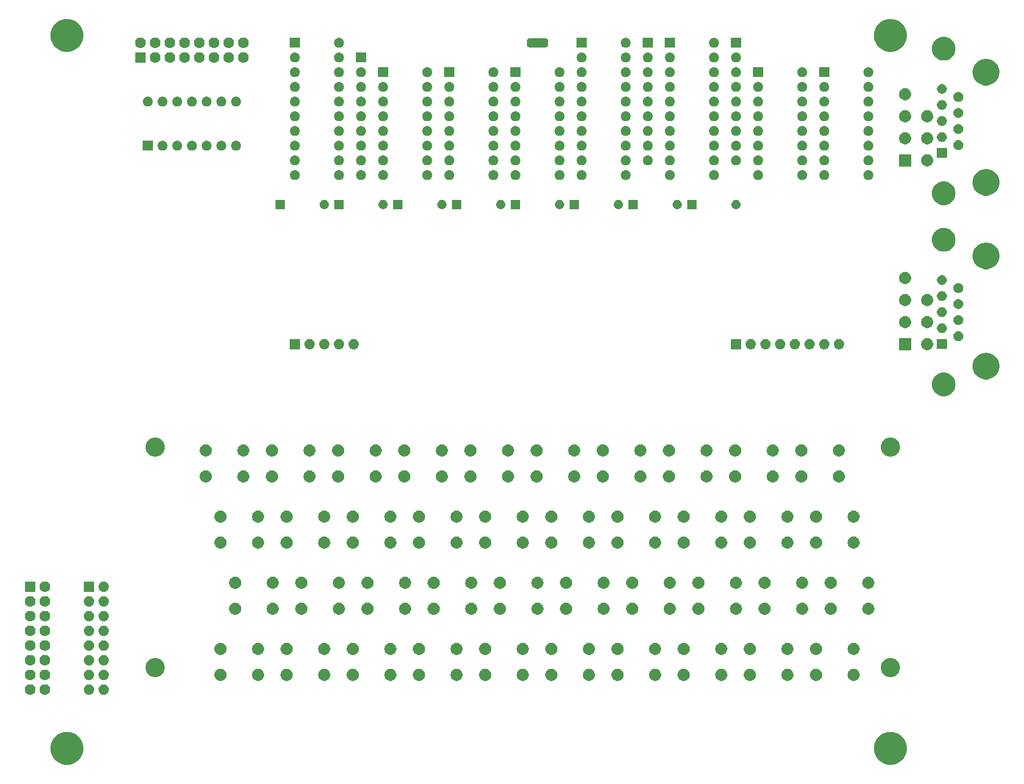
<source format=gts>
G04 #@! TF.GenerationSoftware,KiCad,Pcbnew,(5.1.2-1)-1*
G04 #@! TF.CreationDate,2023-07-30T18:55:40+02:00*
G04 #@! TF.ProjectId,top5x8kbd,746f7035-7838-46b6-9264-2e6b69636164,rev?*
G04 #@! TF.SameCoordinates,Original*
G04 #@! TF.FileFunction,Soldermask,Top*
G04 #@! TF.FilePolarity,Negative*
%FSLAX46Y46*%
G04 Gerber Fmt 4.6, Leading zero omitted, Abs format (unit mm)*
G04 Created by KiCad (PCBNEW (5.1.2-1)-1) date 2023-07-30 18:55:40*
%MOMM*%
%LPD*%
G04 APERTURE LIST*
%ADD10C,0.150000*%
G04 APERTURE END LIST*
D10*
G36*
X169466202Y-136903781D02*
G01*
X169741606Y-136958562D01*
X170260455Y-137173476D01*
X170727407Y-137485484D01*
X171124516Y-137882593D01*
X171436524Y-138349545D01*
X171651438Y-138868394D01*
X171761000Y-139419201D01*
X171761000Y-139980799D01*
X171651438Y-140531606D01*
X171436524Y-141050455D01*
X171124516Y-141517407D01*
X170727407Y-141914516D01*
X170260455Y-142226524D01*
X169741606Y-142441438D01*
X169190800Y-142551000D01*
X168629200Y-142551000D01*
X168078394Y-142441438D01*
X167559545Y-142226524D01*
X167092593Y-141914516D01*
X166695484Y-141517407D01*
X166383476Y-141050455D01*
X166168562Y-140531606D01*
X166059000Y-139980799D01*
X166059000Y-139419201D01*
X166168562Y-138868394D01*
X166383476Y-138349545D01*
X166695484Y-137882593D01*
X167092593Y-137485484D01*
X167559545Y-137173476D01*
X168078394Y-136958562D01*
X168353798Y-136903781D01*
X168629200Y-136849000D01*
X169190800Y-136849000D01*
X169466202Y-136903781D01*
X169466202Y-136903781D01*
G37*
G36*
X27226202Y-136903781D02*
G01*
X27501606Y-136958562D01*
X28020455Y-137173476D01*
X28487407Y-137485484D01*
X28884516Y-137882593D01*
X29196524Y-138349545D01*
X29411438Y-138868394D01*
X29521000Y-139419201D01*
X29521000Y-139980799D01*
X29411438Y-140531606D01*
X29196524Y-141050455D01*
X28884516Y-141517407D01*
X28487407Y-141914516D01*
X28020455Y-142226524D01*
X27501606Y-142441438D01*
X26950800Y-142551000D01*
X26389200Y-142551000D01*
X25838394Y-142441438D01*
X25319545Y-142226524D01*
X24852593Y-141914516D01*
X24455484Y-141517407D01*
X24143476Y-141050455D01*
X23928562Y-140531606D01*
X23819000Y-139980799D01*
X23819000Y-139419201D01*
X23928562Y-138868394D01*
X24143476Y-138349545D01*
X24455484Y-137882593D01*
X24852593Y-137485484D01*
X25319545Y-137173476D01*
X25838394Y-136958562D01*
X26113798Y-136903781D01*
X26389200Y-136849000D01*
X26950800Y-136849000D01*
X27226202Y-136903781D01*
X27226202Y-136903781D01*
G37*
G36*
X23039294Y-128638633D02*
G01*
X23211695Y-128690931D01*
X23370583Y-128775858D01*
X23509849Y-128890151D01*
X23624142Y-129029417D01*
X23709069Y-129188305D01*
X23761367Y-129360706D01*
X23779025Y-129540000D01*
X23761367Y-129719294D01*
X23709069Y-129891695D01*
X23624142Y-130050583D01*
X23509849Y-130189849D01*
X23370583Y-130304142D01*
X23211695Y-130389069D01*
X23039294Y-130441367D01*
X22904931Y-130454600D01*
X22815069Y-130454600D01*
X22680706Y-130441367D01*
X22508305Y-130389069D01*
X22349417Y-130304142D01*
X22210151Y-130189849D01*
X22095858Y-130050583D01*
X22010931Y-129891695D01*
X21958633Y-129719294D01*
X21940975Y-129540000D01*
X21958633Y-129360706D01*
X22010931Y-129188305D01*
X22095858Y-129029417D01*
X22210151Y-128890151D01*
X22349417Y-128775858D01*
X22508305Y-128690931D01*
X22680706Y-128638633D01*
X22815069Y-128625400D01*
X22904931Y-128625400D01*
X23039294Y-128638633D01*
X23039294Y-128638633D01*
G37*
G36*
X20499294Y-128638633D02*
G01*
X20671695Y-128690931D01*
X20830583Y-128775858D01*
X20969849Y-128890151D01*
X21084142Y-129029417D01*
X21169069Y-129188305D01*
X21221367Y-129360706D01*
X21239025Y-129540000D01*
X21221367Y-129719294D01*
X21169069Y-129891695D01*
X21084142Y-130050583D01*
X20969849Y-130189849D01*
X20830583Y-130304142D01*
X20671695Y-130389069D01*
X20499294Y-130441367D01*
X20364931Y-130454600D01*
X20275069Y-130454600D01*
X20140706Y-130441367D01*
X19968305Y-130389069D01*
X19809417Y-130304142D01*
X19670151Y-130189849D01*
X19555858Y-130050583D01*
X19470931Y-129891695D01*
X19418633Y-129719294D01*
X19400975Y-129540000D01*
X19418633Y-129360706D01*
X19470931Y-129188305D01*
X19555858Y-129029417D01*
X19670151Y-128890151D01*
X19809417Y-128775858D01*
X19968305Y-128690931D01*
X20140706Y-128638633D01*
X20275069Y-128625400D01*
X20364931Y-128625400D01*
X20499294Y-128638633D01*
X20499294Y-128638633D01*
G37*
G36*
X33130443Y-128645519D02*
G01*
X33196627Y-128652037D01*
X33366466Y-128703557D01*
X33522991Y-128787222D01*
X33558729Y-128816552D01*
X33660186Y-128899814D01*
X33743448Y-129001271D01*
X33772778Y-129037009D01*
X33772779Y-129037011D01*
X33853648Y-129188304D01*
X33856443Y-129193534D01*
X33907963Y-129363373D01*
X33925359Y-129540000D01*
X33907963Y-129716627D01*
X33856443Y-129886466D01*
X33856442Y-129886468D01*
X33814611Y-129964728D01*
X33772778Y-130042991D01*
X33766547Y-130050583D01*
X33660186Y-130180186D01*
X33558729Y-130263448D01*
X33522991Y-130292778D01*
X33366466Y-130376443D01*
X33196627Y-130427963D01*
X33130443Y-130434481D01*
X33064260Y-130441000D01*
X32975740Y-130441000D01*
X32909557Y-130434481D01*
X32843373Y-130427963D01*
X32673534Y-130376443D01*
X32517009Y-130292778D01*
X32481271Y-130263448D01*
X32379814Y-130180186D01*
X32273453Y-130050583D01*
X32267222Y-130042991D01*
X32225389Y-129964728D01*
X32183558Y-129886468D01*
X32183557Y-129886466D01*
X32132037Y-129716627D01*
X32114641Y-129540000D01*
X32132037Y-129363373D01*
X32183557Y-129193534D01*
X32186353Y-129188304D01*
X32267221Y-129037011D01*
X32267222Y-129037009D01*
X32296552Y-129001271D01*
X32379814Y-128899814D01*
X32481271Y-128816552D01*
X32517009Y-128787222D01*
X32673534Y-128703557D01*
X32843373Y-128652037D01*
X32909557Y-128645519D01*
X32975740Y-128639000D01*
X33064260Y-128639000D01*
X33130443Y-128645519D01*
X33130443Y-128645519D01*
G37*
G36*
X30590443Y-128645519D02*
G01*
X30656627Y-128652037D01*
X30826466Y-128703557D01*
X30982991Y-128787222D01*
X31018729Y-128816552D01*
X31120186Y-128899814D01*
X31203448Y-129001271D01*
X31232778Y-129037009D01*
X31232779Y-129037011D01*
X31313648Y-129188304D01*
X31316443Y-129193534D01*
X31367963Y-129363373D01*
X31385359Y-129540000D01*
X31367963Y-129716627D01*
X31316443Y-129886466D01*
X31316442Y-129886468D01*
X31274611Y-129964728D01*
X31232778Y-130042991D01*
X31226547Y-130050583D01*
X31120186Y-130180186D01*
X31018729Y-130263448D01*
X30982991Y-130292778D01*
X30826466Y-130376443D01*
X30656627Y-130427963D01*
X30590443Y-130434481D01*
X30524260Y-130441000D01*
X30435740Y-130441000D01*
X30369557Y-130434481D01*
X30303373Y-130427963D01*
X30133534Y-130376443D01*
X29977009Y-130292778D01*
X29941271Y-130263448D01*
X29839814Y-130180186D01*
X29733453Y-130050583D01*
X29727222Y-130042991D01*
X29685389Y-129964728D01*
X29643558Y-129886468D01*
X29643557Y-129886466D01*
X29592037Y-129716627D01*
X29574641Y-129540000D01*
X29592037Y-129363373D01*
X29643557Y-129193534D01*
X29646353Y-129188304D01*
X29727221Y-129037011D01*
X29727222Y-129037009D01*
X29756552Y-129001271D01*
X29839814Y-128899814D01*
X29941271Y-128816552D01*
X29977009Y-128787222D01*
X30133534Y-128703557D01*
X30303373Y-128652037D01*
X30369557Y-128645519D01*
X30435740Y-128639000D01*
X30524260Y-128639000D01*
X30590443Y-128645519D01*
X30590443Y-128645519D01*
G37*
G36*
X128576564Y-125989389D02*
G01*
X128767833Y-126068615D01*
X128767835Y-126068616D01*
X128909924Y-126163557D01*
X128939973Y-126183635D01*
X129086365Y-126330027D01*
X129201385Y-126502167D01*
X129280611Y-126693436D01*
X129321000Y-126896484D01*
X129321000Y-127103516D01*
X129280611Y-127306564D01*
X129201385Y-127497833D01*
X129201384Y-127497835D01*
X129086365Y-127669973D01*
X128939973Y-127816365D01*
X128767835Y-127931384D01*
X128767834Y-127931385D01*
X128767833Y-127931385D01*
X128576564Y-128010611D01*
X128373516Y-128051000D01*
X128166484Y-128051000D01*
X127963436Y-128010611D01*
X127772167Y-127931385D01*
X127772166Y-127931385D01*
X127772165Y-127931384D01*
X127600027Y-127816365D01*
X127453635Y-127669973D01*
X127338616Y-127497835D01*
X127338615Y-127497833D01*
X127259389Y-127306564D01*
X127219000Y-127103516D01*
X127219000Y-126896484D01*
X127259389Y-126693436D01*
X127338615Y-126502167D01*
X127453635Y-126330027D01*
X127600027Y-126183635D01*
X127630076Y-126163557D01*
X127772165Y-126068616D01*
X127772167Y-126068615D01*
X127963436Y-125989389D01*
X128166484Y-125949000D01*
X128373516Y-125949000D01*
X128576564Y-125989389D01*
X128576564Y-125989389D01*
G37*
G36*
X122076564Y-125989389D02*
G01*
X122267833Y-126068615D01*
X122267835Y-126068616D01*
X122409924Y-126163557D01*
X122439973Y-126183635D01*
X122586365Y-126330027D01*
X122701385Y-126502167D01*
X122780611Y-126693436D01*
X122821000Y-126896484D01*
X122821000Y-127103516D01*
X122780611Y-127306564D01*
X122701385Y-127497833D01*
X122701384Y-127497835D01*
X122586365Y-127669973D01*
X122439973Y-127816365D01*
X122267835Y-127931384D01*
X122267834Y-127931385D01*
X122267833Y-127931385D01*
X122076564Y-128010611D01*
X121873516Y-128051000D01*
X121666484Y-128051000D01*
X121463436Y-128010611D01*
X121272167Y-127931385D01*
X121272166Y-127931385D01*
X121272165Y-127931384D01*
X121100027Y-127816365D01*
X120953635Y-127669973D01*
X120838616Y-127497835D01*
X120838615Y-127497833D01*
X120759389Y-127306564D01*
X120719000Y-127103516D01*
X120719000Y-126896484D01*
X120759389Y-126693436D01*
X120838615Y-126502167D01*
X120953635Y-126330027D01*
X121100027Y-126183635D01*
X121130076Y-126163557D01*
X121272165Y-126068616D01*
X121272167Y-126068615D01*
X121463436Y-125989389D01*
X121666484Y-125949000D01*
X121873516Y-125949000D01*
X122076564Y-125989389D01*
X122076564Y-125989389D01*
G37*
G36*
X117146564Y-125989389D02*
G01*
X117337833Y-126068615D01*
X117337835Y-126068616D01*
X117479924Y-126163557D01*
X117509973Y-126183635D01*
X117656365Y-126330027D01*
X117771385Y-126502167D01*
X117850611Y-126693436D01*
X117891000Y-126896484D01*
X117891000Y-127103516D01*
X117850611Y-127306564D01*
X117771385Y-127497833D01*
X117771384Y-127497835D01*
X117656365Y-127669973D01*
X117509973Y-127816365D01*
X117337835Y-127931384D01*
X117337834Y-127931385D01*
X117337833Y-127931385D01*
X117146564Y-128010611D01*
X116943516Y-128051000D01*
X116736484Y-128051000D01*
X116533436Y-128010611D01*
X116342167Y-127931385D01*
X116342166Y-127931385D01*
X116342165Y-127931384D01*
X116170027Y-127816365D01*
X116023635Y-127669973D01*
X115908616Y-127497835D01*
X115908615Y-127497833D01*
X115829389Y-127306564D01*
X115789000Y-127103516D01*
X115789000Y-126896484D01*
X115829389Y-126693436D01*
X115908615Y-126502167D01*
X116023635Y-126330027D01*
X116170027Y-126183635D01*
X116200076Y-126163557D01*
X116342165Y-126068616D01*
X116342167Y-126068615D01*
X116533436Y-125989389D01*
X116736484Y-125949000D01*
X116943516Y-125949000D01*
X117146564Y-125989389D01*
X117146564Y-125989389D01*
G37*
G36*
X110646564Y-125989389D02*
G01*
X110837833Y-126068615D01*
X110837835Y-126068616D01*
X110979924Y-126163557D01*
X111009973Y-126183635D01*
X111156365Y-126330027D01*
X111271385Y-126502167D01*
X111350611Y-126693436D01*
X111391000Y-126896484D01*
X111391000Y-127103516D01*
X111350611Y-127306564D01*
X111271385Y-127497833D01*
X111271384Y-127497835D01*
X111156365Y-127669973D01*
X111009973Y-127816365D01*
X110837835Y-127931384D01*
X110837834Y-127931385D01*
X110837833Y-127931385D01*
X110646564Y-128010611D01*
X110443516Y-128051000D01*
X110236484Y-128051000D01*
X110033436Y-128010611D01*
X109842167Y-127931385D01*
X109842166Y-127931385D01*
X109842165Y-127931384D01*
X109670027Y-127816365D01*
X109523635Y-127669973D01*
X109408616Y-127497835D01*
X109408615Y-127497833D01*
X109329389Y-127306564D01*
X109289000Y-127103516D01*
X109289000Y-126896484D01*
X109329389Y-126693436D01*
X109408615Y-126502167D01*
X109523635Y-126330027D01*
X109670027Y-126183635D01*
X109700076Y-126163557D01*
X109842165Y-126068616D01*
X109842167Y-126068615D01*
X110033436Y-125989389D01*
X110236484Y-125949000D01*
X110443516Y-125949000D01*
X110646564Y-125989389D01*
X110646564Y-125989389D01*
G37*
G36*
X105716564Y-125989389D02*
G01*
X105907833Y-126068615D01*
X105907835Y-126068616D01*
X106049924Y-126163557D01*
X106079973Y-126183635D01*
X106226365Y-126330027D01*
X106341385Y-126502167D01*
X106420611Y-126693436D01*
X106461000Y-126896484D01*
X106461000Y-127103516D01*
X106420611Y-127306564D01*
X106341385Y-127497833D01*
X106341384Y-127497835D01*
X106226365Y-127669973D01*
X106079973Y-127816365D01*
X105907835Y-127931384D01*
X105907834Y-127931385D01*
X105907833Y-127931385D01*
X105716564Y-128010611D01*
X105513516Y-128051000D01*
X105306484Y-128051000D01*
X105103436Y-128010611D01*
X104912167Y-127931385D01*
X104912166Y-127931385D01*
X104912165Y-127931384D01*
X104740027Y-127816365D01*
X104593635Y-127669973D01*
X104478616Y-127497835D01*
X104478615Y-127497833D01*
X104399389Y-127306564D01*
X104359000Y-127103516D01*
X104359000Y-126896484D01*
X104399389Y-126693436D01*
X104478615Y-126502167D01*
X104593635Y-126330027D01*
X104740027Y-126183635D01*
X104770076Y-126163557D01*
X104912165Y-126068616D01*
X104912167Y-126068615D01*
X105103436Y-125989389D01*
X105306484Y-125949000D01*
X105513516Y-125949000D01*
X105716564Y-125989389D01*
X105716564Y-125989389D01*
G37*
G36*
X99216564Y-125989389D02*
G01*
X99407833Y-126068615D01*
X99407835Y-126068616D01*
X99549924Y-126163557D01*
X99579973Y-126183635D01*
X99726365Y-126330027D01*
X99841385Y-126502167D01*
X99920611Y-126693436D01*
X99961000Y-126896484D01*
X99961000Y-127103516D01*
X99920611Y-127306564D01*
X99841385Y-127497833D01*
X99841384Y-127497835D01*
X99726365Y-127669973D01*
X99579973Y-127816365D01*
X99407835Y-127931384D01*
X99407834Y-127931385D01*
X99407833Y-127931385D01*
X99216564Y-128010611D01*
X99013516Y-128051000D01*
X98806484Y-128051000D01*
X98603436Y-128010611D01*
X98412167Y-127931385D01*
X98412166Y-127931385D01*
X98412165Y-127931384D01*
X98240027Y-127816365D01*
X98093635Y-127669973D01*
X97978616Y-127497835D01*
X97978615Y-127497833D01*
X97899389Y-127306564D01*
X97859000Y-127103516D01*
X97859000Y-126896484D01*
X97899389Y-126693436D01*
X97978615Y-126502167D01*
X98093635Y-126330027D01*
X98240027Y-126183635D01*
X98270076Y-126163557D01*
X98412165Y-126068616D01*
X98412167Y-126068615D01*
X98603436Y-125989389D01*
X98806484Y-125949000D01*
X99013516Y-125949000D01*
X99216564Y-125989389D01*
X99216564Y-125989389D01*
G37*
G36*
X94286564Y-125989389D02*
G01*
X94477833Y-126068615D01*
X94477835Y-126068616D01*
X94619924Y-126163557D01*
X94649973Y-126183635D01*
X94796365Y-126330027D01*
X94911385Y-126502167D01*
X94990611Y-126693436D01*
X95031000Y-126896484D01*
X95031000Y-127103516D01*
X94990611Y-127306564D01*
X94911385Y-127497833D01*
X94911384Y-127497835D01*
X94796365Y-127669973D01*
X94649973Y-127816365D01*
X94477835Y-127931384D01*
X94477834Y-127931385D01*
X94477833Y-127931385D01*
X94286564Y-128010611D01*
X94083516Y-128051000D01*
X93876484Y-128051000D01*
X93673436Y-128010611D01*
X93482167Y-127931385D01*
X93482166Y-127931385D01*
X93482165Y-127931384D01*
X93310027Y-127816365D01*
X93163635Y-127669973D01*
X93048616Y-127497835D01*
X93048615Y-127497833D01*
X92969389Y-127306564D01*
X92929000Y-127103516D01*
X92929000Y-126896484D01*
X92969389Y-126693436D01*
X93048615Y-126502167D01*
X93163635Y-126330027D01*
X93310027Y-126183635D01*
X93340076Y-126163557D01*
X93482165Y-126068616D01*
X93482167Y-126068615D01*
X93673436Y-125989389D01*
X93876484Y-125949000D01*
X94083516Y-125949000D01*
X94286564Y-125989389D01*
X94286564Y-125989389D01*
G37*
G36*
X87786564Y-125989389D02*
G01*
X87977833Y-126068615D01*
X87977835Y-126068616D01*
X88119924Y-126163557D01*
X88149973Y-126183635D01*
X88296365Y-126330027D01*
X88411385Y-126502167D01*
X88490611Y-126693436D01*
X88531000Y-126896484D01*
X88531000Y-127103516D01*
X88490611Y-127306564D01*
X88411385Y-127497833D01*
X88411384Y-127497835D01*
X88296365Y-127669973D01*
X88149973Y-127816365D01*
X87977835Y-127931384D01*
X87977834Y-127931385D01*
X87977833Y-127931385D01*
X87786564Y-128010611D01*
X87583516Y-128051000D01*
X87376484Y-128051000D01*
X87173436Y-128010611D01*
X86982167Y-127931385D01*
X86982166Y-127931385D01*
X86982165Y-127931384D01*
X86810027Y-127816365D01*
X86663635Y-127669973D01*
X86548616Y-127497835D01*
X86548615Y-127497833D01*
X86469389Y-127306564D01*
X86429000Y-127103516D01*
X86429000Y-126896484D01*
X86469389Y-126693436D01*
X86548615Y-126502167D01*
X86663635Y-126330027D01*
X86810027Y-126183635D01*
X86840076Y-126163557D01*
X86982165Y-126068616D01*
X86982167Y-126068615D01*
X87173436Y-125989389D01*
X87376484Y-125949000D01*
X87583516Y-125949000D01*
X87786564Y-125989389D01*
X87786564Y-125989389D01*
G37*
G36*
X82856564Y-125989389D02*
G01*
X83047833Y-126068615D01*
X83047835Y-126068616D01*
X83189924Y-126163557D01*
X83219973Y-126183635D01*
X83366365Y-126330027D01*
X83481385Y-126502167D01*
X83560611Y-126693436D01*
X83601000Y-126896484D01*
X83601000Y-127103516D01*
X83560611Y-127306564D01*
X83481385Y-127497833D01*
X83481384Y-127497835D01*
X83366365Y-127669973D01*
X83219973Y-127816365D01*
X83047835Y-127931384D01*
X83047834Y-127931385D01*
X83047833Y-127931385D01*
X82856564Y-128010611D01*
X82653516Y-128051000D01*
X82446484Y-128051000D01*
X82243436Y-128010611D01*
X82052167Y-127931385D01*
X82052166Y-127931385D01*
X82052165Y-127931384D01*
X81880027Y-127816365D01*
X81733635Y-127669973D01*
X81618616Y-127497835D01*
X81618615Y-127497833D01*
X81539389Y-127306564D01*
X81499000Y-127103516D01*
X81499000Y-126896484D01*
X81539389Y-126693436D01*
X81618615Y-126502167D01*
X81733635Y-126330027D01*
X81880027Y-126183635D01*
X81910076Y-126163557D01*
X82052165Y-126068616D01*
X82052167Y-126068615D01*
X82243436Y-125989389D01*
X82446484Y-125949000D01*
X82653516Y-125949000D01*
X82856564Y-125989389D01*
X82856564Y-125989389D01*
G37*
G36*
X76356564Y-125989389D02*
G01*
X76547833Y-126068615D01*
X76547835Y-126068616D01*
X76689924Y-126163557D01*
X76719973Y-126183635D01*
X76866365Y-126330027D01*
X76981385Y-126502167D01*
X77060611Y-126693436D01*
X77101000Y-126896484D01*
X77101000Y-127103516D01*
X77060611Y-127306564D01*
X76981385Y-127497833D01*
X76981384Y-127497835D01*
X76866365Y-127669973D01*
X76719973Y-127816365D01*
X76547835Y-127931384D01*
X76547834Y-127931385D01*
X76547833Y-127931385D01*
X76356564Y-128010611D01*
X76153516Y-128051000D01*
X75946484Y-128051000D01*
X75743436Y-128010611D01*
X75552167Y-127931385D01*
X75552166Y-127931385D01*
X75552165Y-127931384D01*
X75380027Y-127816365D01*
X75233635Y-127669973D01*
X75118616Y-127497835D01*
X75118615Y-127497833D01*
X75039389Y-127306564D01*
X74999000Y-127103516D01*
X74999000Y-126896484D01*
X75039389Y-126693436D01*
X75118615Y-126502167D01*
X75233635Y-126330027D01*
X75380027Y-126183635D01*
X75410076Y-126163557D01*
X75552165Y-126068616D01*
X75552167Y-126068615D01*
X75743436Y-125989389D01*
X75946484Y-125949000D01*
X76153516Y-125949000D01*
X76356564Y-125989389D01*
X76356564Y-125989389D01*
G37*
G36*
X71426564Y-125989389D02*
G01*
X71617833Y-126068615D01*
X71617835Y-126068616D01*
X71759924Y-126163557D01*
X71789973Y-126183635D01*
X71936365Y-126330027D01*
X72051385Y-126502167D01*
X72130611Y-126693436D01*
X72171000Y-126896484D01*
X72171000Y-127103516D01*
X72130611Y-127306564D01*
X72051385Y-127497833D01*
X72051384Y-127497835D01*
X71936365Y-127669973D01*
X71789973Y-127816365D01*
X71617835Y-127931384D01*
X71617834Y-127931385D01*
X71617833Y-127931385D01*
X71426564Y-128010611D01*
X71223516Y-128051000D01*
X71016484Y-128051000D01*
X70813436Y-128010611D01*
X70622167Y-127931385D01*
X70622166Y-127931385D01*
X70622165Y-127931384D01*
X70450027Y-127816365D01*
X70303635Y-127669973D01*
X70188616Y-127497835D01*
X70188615Y-127497833D01*
X70109389Y-127306564D01*
X70069000Y-127103516D01*
X70069000Y-126896484D01*
X70109389Y-126693436D01*
X70188615Y-126502167D01*
X70303635Y-126330027D01*
X70450027Y-126183635D01*
X70480076Y-126163557D01*
X70622165Y-126068616D01*
X70622167Y-126068615D01*
X70813436Y-125989389D01*
X71016484Y-125949000D01*
X71223516Y-125949000D01*
X71426564Y-125989389D01*
X71426564Y-125989389D01*
G37*
G36*
X64926564Y-125989389D02*
G01*
X65117833Y-126068615D01*
X65117835Y-126068616D01*
X65259924Y-126163557D01*
X65289973Y-126183635D01*
X65436365Y-126330027D01*
X65551385Y-126502167D01*
X65630611Y-126693436D01*
X65671000Y-126896484D01*
X65671000Y-127103516D01*
X65630611Y-127306564D01*
X65551385Y-127497833D01*
X65551384Y-127497835D01*
X65436365Y-127669973D01*
X65289973Y-127816365D01*
X65117835Y-127931384D01*
X65117834Y-127931385D01*
X65117833Y-127931385D01*
X64926564Y-128010611D01*
X64723516Y-128051000D01*
X64516484Y-128051000D01*
X64313436Y-128010611D01*
X64122167Y-127931385D01*
X64122166Y-127931385D01*
X64122165Y-127931384D01*
X63950027Y-127816365D01*
X63803635Y-127669973D01*
X63688616Y-127497835D01*
X63688615Y-127497833D01*
X63609389Y-127306564D01*
X63569000Y-127103516D01*
X63569000Y-126896484D01*
X63609389Y-126693436D01*
X63688615Y-126502167D01*
X63803635Y-126330027D01*
X63950027Y-126183635D01*
X63980076Y-126163557D01*
X64122165Y-126068616D01*
X64122167Y-126068615D01*
X64313436Y-125989389D01*
X64516484Y-125949000D01*
X64723516Y-125949000D01*
X64926564Y-125989389D01*
X64926564Y-125989389D01*
G37*
G36*
X59996564Y-125989389D02*
G01*
X60187833Y-126068615D01*
X60187835Y-126068616D01*
X60329924Y-126163557D01*
X60359973Y-126183635D01*
X60506365Y-126330027D01*
X60621385Y-126502167D01*
X60700611Y-126693436D01*
X60741000Y-126896484D01*
X60741000Y-127103516D01*
X60700611Y-127306564D01*
X60621385Y-127497833D01*
X60621384Y-127497835D01*
X60506365Y-127669973D01*
X60359973Y-127816365D01*
X60187835Y-127931384D01*
X60187834Y-127931385D01*
X60187833Y-127931385D01*
X59996564Y-128010611D01*
X59793516Y-128051000D01*
X59586484Y-128051000D01*
X59383436Y-128010611D01*
X59192167Y-127931385D01*
X59192166Y-127931385D01*
X59192165Y-127931384D01*
X59020027Y-127816365D01*
X58873635Y-127669973D01*
X58758616Y-127497835D01*
X58758615Y-127497833D01*
X58679389Y-127306564D01*
X58639000Y-127103516D01*
X58639000Y-126896484D01*
X58679389Y-126693436D01*
X58758615Y-126502167D01*
X58873635Y-126330027D01*
X59020027Y-126183635D01*
X59050076Y-126163557D01*
X59192165Y-126068616D01*
X59192167Y-126068615D01*
X59383436Y-125989389D01*
X59586484Y-125949000D01*
X59793516Y-125949000D01*
X59996564Y-125989389D01*
X59996564Y-125989389D01*
G37*
G36*
X53496564Y-125989389D02*
G01*
X53687833Y-126068615D01*
X53687835Y-126068616D01*
X53829924Y-126163557D01*
X53859973Y-126183635D01*
X54006365Y-126330027D01*
X54121385Y-126502167D01*
X54200611Y-126693436D01*
X54241000Y-126896484D01*
X54241000Y-127103516D01*
X54200611Y-127306564D01*
X54121385Y-127497833D01*
X54121384Y-127497835D01*
X54006365Y-127669973D01*
X53859973Y-127816365D01*
X53687835Y-127931384D01*
X53687834Y-127931385D01*
X53687833Y-127931385D01*
X53496564Y-128010611D01*
X53293516Y-128051000D01*
X53086484Y-128051000D01*
X52883436Y-128010611D01*
X52692167Y-127931385D01*
X52692166Y-127931385D01*
X52692165Y-127931384D01*
X52520027Y-127816365D01*
X52373635Y-127669973D01*
X52258616Y-127497835D01*
X52258615Y-127497833D01*
X52179389Y-127306564D01*
X52139000Y-127103516D01*
X52139000Y-126896484D01*
X52179389Y-126693436D01*
X52258615Y-126502167D01*
X52373635Y-126330027D01*
X52520027Y-126183635D01*
X52550076Y-126163557D01*
X52692165Y-126068616D01*
X52692167Y-126068615D01*
X52883436Y-125989389D01*
X53086484Y-125949000D01*
X53293516Y-125949000D01*
X53496564Y-125989389D01*
X53496564Y-125989389D01*
G37*
G36*
X133506564Y-125989389D02*
G01*
X133697833Y-126068615D01*
X133697835Y-126068616D01*
X133839924Y-126163557D01*
X133869973Y-126183635D01*
X134016365Y-126330027D01*
X134131385Y-126502167D01*
X134210611Y-126693436D01*
X134251000Y-126896484D01*
X134251000Y-127103516D01*
X134210611Y-127306564D01*
X134131385Y-127497833D01*
X134131384Y-127497835D01*
X134016365Y-127669973D01*
X133869973Y-127816365D01*
X133697835Y-127931384D01*
X133697834Y-127931385D01*
X133697833Y-127931385D01*
X133506564Y-128010611D01*
X133303516Y-128051000D01*
X133096484Y-128051000D01*
X132893436Y-128010611D01*
X132702167Y-127931385D01*
X132702166Y-127931385D01*
X132702165Y-127931384D01*
X132530027Y-127816365D01*
X132383635Y-127669973D01*
X132268616Y-127497835D01*
X132268615Y-127497833D01*
X132189389Y-127306564D01*
X132149000Y-127103516D01*
X132149000Y-126896484D01*
X132189389Y-126693436D01*
X132268615Y-126502167D01*
X132383635Y-126330027D01*
X132530027Y-126183635D01*
X132560076Y-126163557D01*
X132702165Y-126068616D01*
X132702167Y-126068615D01*
X132893436Y-125989389D01*
X133096484Y-125949000D01*
X133303516Y-125949000D01*
X133506564Y-125989389D01*
X133506564Y-125989389D01*
G37*
G36*
X151436564Y-125989389D02*
G01*
X151627833Y-126068615D01*
X151627835Y-126068616D01*
X151769924Y-126163557D01*
X151799973Y-126183635D01*
X151946365Y-126330027D01*
X152061385Y-126502167D01*
X152140611Y-126693436D01*
X152181000Y-126896484D01*
X152181000Y-127103516D01*
X152140611Y-127306564D01*
X152061385Y-127497833D01*
X152061384Y-127497835D01*
X151946365Y-127669973D01*
X151799973Y-127816365D01*
X151627835Y-127931384D01*
X151627834Y-127931385D01*
X151627833Y-127931385D01*
X151436564Y-128010611D01*
X151233516Y-128051000D01*
X151026484Y-128051000D01*
X150823436Y-128010611D01*
X150632167Y-127931385D01*
X150632166Y-127931385D01*
X150632165Y-127931384D01*
X150460027Y-127816365D01*
X150313635Y-127669973D01*
X150198616Y-127497835D01*
X150198615Y-127497833D01*
X150119389Y-127306564D01*
X150079000Y-127103516D01*
X150079000Y-126896484D01*
X150119389Y-126693436D01*
X150198615Y-126502167D01*
X150313635Y-126330027D01*
X150460027Y-126183635D01*
X150490076Y-126163557D01*
X150632165Y-126068616D01*
X150632167Y-126068615D01*
X150823436Y-125989389D01*
X151026484Y-125949000D01*
X151233516Y-125949000D01*
X151436564Y-125989389D01*
X151436564Y-125989389D01*
G37*
G36*
X140006564Y-125989389D02*
G01*
X140197833Y-126068615D01*
X140197835Y-126068616D01*
X140339924Y-126163557D01*
X140369973Y-126183635D01*
X140516365Y-126330027D01*
X140631385Y-126502167D01*
X140710611Y-126693436D01*
X140751000Y-126896484D01*
X140751000Y-127103516D01*
X140710611Y-127306564D01*
X140631385Y-127497833D01*
X140631384Y-127497835D01*
X140516365Y-127669973D01*
X140369973Y-127816365D01*
X140197835Y-127931384D01*
X140197834Y-127931385D01*
X140197833Y-127931385D01*
X140006564Y-128010611D01*
X139803516Y-128051000D01*
X139596484Y-128051000D01*
X139393436Y-128010611D01*
X139202167Y-127931385D01*
X139202166Y-127931385D01*
X139202165Y-127931384D01*
X139030027Y-127816365D01*
X138883635Y-127669973D01*
X138768616Y-127497835D01*
X138768615Y-127497833D01*
X138689389Y-127306564D01*
X138649000Y-127103516D01*
X138649000Y-126896484D01*
X138689389Y-126693436D01*
X138768615Y-126502167D01*
X138883635Y-126330027D01*
X139030027Y-126183635D01*
X139060076Y-126163557D01*
X139202165Y-126068616D01*
X139202167Y-126068615D01*
X139393436Y-125989389D01*
X139596484Y-125949000D01*
X139803516Y-125949000D01*
X140006564Y-125989389D01*
X140006564Y-125989389D01*
G37*
G36*
X144936564Y-125989389D02*
G01*
X145127833Y-126068615D01*
X145127835Y-126068616D01*
X145269924Y-126163557D01*
X145299973Y-126183635D01*
X145446365Y-126330027D01*
X145561385Y-126502167D01*
X145640611Y-126693436D01*
X145681000Y-126896484D01*
X145681000Y-127103516D01*
X145640611Y-127306564D01*
X145561385Y-127497833D01*
X145561384Y-127497835D01*
X145446365Y-127669973D01*
X145299973Y-127816365D01*
X145127835Y-127931384D01*
X145127834Y-127931385D01*
X145127833Y-127931385D01*
X144936564Y-128010611D01*
X144733516Y-128051000D01*
X144526484Y-128051000D01*
X144323436Y-128010611D01*
X144132167Y-127931385D01*
X144132166Y-127931385D01*
X144132165Y-127931384D01*
X143960027Y-127816365D01*
X143813635Y-127669973D01*
X143698616Y-127497835D01*
X143698615Y-127497833D01*
X143619389Y-127306564D01*
X143579000Y-127103516D01*
X143579000Y-126896484D01*
X143619389Y-126693436D01*
X143698615Y-126502167D01*
X143813635Y-126330027D01*
X143960027Y-126183635D01*
X143990076Y-126163557D01*
X144132165Y-126068616D01*
X144132167Y-126068615D01*
X144323436Y-125989389D01*
X144526484Y-125949000D01*
X144733516Y-125949000D01*
X144936564Y-125989389D01*
X144936564Y-125989389D01*
G37*
G36*
X162866564Y-125989389D02*
G01*
X163057833Y-126068615D01*
X163057835Y-126068616D01*
X163199924Y-126163557D01*
X163229973Y-126183635D01*
X163376365Y-126330027D01*
X163491385Y-126502167D01*
X163570611Y-126693436D01*
X163611000Y-126896484D01*
X163611000Y-127103516D01*
X163570611Y-127306564D01*
X163491385Y-127497833D01*
X163491384Y-127497835D01*
X163376365Y-127669973D01*
X163229973Y-127816365D01*
X163057835Y-127931384D01*
X163057834Y-127931385D01*
X163057833Y-127931385D01*
X162866564Y-128010611D01*
X162663516Y-128051000D01*
X162456484Y-128051000D01*
X162253436Y-128010611D01*
X162062167Y-127931385D01*
X162062166Y-127931385D01*
X162062165Y-127931384D01*
X161890027Y-127816365D01*
X161743635Y-127669973D01*
X161628616Y-127497835D01*
X161628615Y-127497833D01*
X161549389Y-127306564D01*
X161509000Y-127103516D01*
X161509000Y-126896484D01*
X161549389Y-126693436D01*
X161628615Y-126502167D01*
X161743635Y-126330027D01*
X161890027Y-126183635D01*
X161920076Y-126163557D01*
X162062165Y-126068616D01*
X162062167Y-126068615D01*
X162253436Y-125989389D01*
X162456484Y-125949000D01*
X162663516Y-125949000D01*
X162866564Y-125989389D01*
X162866564Y-125989389D01*
G37*
G36*
X156366564Y-125989389D02*
G01*
X156557833Y-126068615D01*
X156557835Y-126068616D01*
X156699924Y-126163557D01*
X156729973Y-126183635D01*
X156876365Y-126330027D01*
X156991385Y-126502167D01*
X157070611Y-126693436D01*
X157111000Y-126896484D01*
X157111000Y-127103516D01*
X157070611Y-127306564D01*
X156991385Y-127497833D01*
X156991384Y-127497835D01*
X156876365Y-127669973D01*
X156729973Y-127816365D01*
X156557835Y-127931384D01*
X156557834Y-127931385D01*
X156557833Y-127931385D01*
X156366564Y-128010611D01*
X156163516Y-128051000D01*
X155956484Y-128051000D01*
X155753436Y-128010611D01*
X155562167Y-127931385D01*
X155562166Y-127931385D01*
X155562165Y-127931384D01*
X155390027Y-127816365D01*
X155243635Y-127669973D01*
X155128616Y-127497835D01*
X155128615Y-127497833D01*
X155049389Y-127306564D01*
X155009000Y-127103516D01*
X155009000Y-126896484D01*
X155049389Y-126693436D01*
X155128615Y-126502167D01*
X155243635Y-126330027D01*
X155390027Y-126183635D01*
X155420076Y-126163557D01*
X155562165Y-126068616D01*
X155562167Y-126068615D01*
X155753436Y-125989389D01*
X155956484Y-125949000D01*
X156163516Y-125949000D01*
X156366564Y-125989389D01*
X156366564Y-125989389D01*
G37*
G36*
X20499294Y-126098633D02*
G01*
X20671695Y-126150931D01*
X20830583Y-126235858D01*
X20969849Y-126350151D01*
X21084142Y-126489417D01*
X21169069Y-126648305D01*
X21221367Y-126820706D01*
X21239025Y-127000000D01*
X21221367Y-127179294D01*
X21169069Y-127351695D01*
X21084142Y-127510583D01*
X20969849Y-127649849D01*
X20830583Y-127764142D01*
X20671695Y-127849069D01*
X20499294Y-127901367D01*
X20364931Y-127914600D01*
X20275069Y-127914600D01*
X20140706Y-127901367D01*
X19968305Y-127849069D01*
X19809417Y-127764142D01*
X19670151Y-127649849D01*
X19555858Y-127510583D01*
X19470931Y-127351695D01*
X19418633Y-127179294D01*
X19400975Y-127000000D01*
X19418633Y-126820706D01*
X19470931Y-126648305D01*
X19555858Y-126489417D01*
X19670151Y-126350151D01*
X19809417Y-126235858D01*
X19968305Y-126150931D01*
X20140706Y-126098633D01*
X20275069Y-126085400D01*
X20364931Y-126085400D01*
X20499294Y-126098633D01*
X20499294Y-126098633D01*
G37*
G36*
X23039294Y-126098633D02*
G01*
X23211695Y-126150931D01*
X23370583Y-126235858D01*
X23509849Y-126350151D01*
X23624142Y-126489417D01*
X23709069Y-126648305D01*
X23761367Y-126820706D01*
X23779025Y-127000000D01*
X23761367Y-127179294D01*
X23709069Y-127351695D01*
X23624142Y-127510583D01*
X23509849Y-127649849D01*
X23370583Y-127764142D01*
X23211695Y-127849069D01*
X23039294Y-127901367D01*
X22904931Y-127914600D01*
X22815069Y-127914600D01*
X22680706Y-127901367D01*
X22508305Y-127849069D01*
X22349417Y-127764142D01*
X22210151Y-127649849D01*
X22095858Y-127510583D01*
X22010931Y-127351695D01*
X21958633Y-127179294D01*
X21940975Y-127000000D01*
X21958633Y-126820706D01*
X22010931Y-126648305D01*
X22095858Y-126489417D01*
X22210151Y-126350151D01*
X22349417Y-126235858D01*
X22508305Y-126150931D01*
X22680706Y-126098633D01*
X22815069Y-126085400D01*
X22904931Y-126085400D01*
X23039294Y-126098633D01*
X23039294Y-126098633D01*
G37*
G36*
X30590443Y-126105519D02*
G01*
X30656627Y-126112037D01*
X30826466Y-126163557D01*
X30982991Y-126247222D01*
X31018729Y-126276552D01*
X31120186Y-126359814D01*
X31203448Y-126461271D01*
X31232778Y-126497009D01*
X31232779Y-126497011D01*
X31313648Y-126648304D01*
X31316443Y-126653534D01*
X31367963Y-126823373D01*
X31385359Y-127000000D01*
X31367963Y-127176627D01*
X31316443Y-127346466D01*
X31316442Y-127346468D01*
X31297984Y-127381000D01*
X31232778Y-127502991D01*
X31226547Y-127510583D01*
X31120186Y-127640186D01*
X31018729Y-127723448D01*
X30982991Y-127752778D01*
X30826466Y-127836443D01*
X30656627Y-127887963D01*
X30590442Y-127894482D01*
X30524260Y-127901000D01*
X30435740Y-127901000D01*
X30369558Y-127894482D01*
X30303373Y-127887963D01*
X30133534Y-127836443D01*
X29977009Y-127752778D01*
X29941271Y-127723448D01*
X29839814Y-127640186D01*
X29733453Y-127510583D01*
X29727222Y-127502991D01*
X29662016Y-127381000D01*
X29643558Y-127346468D01*
X29643557Y-127346466D01*
X29592037Y-127176627D01*
X29574641Y-127000000D01*
X29592037Y-126823373D01*
X29643557Y-126653534D01*
X29646353Y-126648304D01*
X29727221Y-126497011D01*
X29727222Y-126497009D01*
X29756552Y-126461271D01*
X29839814Y-126359814D01*
X29941271Y-126276552D01*
X29977009Y-126247222D01*
X30133534Y-126163557D01*
X30303373Y-126112037D01*
X30369557Y-126105519D01*
X30435740Y-126099000D01*
X30524260Y-126099000D01*
X30590443Y-126105519D01*
X30590443Y-126105519D01*
G37*
G36*
X33130443Y-126105519D02*
G01*
X33196627Y-126112037D01*
X33366466Y-126163557D01*
X33522991Y-126247222D01*
X33558729Y-126276552D01*
X33660186Y-126359814D01*
X33743448Y-126461271D01*
X33772778Y-126497009D01*
X33772779Y-126497011D01*
X33853648Y-126648304D01*
X33856443Y-126653534D01*
X33907963Y-126823373D01*
X33925359Y-127000000D01*
X33907963Y-127176627D01*
X33856443Y-127346466D01*
X33856442Y-127346468D01*
X33837984Y-127381000D01*
X33772778Y-127502991D01*
X33766547Y-127510583D01*
X33660186Y-127640186D01*
X33558729Y-127723448D01*
X33522991Y-127752778D01*
X33366466Y-127836443D01*
X33196627Y-127887963D01*
X33130442Y-127894482D01*
X33064260Y-127901000D01*
X32975740Y-127901000D01*
X32909558Y-127894482D01*
X32843373Y-127887963D01*
X32673534Y-127836443D01*
X32517009Y-127752778D01*
X32481271Y-127723448D01*
X32379814Y-127640186D01*
X32273453Y-127510583D01*
X32267222Y-127502991D01*
X32202016Y-127381000D01*
X32183558Y-127346468D01*
X32183557Y-127346466D01*
X32132037Y-127176627D01*
X32114641Y-127000000D01*
X32132037Y-126823373D01*
X32183557Y-126653534D01*
X32186353Y-126648304D01*
X32267221Y-126497011D01*
X32267222Y-126497009D01*
X32296552Y-126461271D01*
X32379814Y-126359814D01*
X32481271Y-126276552D01*
X32517009Y-126247222D01*
X32673534Y-126163557D01*
X32843373Y-126112037D01*
X32909557Y-126105519D01*
X32975740Y-126099000D01*
X33064260Y-126099000D01*
X33130443Y-126105519D01*
X33130443Y-126105519D01*
G37*
G36*
X42285256Y-124121298D02*
G01*
X42391579Y-124142447D01*
X42692042Y-124266903D01*
X42962451Y-124447585D01*
X43192415Y-124677549D01*
X43373097Y-124947958D01*
X43482790Y-125212779D01*
X43497553Y-125248422D01*
X43561000Y-125567389D01*
X43561000Y-125892611D01*
X43541749Y-125989390D01*
X43497553Y-126211579D01*
X43409550Y-126424037D01*
X43377188Y-126502167D01*
X43373097Y-126512042D01*
X43192415Y-126782451D01*
X42962451Y-127012415D01*
X42692042Y-127193097D01*
X42391579Y-127317553D01*
X42285256Y-127338702D01*
X42072611Y-127381000D01*
X41747389Y-127381000D01*
X41534744Y-127338702D01*
X41428421Y-127317553D01*
X41127958Y-127193097D01*
X40857549Y-127012415D01*
X40627585Y-126782451D01*
X40446903Y-126512042D01*
X40442813Y-126502167D01*
X40410450Y-126424037D01*
X40322447Y-126211579D01*
X40278251Y-125989390D01*
X40259000Y-125892611D01*
X40259000Y-125567389D01*
X40322447Y-125248422D01*
X40337211Y-125212779D01*
X40446903Y-124947958D01*
X40627585Y-124677549D01*
X40857549Y-124447585D01*
X41127958Y-124266903D01*
X41428421Y-124142447D01*
X41534744Y-124121298D01*
X41747389Y-124079000D01*
X42072611Y-124079000D01*
X42285256Y-124121298D01*
X42285256Y-124121298D01*
G37*
G36*
X169285256Y-124121298D02*
G01*
X169391579Y-124142447D01*
X169692042Y-124266903D01*
X169962451Y-124447585D01*
X170192415Y-124677549D01*
X170373097Y-124947958D01*
X170482790Y-125212779D01*
X170497553Y-125248422D01*
X170561000Y-125567389D01*
X170561000Y-125892611D01*
X170541749Y-125989390D01*
X170497553Y-126211579D01*
X170409550Y-126424037D01*
X170377188Y-126502167D01*
X170373097Y-126512042D01*
X170192415Y-126782451D01*
X169962451Y-127012415D01*
X169692042Y-127193097D01*
X169391579Y-127317553D01*
X169285256Y-127338702D01*
X169072611Y-127381000D01*
X168747389Y-127381000D01*
X168534744Y-127338702D01*
X168428421Y-127317553D01*
X168127958Y-127193097D01*
X167857549Y-127012415D01*
X167627585Y-126782451D01*
X167446903Y-126512042D01*
X167442813Y-126502167D01*
X167410450Y-126424037D01*
X167322447Y-126211579D01*
X167278251Y-125989390D01*
X167259000Y-125892611D01*
X167259000Y-125567389D01*
X167322447Y-125248422D01*
X167337211Y-125212779D01*
X167446903Y-124947958D01*
X167627585Y-124677549D01*
X167857549Y-124447585D01*
X168127958Y-124266903D01*
X168428421Y-124142447D01*
X168534744Y-124121298D01*
X168747389Y-124079000D01*
X169072611Y-124079000D01*
X169285256Y-124121298D01*
X169285256Y-124121298D01*
G37*
G36*
X20499294Y-123558633D02*
G01*
X20671695Y-123610931D01*
X20830583Y-123695858D01*
X20969849Y-123810151D01*
X21084142Y-123949417D01*
X21169069Y-124108305D01*
X21221367Y-124280706D01*
X21239025Y-124460000D01*
X21221367Y-124639294D01*
X21169069Y-124811695D01*
X21084142Y-124970583D01*
X20969849Y-125109849D01*
X20830583Y-125224142D01*
X20671695Y-125309069D01*
X20499294Y-125361367D01*
X20364931Y-125374600D01*
X20275069Y-125374600D01*
X20140706Y-125361367D01*
X19968305Y-125309069D01*
X19809417Y-125224142D01*
X19670151Y-125109849D01*
X19555858Y-124970583D01*
X19470931Y-124811695D01*
X19418633Y-124639294D01*
X19400975Y-124460000D01*
X19418633Y-124280706D01*
X19470931Y-124108305D01*
X19555858Y-123949417D01*
X19670151Y-123810151D01*
X19809417Y-123695858D01*
X19968305Y-123610931D01*
X20140706Y-123558633D01*
X20275069Y-123545400D01*
X20364931Y-123545400D01*
X20499294Y-123558633D01*
X20499294Y-123558633D01*
G37*
G36*
X23039294Y-123558633D02*
G01*
X23211695Y-123610931D01*
X23370583Y-123695858D01*
X23509849Y-123810151D01*
X23624142Y-123949417D01*
X23709069Y-124108305D01*
X23761367Y-124280706D01*
X23779025Y-124460000D01*
X23761367Y-124639294D01*
X23709069Y-124811695D01*
X23624142Y-124970583D01*
X23509849Y-125109849D01*
X23370583Y-125224142D01*
X23211695Y-125309069D01*
X23039294Y-125361367D01*
X22904931Y-125374600D01*
X22815069Y-125374600D01*
X22680706Y-125361367D01*
X22508305Y-125309069D01*
X22349417Y-125224142D01*
X22210151Y-125109849D01*
X22095858Y-124970583D01*
X22010931Y-124811695D01*
X21958633Y-124639294D01*
X21940975Y-124460000D01*
X21958633Y-124280706D01*
X22010931Y-124108305D01*
X22095858Y-123949417D01*
X22210151Y-123810151D01*
X22349417Y-123695858D01*
X22508305Y-123610931D01*
X22680706Y-123558633D01*
X22815069Y-123545400D01*
X22904931Y-123545400D01*
X23039294Y-123558633D01*
X23039294Y-123558633D01*
G37*
G36*
X30590442Y-123565518D02*
G01*
X30656627Y-123572037D01*
X30826466Y-123623557D01*
X30982991Y-123707222D01*
X31018729Y-123736552D01*
X31120186Y-123819814D01*
X31203448Y-123921271D01*
X31232778Y-123957009D01*
X31232779Y-123957011D01*
X31313648Y-124108304D01*
X31316443Y-124113534D01*
X31367963Y-124283373D01*
X31385359Y-124460000D01*
X31367963Y-124636627D01*
X31316443Y-124806466D01*
X31316442Y-124806468D01*
X31274610Y-124884729D01*
X31232778Y-124962991D01*
X31226547Y-124970583D01*
X31120186Y-125100186D01*
X31018729Y-125183448D01*
X30982991Y-125212778D01*
X30826466Y-125296443D01*
X30656627Y-125347963D01*
X30590442Y-125354482D01*
X30524260Y-125361000D01*
X30435740Y-125361000D01*
X30369558Y-125354482D01*
X30303373Y-125347963D01*
X30133534Y-125296443D01*
X29977009Y-125212778D01*
X29941271Y-125183448D01*
X29839814Y-125100186D01*
X29733453Y-124970583D01*
X29727222Y-124962991D01*
X29685390Y-124884729D01*
X29643558Y-124806468D01*
X29643557Y-124806466D01*
X29592037Y-124636627D01*
X29574641Y-124460000D01*
X29592037Y-124283373D01*
X29643557Y-124113534D01*
X29646353Y-124108304D01*
X29727221Y-123957011D01*
X29727222Y-123957009D01*
X29756552Y-123921271D01*
X29839814Y-123819814D01*
X29941271Y-123736552D01*
X29977009Y-123707222D01*
X30133534Y-123623557D01*
X30303373Y-123572037D01*
X30369558Y-123565518D01*
X30435740Y-123559000D01*
X30524260Y-123559000D01*
X30590442Y-123565518D01*
X30590442Y-123565518D01*
G37*
G36*
X33130442Y-123565518D02*
G01*
X33196627Y-123572037D01*
X33366466Y-123623557D01*
X33522991Y-123707222D01*
X33558729Y-123736552D01*
X33660186Y-123819814D01*
X33743448Y-123921271D01*
X33772778Y-123957009D01*
X33772779Y-123957011D01*
X33853648Y-124108304D01*
X33856443Y-124113534D01*
X33907963Y-124283373D01*
X33925359Y-124460000D01*
X33907963Y-124636627D01*
X33856443Y-124806466D01*
X33856442Y-124806468D01*
X33814610Y-124884729D01*
X33772778Y-124962991D01*
X33766547Y-124970583D01*
X33660186Y-125100186D01*
X33558729Y-125183448D01*
X33522991Y-125212778D01*
X33366466Y-125296443D01*
X33196627Y-125347963D01*
X33130442Y-125354482D01*
X33064260Y-125361000D01*
X32975740Y-125361000D01*
X32909558Y-125354482D01*
X32843373Y-125347963D01*
X32673534Y-125296443D01*
X32517009Y-125212778D01*
X32481271Y-125183448D01*
X32379814Y-125100186D01*
X32273453Y-124970583D01*
X32267222Y-124962991D01*
X32225390Y-124884729D01*
X32183558Y-124806468D01*
X32183557Y-124806466D01*
X32132037Y-124636627D01*
X32114641Y-124460000D01*
X32132037Y-124283373D01*
X32183557Y-124113534D01*
X32186353Y-124108304D01*
X32267221Y-123957011D01*
X32267222Y-123957009D01*
X32296552Y-123921271D01*
X32379814Y-123819814D01*
X32481271Y-123736552D01*
X32517009Y-123707222D01*
X32673534Y-123623557D01*
X32843373Y-123572037D01*
X32909558Y-123565518D01*
X32975740Y-123559000D01*
X33064260Y-123559000D01*
X33130442Y-123565518D01*
X33130442Y-123565518D01*
G37*
G36*
X133506564Y-121489389D02*
G01*
X133697833Y-121568615D01*
X133697835Y-121568616D01*
X133705192Y-121573532D01*
X133869973Y-121683635D01*
X134016365Y-121830027D01*
X134131385Y-122002167D01*
X134210611Y-122193436D01*
X134251000Y-122396484D01*
X134251000Y-122603516D01*
X134210611Y-122806564D01*
X134204479Y-122821367D01*
X134131384Y-122997835D01*
X134016365Y-123169973D01*
X133869973Y-123316365D01*
X133697835Y-123431384D01*
X133697834Y-123431385D01*
X133697833Y-123431385D01*
X133506564Y-123510611D01*
X133303516Y-123551000D01*
X133096484Y-123551000D01*
X132893436Y-123510611D01*
X132702167Y-123431385D01*
X132702166Y-123431385D01*
X132702165Y-123431384D01*
X132530027Y-123316365D01*
X132383635Y-123169973D01*
X132268616Y-122997835D01*
X132195521Y-122821367D01*
X132189389Y-122806564D01*
X132149000Y-122603516D01*
X132149000Y-122396484D01*
X132189389Y-122193436D01*
X132268615Y-122002167D01*
X132383635Y-121830027D01*
X132530027Y-121683635D01*
X132694808Y-121573532D01*
X132702165Y-121568616D01*
X132702167Y-121568615D01*
X132893436Y-121489389D01*
X133096484Y-121449000D01*
X133303516Y-121449000D01*
X133506564Y-121489389D01*
X133506564Y-121489389D01*
G37*
G36*
X151436564Y-121489389D02*
G01*
X151627833Y-121568615D01*
X151627835Y-121568616D01*
X151635192Y-121573532D01*
X151799973Y-121683635D01*
X151946365Y-121830027D01*
X152061385Y-122002167D01*
X152140611Y-122193436D01*
X152181000Y-122396484D01*
X152181000Y-122603516D01*
X152140611Y-122806564D01*
X152134479Y-122821367D01*
X152061384Y-122997835D01*
X151946365Y-123169973D01*
X151799973Y-123316365D01*
X151627835Y-123431384D01*
X151627834Y-123431385D01*
X151627833Y-123431385D01*
X151436564Y-123510611D01*
X151233516Y-123551000D01*
X151026484Y-123551000D01*
X150823436Y-123510611D01*
X150632167Y-123431385D01*
X150632166Y-123431385D01*
X150632165Y-123431384D01*
X150460027Y-123316365D01*
X150313635Y-123169973D01*
X150198616Y-122997835D01*
X150125521Y-122821367D01*
X150119389Y-122806564D01*
X150079000Y-122603516D01*
X150079000Y-122396484D01*
X150119389Y-122193436D01*
X150198615Y-122002167D01*
X150313635Y-121830027D01*
X150460027Y-121683635D01*
X150624808Y-121573532D01*
X150632165Y-121568616D01*
X150632167Y-121568615D01*
X150823436Y-121489389D01*
X151026484Y-121449000D01*
X151233516Y-121449000D01*
X151436564Y-121489389D01*
X151436564Y-121489389D01*
G37*
G36*
X140006564Y-121489389D02*
G01*
X140197833Y-121568615D01*
X140197835Y-121568616D01*
X140205192Y-121573532D01*
X140369973Y-121683635D01*
X140516365Y-121830027D01*
X140631385Y-122002167D01*
X140710611Y-122193436D01*
X140751000Y-122396484D01*
X140751000Y-122603516D01*
X140710611Y-122806564D01*
X140704479Y-122821367D01*
X140631384Y-122997835D01*
X140516365Y-123169973D01*
X140369973Y-123316365D01*
X140197835Y-123431384D01*
X140197834Y-123431385D01*
X140197833Y-123431385D01*
X140006564Y-123510611D01*
X139803516Y-123551000D01*
X139596484Y-123551000D01*
X139393436Y-123510611D01*
X139202167Y-123431385D01*
X139202166Y-123431385D01*
X139202165Y-123431384D01*
X139030027Y-123316365D01*
X138883635Y-123169973D01*
X138768616Y-122997835D01*
X138695521Y-122821367D01*
X138689389Y-122806564D01*
X138649000Y-122603516D01*
X138649000Y-122396484D01*
X138689389Y-122193436D01*
X138768615Y-122002167D01*
X138883635Y-121830027D01*
X139030027Y-121683635D01*
X139194808Y-121573532D01*
X139202165Y-121568616D01*
X139202167Y-121568615D01*
X139393436Y-121489389D01*
X139596484Y-121449000D01*
X139803516Y-121449000D01*
X140006564Y-121489389D01*
X140006564Y-121489389D01*
G37*
G36*
X162866564Y-121489389D02*
G01*
X163057833Y-121568615D01*
X163057835Y-121568616D01*
X163065192Y-121573532D01*
X163229973Y-121683635D01*
X163376365Y-121830027D01*
X163491385Y-122002167D01*
X163570611Y-122193436D01*
X163611000Y-122396484D01*
X163611000Y-122603516D01*
X163570611Y-122806564D01*
X163564479Y-122821367D01*
X163491384Y-122997835D01*
X163376365Y-123169973D01*
X163229973Y-123316365D01*
X163057835Y-123431384D01*
X163057834Y-123431385D01*
X163057833Y-123431385D01*
X162866564Y-123510611D01*
X162663516Y-123551000D01*
X162456484Y-123551000D01*
X162253436Y-123510611D01*
X162062167Y-123431385D01*
X162062166Y-123431385D01*
X162062165Y-123431384D01*
X161890027Y-123316365D01*
X161743635Y-123169973D01*
X161628616Y-122997835D01*
X161555521Y-122821367D01*
X161549389Y-122806564D01*
X161509000Y-122603516D01*
X161509000Y-122396484D01*
X161549389Y-122193436D01*
X161628615Y-122002167D01*
X161743635Y-121830027D01*
X161890027Y-121683635D01*
X162054808Y-121573532D01*
X162062165Y-121568616D01*
X162062167Y-121568615D01*
X162253436Y-121489389D01*
X162456484Y-121449000D01*
X162663516Y-121449000D01*
X162866564Y-121489389D01*
X162866564Y-121489389D01*
G37*
G36*
X122076564Y-121489389D02*
G01*
X122267833Y-121568615D01*
X122267835Y-121568616D01*
X122275192Y-121573532D01*
X122439973Y-121683635D01*
X122586365Y-121830027D01*
X122701385Y-122002167D01*
X122780611Y-122193436D01*
X122821000Y-122396484D01*
X122821000Y-122603516D01*
X122780611Y-122806564D01*
X122774479Y-122821367D01*
X122701384Y-122997835D01*
X122586365Y-123169973D01*
X122439973Y-123316365D01*
X122267835Y-123431384D01*
X122267834Y-123431385D01*
X122267833Y-123431385D01*
X122076564Y-123510611D01*
X121873516Y-123551000D01*
X121666484Y-123551000D01*
X121463436Y-123510611D01*
X121272167Y-123431385D01*
X121272166Y-123431385D01*
X121272165Y-123431384D01*
X121100027Y-123316365D01*
X120953635Y-123169973D01*
X120838616Y-122997835D01*
X120765521Y-122821367D01*
X120759389Y-122806564D01*
X120719000Y-122603516D01*
X120719000Y-122396484D01*
X120759389Y-122193436D01*
X120838615Y-122002167D01*
X120953635Y-121830027D01*
X121100027Y-121683635D01*
X121264808Y-121573532D01*
X121272165Y-121568616D01*
X121272167Y-121568615D01*
X121463436Y-121489389D01*
X121666484Y-121449000D01*
X121873516Y-121449000D01*
X122076564Y-121489389D01*
X122076564Y-121489389D01*
G37*
G36*
X156366564Y-121489389D02*
G01*
X156557833Y-121568615D01*
X156557835Y-121568616D01*
X156565192Y-121573532D01*
X156729973Y-121683635D01*
X156876365Y-121830027D01*
X156991385Y-122002167D01*
X157070611Y-122193436D01*
X157111000Y-122396484D01*
X157111000Y-122603516D01*
X157070611Y-122806564D01*
X157064479Y-122821367D01*
X156991384Y-122997835D01*
X156876365Y-123169973D01*
X156729973Y-123316365D01*
X156557835Y-123431384D01*
X156557834Y-123431385D01*
X156557833Y-123431385D01*
X156366564Y-123510611D01*
X156163516Y-123551000D01*
X155956484Y-123551000D01*
X155753436Y-123510611D01*
X155562167Y-123431385D01*
X155562166Y-123431385D01*
X155562165Y-123431384D01*
X155390027Y-123316365D01*
X155243635Y-123169973D01*
X155128616Y-122997835D01*
X155055521Y-122821367D01*
X155049389Y-122806564D01*
X155009000Y-122603516D01*
X155009000Y-122396484D01*
X155049389Y-122193436D01*
X155128615Y-122002167D01*
X155243635Y-121830027D01*
X155390027Y-121683635D01*
X155554808Y-121573532D01*
X155562165Y-121568616D01*
X155562167Y-121568615D01*
X155753436Y-121489389D01*
X155956484Y-121449000D01*
X156163516Y-121449000D01*
X156366564Y-121489389D01*
X156366564Y-121489389D01*
G37*
G36*
X128576564Y-121489389D02*
G01*
X128767833Y-121568615D01*
X128767835Y-121568616D01*
X128775192Y-121573532D01*
X128939973Y-121683635D01*
X129086365Y-121830027D01*
X129201385Y-122002167D01*
X129280611Y-122193436D01*
X129321000Y-122396484D01*
X129321000Y-122603516D01*
X129280611Y-122806564D01*
X129274479Y-122821367D01*
X129201384Y-122997835D01*
X129086365Y-123169973D01*
X128939973Y-123316365D01*
X128767835Y-123431384D01*
X128767834Y-123431385D01*
X128767833Y-123431385D01*
X128576564Y-123510611D01*
X128373516Y-123551000D01*
X128166484Y-123551000D01*
X127963436Y-123510611D01*
X127772167Y-123431385D01*
X127772166Y-123431385D01*
X127772165Y-123431384D01*
X127600027Y-123316365D01*
X127453635Y-123169973D01*
X127338616Y-122997835D01*
X127265521Y-122821367D01*
X127259389Y-122806564D01*
X127219000Y-122603516D01*
X127219000Y-122396484D01*
X127259389Y-122193436D01*
X127338615Y-122002167D01*
X127453635Y-121830027D01*
X127600027Y-121683635D01*
X127764808Y-121573532D01*
X127772165Y-121568616D01*
X127772167Y-121568615D01*
X127963436Y-121489389D01*
X128166484Y-121449000D01*
X128373516Y-121449000D01*
X128576564Y-121489389D01*
X128576564Y-121489389D01*
G37*
G36*
X110646564Y-121489389D02*
G01*
X110837833Y-121568615D01*
X110837835Y-121568616D01*
X110845192Y-121573532D01*
X111009973Y-121683635D01*
X111156365Y-121830027D01*
X111271385Y-122002167D01*
X111350611Y-122193436D01*
X111391000Y-122396484D01*
X111391000Y-122603516D01*
X111350611Y-122806564D01*
X111344479Y-122821367D01*
X111271384Y-122997835D01*
X111156365Y-123169973D01*
X111009973Y-123316365D01*
X110837835Y-123431384D01*
X110837834Y-123431385D01*
X110837833Y-123431385D01*
X110646564Y-123510611D01*
X110443516Y-123551000D01*
X110236484Y-123551000D01*
X110033436Y-123510611D01*
X109842167Y-123431385D01*
X109842166Y-123431385D01*
X109842165Y-123431384D01*
X109670027Y-123316365D01*
X109523635Y-123169973D01*
X109408616Y-122997835D01*
X109335521Y-122821367D01*
X109329389Y-122806564D01*
X109289000Y-122603516D01*
X109289000Y-122396484D01*
X109329389Y-122193436D01*
X109408615Y-122002167D01*
X109523635Y-121830027D01*
X109670027Y-121683635D01*
X109834808Y-121573532D01*
X109842165Y-121568616D01*
X109842167Y-121568615D01*
X110033436Y-121489389D01*
X110236484Y-121449000D01*
X110443516Y-121449000D01*
X110646564Y-121489389D01*
X110646564Y-121489389D01*
G37*
G36*
X144936564Y-121489389D02*
G01*
X145127833Y-121568615D01*
X145127835Y-121568616D01*
X145135192Y-121573532D01*
X145299973Y-121683635D01*
X145446365Y-121830027D01*
X145561385Y-122002167D01*
X145640611Y-122193436D01*
X145681000Y-122396484D01*
X145681000Y-122603516D01*
X145640611Y-122806564D01*
X145634479Y-122821367D01*
X145561384Y-122997835D01*
X145446365Y-123169973D01*
X145299973Y-123316365D01*
X145127835Y-123431384D01*
X145127834Y-123431385D01*
X145127833Y-123431385D01*
X144936564Y-123510611D01*
X144733516Y-123551000D01*
X144526484Y-123551000D01*
X144323436Y-123510611D01*
X144132167Y-123431385D01*
X144132166Y-123431385D01*
X144132165Y-123431384D01*
X143960027Y-123316365D01*
X143813635Y-123169973D01*
X143698616Y-122997835D01*
X143625521Y-122821367D01*
X143619389Y-122806564D01*
X143579000Y-122603516D01*
X143579000Y-122396484D01*
X143619389Y-122193436D01*
X143698615Y-122002167D01*
X143813635Y-121830027D01*
X143960027Y-121683635D01*
X144124808Y-121573532D01*
X144132165Y-121568616D01*
X144132167Y-121568615D01*
X144323436Y-121489389D01*
X144526484Y-121449000D01*
X144733516Y-121449000D01*
X144936564Y-121489389D01*
X144936564Y-121489389D01*
G37*
G36*
X117146564Y-121489389D02*
G01*
X117337833Y-121568615D01*
X117337835Y-121568616D01*
X117345192Y-121573532D01*
X117509973Y-121683635D01*
X117656365Y-121830027D01*
X117771385Y-122002167D01*
X117850611Y-122193436D01*
X117891000Y-122396484D01*
X117891000Y-122603516D01*
X117850611Y-122806564D01*
X117844479Y-122821367D01*
X117771384Y-122997835D01*
X117656365Y-123169973D01*
X117509973Y-123316365D01*
X117337835Y-123431384D01*
X117337834Y-123431385D01*
X117337833Y-123431385D01*
X117146564Y-123510611D01*
X116943516Y-123551000D01*
X116736484Y-123551000D01*
X116533436Y-123510611D01*
X116342167Y-123431385D01*
X116342166Y-123431385D01*
X116342165Y-123431384D01*
X116170027Y-123316365D01*
X116023635Y-123169973D01*
X115908616Y-122997835D01*
X115835521Y-122821367D01*
X115829389Y-122806564D01*
X115789000Y-122603516D01*
X115789000Y-122396484D01*
X115829389Y-122193436D01*
X115908615Y-122002167D01*
X116023635Y-121830027D01*
X116170027Y-121683635D01*
X116334808Y-121573532D01*
X116342165Y-121568616D01*
X116342167Y-121568615D01*
X116533436Y-121489389D01*
X116736484Y-121449000D01*
X116943516Y-121449000D01*
X117146564Y-121489389D01*
X117146564Y-121489389D01*
G37*
G36*
X99216564Y-121489389D02*
G01*
X99407833Y-121568615D01*
X99407835Y-121568616D01*
X99415192Y-121573532D01*
X99579973Y-121683635D01*
X99726365Y-121830027D01*
X99841385Y-122002167D01*
X99920611Y-122193436D01*
X99961000Y-122396484D01*
X99961000Y-122603516D01*
X99920611Y-122806564D01*
X99914479Y-122821367D01*
X99841384Y-122997835D01*
X99726365Y-123169973D01*
X99579973Y-123316365D01*
X99407835Y-123431384D01*
X99407834Y-123431385D01*
X99407833Y-123431385D01*
X99216564Y-123510611D01*
X99013516Y-123551000D01*
X98806484Y-123551000D01*
X98603436Y-123510611D01*
X98412167Y-123431385D01*
X98412166Y-123431385D01*
X98412165Y-123431384D01*
X98240027Y-123316365D01*
X98093635Y-123169973D01*
X97978616Y-122997835D01*
X97905521Y-122821367D01*
X97899389Y-122806564D01*
X97859000Y-122603516D01*
X97859000Y-122396484D01*
X97899389Y-122193436D01*
X97978615Y-122002167D01*
X98093635Y-121830027D01*
X98240027Y-121683635D01*
X98404808Y-121573532D01*
X98412165Y-121568616D01*
X98412167Y-121568615D01*
X98603436Y-121489389D01*
X98806484Y-121449000D01*
X99013516Y-121449000D01*
X99216564Y-121489389D01*
X99216564Y-121489389D01*
G37*
G36*
X105716564Y-121489389D02*
G01*
X105907833Y-121568615D01*
X105907835Y-121568616D01*
X105915192Y-121573532D01*
X106079973Y-121683635D01*
X106226365Y-121830027D01*
X106341385Y-122002167D01*
X106420611Y-122193436D01*
X106461000Y-122396484D01*
X106461000Y-122603516D01*
X106420611Y-122806564D01*
X106414479Y-122821367D01*
X106341384Y-122997835D01*
X106226365Y-123169973D01*
X106079973Y-123316365D01*
X105907835Y-123431384D01*
X105907834Y-123431385D01*
X105907833Y-123431385D01*
X105716564Y-123510611D01*
X105513516Y-123551000D01*
X105306484Y-123551000D01*
X105103436Y-123510611D01*
X104912167Y-123431385D01*
X104912166Y-123431385D01*
X104912165Y-123431384D01*
X104740027Y-123316365D01*
X104593635Y-123169973D01*
X104478616Y-122997835D01*
X104405521Y-122821367D01*
X104399389Y-122806564D01*
X104359000Y-122603516D01*
X104359000Y-122396484D01*
X104399389Y-122193436D01*
X104478615Y-122002167D01*
X104593635Y-121830027D01*
X104740027Y-121683635D01*
X104904808Y-121573532D01*
X104912165Y-121568616D01*
X104912167Y-121568615D01*
X105103436Y-121489389D01*
X105306484Y-121449000D01*
X105513516Y-121449000D01*
X105716564Y-121489389D01*
X105716564Y-121489389D01*
G37*
G36*
X87786564Y-121489389D02*
G01*
X87977833Y-121568615D01*
X87977835Y-121568616D01*
X87985192Y-121573532D01*
X88149973Y-121683635D01*
X88296365Y-121830027D01*
X88411385Y-122002167D01*
X88490611Y-122193436D01*
X88531000Y-122396484D01*
X88531000Y-122603516D01*
X88490611Y-122806564D01*
X88484479Y-122821367D01*
X88411384Y-122997835D01*
X88296365Y-123169973D01*
X88149973Y-123316365D01*
X87977835Y-123431384D01*
X87977834Y-123431385D01*
X87977833Y-123431385D01*
X87786564Y-123510611D01*
X87583516Y-123551000D01*
X87376484Y-123551000D01*
X87173436Y-123510611D01*
X86982167Y-123431385D01*
X86982166Y-123431385D01*
X86982165Y-123431384D01*
X86810027Y-123316365D01*
X86663635Y-123169973D01*
X86548616Y-122997835D01*
X86475521Y-122821367D01*
X86469389Y-122806564D01*
X86429000Y-122603516D01*
X86429000Y-122396484D01*
X86469389Y-122193436D01*
X86548615Y-122002167D01*
X86663635Y-121830027D01*
X86810027Y-121683635D01*
X86974808Y-121573532D01*
X86982165Y-121568616D01*
X86982167Y-121568615D01*
X87173436Y-121489389D01*
X87376484Y-121449000D01*
X87583516Y-121449000D01*
X87786564Y-121489389D01*
X87786564Y-121489389D01*
G37*
G36*
X94286564Y-121489389D02*
G01*
X94477833Y-121568615D01*
X94477835Y-121568616D01*
X94485192Y-121573532D01*
X94649973Y-121683635D01*
X94796365Y-121830027D01*
X94911385Y-122002167D01*
X94990611Y-122193436D01*
X95031000Y-122396484D01*
X95031000Y-122603516D01*
X94990611Y-122806564D01*
X94984479Y-122821367D01*
X94911384Y-122997835D01*
X94796365Y-123169973D01*
X94649973Y-123316365D01*
X94477835Y-123431384D01*
X94477834Y-123431385D01*
X94477833Y-123431385D01*
X94286564Y-123510611D01*
X94083516Y-123551000D01*
X93876484Y-123551000D01*
X93673436Y-123510611D01*
X93482167Y-123431385D01*
X93482166Y-123431385D01*
X93482165Y-123431384D01*
X93310027Y-123316365D01*
X93163635Y-123169973D01*
X93048616Y-122997835D01*
X92975521Y-122821367D01*
X92969389Y-122806564D01*
X92929000Y-122603516D01*
X92929000Y-122396484D01*
X92969389Y-122193436D01*
X93048615Y-122002167D01*
X93163635Y-121830027D01*
X93310027Y-121683635D01*
X93474808Y-121573532D01*
X93482165Y-121568616D01*
X93482167Y-121568615D01*
X93673436Y-121489389D01*
X93876484Y-121449000D01*
X94083516Y-121449000D01*
X94286564Y-121489389D01*
X94286564Y-121489389D01*
G37*
G36*
X59996564Y-121489389D02*
G01*
X60187833Y-121568615D01*
X60187835Y-121568616D01*
X60195192Y-121573532D01*
X60359973Y-121683635D01*
X60506365Y-121830027D01*
X60621385Y-122002167D01*
X60700611Y-122193436D01*
X60741000Y-122396484D01*
X60741000Y-122603516D01*
X60700611Y-122806564D01*
X60694479Y-122821367D01*
X60621384Y-122997835D01*
X60506365Y-123169973D01*
X60359973Y-123316365D01*
X60187835Y-123431384D01*
X60187834Y-123431385D01*
X60187833Y-123431385D01*
X59996564Y-123510611D01*
X59793516Y-123551000D01*
X59586484Y-123551000D01*
X59383436Y-123510611D01*
X59192167Y-123431385D01*
X59192166Y-123431385D01*
X59192165Y-123431384D01*
X59020027Y-123316365D01*
X58873635Y-123169973D01*
X58758616Y-122997835D01*
X58685521Y-122821367D01*
X58679389Y-122806564D01*
X58639000Y-122603516D01*
X58639000Y-122396484D01*
X58679389Y-122193436D01*
X58758615Y-122002167D01*
X58873635Y-121830027D01*
X59020027Y-121683635D01*
X59184808Y-121573532D01*
X59192165Y-121568616D01*
X59192167Y-121568615D01*
X59383436Y-121489389D01*
X59586484Y-121449000D01*
X59793516Y-121449000D01*
X59996564Y-121489389D01*
X59996564Y-121489389D01*
G37*
G36*
X82856564Y-121489389D02*
G01*
X83047833Y-121568615D01*
X83047835Y-121568616D01*
X83055192Y-121573532D01*
X83219973Y-121683635D01*
X83366365Y-121830027D01*
X83481385Y-122002167D01*
X83560611Y-122193436D01*
X83601000Y-122396484D01*
X83601000Y-122603516D01*
X83560611Y-122806564D01*
X83554479Y-122821367D01*
X83481384Y-122997835D01*
X83366365Y-123169973D01*
X83219973Y-123316365D01*
X83047835Y-123431384D01*
X83047834Y-123431385D01*
X83047833Y-123431385D01*
X82856564Y-123510611D01*
X82653516Y-123551000D01*
X82446484Y-123551000D01*
X82243436Y-123510611D01*
X82052167Y-123431385D01*
X82052166Y-123431385D01*
X82052165Y-123431384D01*
X81880027Y-123316365D01*
X81733635Y-123169973D01*
X81618616Y-122997835D01*
X81545521Y-122821367D01*
X81539389Y-122806564D01*
X81499000Y-122603516D01*
X81499000Y-122396484D01*
X81539389Y-122193436D01*
X81618615Y-122002167D01*
X81733635Y-121830027D01*
X81880027Y-121683635D01*
X82044808Y-121573532D01*
X82052165Y-121568616D01*
X82052167Y-121568615D01*
X82243436Y-121489389D01*
X82446484Y-121449000D01*
X82653516Y-121449000D01*
X82856564Y-121489389D01*
X82856564Y-121489389D01*
G37*
G36*
X64926564Y-121489389D02*
G01*
X65117833Y-121568615D01*
X65117835Y-121568616D01*
X65125192Y-121573532D01*
X65289973Y-121683635D01*
X65436365Y-121830027D01*
X65551385Y-122002167D01*
X65630611Y-122193436D01*
X65671000Y-122396484D01*
X65671000Y-122603516D01*
X65630611Y-122806564D01*
X65624479Y-122821367D01*
X65551384Y-122997835D01*
X65436365Y-123169973D01*
X65289973Y-123316365D01*
X65117835Y-123431384D01*
X65117834Y-123431385D01*
X65117833Y-123431385D01*
X64926564Y-123510611D01*
X64723516Y-123551000D01*
X64516484Y-123551000D01*
X64313436Y-123510611D01*
X64122167Y-123431385D01*
X64122166Y-123431385D01*
X64122165Y-123431384D01*
X63950027Y-123316365D01*
X63803635Y-123169973D01*
X63688616Y-122997835D01*
X63615521Y-122821367D01*
X63609389Y-122806564D01*
X63569000Y-122603516D01*
X63569000Y-122396484D01*
X63609389Y-122193436D01*
X63688615Y-122002167D01*
X63803635Y-121830027D01*
X63950027Y-121683635D01*
X64114808Y-121573532D01*
X64122165Y-121568616D01*
X64122167Y-121568615D01*
X64313436Y-121489389D01*
X64516484Y-121449000D01*
X64723516Y-121449000D01*
X64926564Y-121489389D01*
X64926564Y-121489389D01*
G37*
G36*
X71426564Y-121489389D02*
G01*
X71617833Y-121568615D01*
X71617835Y-121568616D01*
X71625192Y-121573532D01*
X71789973Y-121683635D01*
X71936365Y-121830027D01*
X72051385Y-122002167D01*
X72130611Y-122193436D01*
X72171000Y-122396484D01*
X72171000Y-122603516D01*
X72130611Y-122806564D01*
X72124479Y-122821367D01*
X72051384Y-122997835D01*
X71936365Y-123169973D01*
X71789973Y-123316365D01*
X71617835Y-123431384D01*
X71617834Y-123431385D01*
X71617833Y-123431385D01*
X71426564Y-123510611D01*
X71223516Y-123551000D01*
X71016484Y-123551000D01*
X70813436Y-123510611D01*
X70622167Y-123431385D01*
X70622166Y-123431385D01*
X70622165Y-123431384D01*
X70450027Y-123316365D01*
X70303635Y-123169973D01*
X70188616Y-122997835D01*
X70115521Y-122821367D01*
X70109389Y-122806564D01*
X70069000Y-122603516D01*
X70069000Y-122396484D01*
X70109389Y-122193436D01*
X70188615Y-122002167D01*
X70303635Y-121830027D01*
X70450027Y-121683635D01*
X70614808Y-121573532D01*
X70622165Y-121568616D01*
X70622167Y-121568615D01*
X70813436Y-121489389D01*
X71016484Y-121449000D01*
X71223516Y-121449000D01*
X71426564Y-121489389D01*
X71426564Y-121489389D01*
G37*
G36*
X53496564Y-121489389D02*
G01*
X53687833Y-121568615D01*
X53687835Y-121568616D01*
X53695192Y-121573532D01*
X53859973Y-121683635D01*
X54006365Y-121830027D01*
X54121385Y-122002167D01*
X54200611Y-122193436D01*
X54241000Y-122396484D01*
X54241000Y-122603516D01*
X54200611Y-122806564D01*
X54194479Y-122821367D01*
X54121384Y-122997835D01*
X54006365Y-123169973D01*
X53859973Y-123316365D01*
X53687835Y-123431384D01*
X53687834Y-123431385D01*
X53687833Y-123431385D01*
X53496564Y-123510611D01*
X53293516Y-123551000D01*
X53086484Y-123551000D01*
X52883436Y-123510611D01*
X52692167Y-123431385D01*
X52692166Y-123431385D01*
X52692165Y-123431384D01*
X52520027Y-123316365D01*
X52373635Y-123169973D01*
X52258616Y-122997835D01*
X52185521Y-122821367D01*
X52179389Y-122806564D01*
X52139000Y-122603516D01*
X52139000Y-122396484D01*
X52179389Y-122193436D01*
X52258615Y-122002167D01*
X52373635Y-121830027D01*
X52520027Y-121683635D01*
X52684808Y-121573532D01*
X52692165Y-121568616D01*
X52692167Y-121568615D01*
X52883436Y-121489389D01*
X53086484Y-121449000D01*
X53293516Y-121449000D01*
X53496564Y-121489389D01*
X53496564Y-121489389D01*
G37*
G36*
X76356564Y-121489389D02*
G01*
X76547833Y-121568615D01*
X76547835Y-121568616D01*
X76555192Y-121573532D01*
X76719973Y-121683635D01*
X76866365Y-121830027D01*
X76981385Y-122002167D01*
X77060611Y-122193436D01*
X77101000Y-122396484D01*
X77101000Y-122603516D01*
X77060611Y-122806564D01*
X77054479Y-122821367D01*
X76981384Y-122997835D01*
X76866365Y-123169973D01*
X76719973Y-123316365D01*
X76547835Y-123431384D01*
X76547834Y-123431385D01*
X76547833Y-123431385D01*
X76356564Y-123510611D01*
X76153516Y-123551000D01*
X75946484Y-123551000D01*
X75743436Y-123510611D01*
X75552167Y-123431385D01*
X75552166Y-123431385D01*
X75552165Y-123431384D01*
X75380027Y-123316365D01*
X75233635Y-123169973D01*
X75118616Y-122997835D01*
X75045521Y-122821367D01*
X75039389Y-122806564D01*
X74999000Y-122603516D01*
X74999000Y-122396484D01*
X75039389Y-122193436D01*
X75118615Y-122002167D01*
X75233635Y-121830027D01*
X75380027Y-121683635D01*
X75544808Y-121573532D01*
X75552165Y-121568616D01*
X75552167Y-121568615D01*
X75743436Y-121489389D01*
X75946484Y-121449000D01*
X76153516Y-121449000D01*
X76356564Y-121489389D01*
X76356564Y-121489389D01*
G37*
G36*
X20499294Y-121018633D02*
G01*
X20671695Y-121070931D01*
X20830583Y-121155858D01*
X20969849Y-121270151D01*
X21084142Y-121409417D01*
X21169069Y-121568305D01*
X21221367Y-121740706D01*
X21239025Y-121920000D01*
X21221367Y-122099294D01*
X21169069Y-122271695D01*
X21084142Y-122430583D01*
X20969849Y-122569849D01*
X20830583Y-122684142D01*
X20671695Y-122769069D01*
X20499294Y-122821367D01*
X20364931Y-122834600D01*
X20275069Y-122834600D01*
X20140706Y-122821367D01*
X19968305Y-122769069D01*
X19809417Y-122684142D01*
X19670151Y-122569849D01*
X19555858Y-122430583D01*
X19470931Y-122271695D01*
X19418633Y-122099294D01*
X19400975Y-121920000D01*
X19418633Y-121740706D01*
X19470931Y-121568305D01*
X19555858Y-121409417D01*
X19670151Y-121270151D01*
X19809417Y-121155858D01*
X19968305Y-121070931D01*
X20140706Y-121018633D01*
X20275069Y-121005400D01*
X20364931Y-121005400D01*
X20499294Y-121018633D01*
X20499294Y-121018633D01*
G37*
G36*
X23039294Y-121018633D02*
G01*
X23211695Y-121070931D01*
X23370583Y-121155858D01*
X23509849Y-121270151D01*
X23624142Y-121409417D01*
X23709069Y-121568305D01*
X23761367Y-121740706D01*
X23779025Y-121920000D01*
X23761367Y-122099294D01*
X23709069Y-122271695D01*
X23624142Y-122430583D01*
X23509849Y-122569849D01*
X23370583Y-122684142D01*
X23211695Y-122769069D01*
X23039294Y-122821367D01*
X22904931Y-122834600D01*
X22815069Y-122834600D01*
X22680706Y-122821367D01*
X22508305Y-122769069D01*
X22349417Y-122684142D01*
X22210151Y-122569849D01*
X22095858Y-122430583D01*
X22010931Y-122271695D01*
X21958633Y-122099294D01*
X21940975Y-121920000D01*
X21958633Y-121740706D01*
X22010931Y-121568305D01*
X22095858Y-121409417D01*
X22210151Y-121270151D01*
X22349417Y-121155858D01*
X22508305Y-121070931D01*
X22680706Y-121018633D01*
X22815069Y-121005400D01*
X22904931Y-121005400D01*
X23039294Y-121018633D01*
X23039294Y-121018633D01*
G37*
G36*
X30590442Y-121025518D02*
G01*
X30656627Y-121032037D01*
X30826466Y-121083557D01*
X30982991Y-121167222D01*
X31018729Y-121196552D01*
X31120186Y-121279814D01*
X31203448Y-121381271D01*
X31232778Y-121417009D01*
X31232779Y-121417011D01*
X31313648Y-121568304D01*
X31316443Y-121573534D01*
X31367963Y-121743373D01*
X31385359Y-121920000D01*
X31367963Y-122096627D01*
X31338596Y-122193436D01*
X31316442Y-122266468D01*
X31274611Y-122344728D01*
X31232778Y-122422991D01*
X31226547Y-122430583D01*
X31120186Y-122560186D01*
X31018729Y-122643448D01*
X30982991Y-122672778D01*
X30826466Y-122756443D01*
X30656627Y-122807963D01*
X30590443Y-122814481D01*
X30524260Y-122821000D01*
X30435740Y-122821000D01*
X30369557Y-122814481D01*
X30303373Y-122807963D01*
X30133534Y-122756443D01*
X29977009Y-122672778D01*
X29941271Y-122643448D01*
X29839814Y-122560186D01*
X29733453Y-122430583D01*
X29727222Y-122422991D01*
X29685390Y-122344729D01*
X29643558Y-122266468D01*
X29621404Y-122193436D01*
X29592037Y-122096627D01*
X29574641Y-121920000D01*
X29592037Y-121743373D01*
X29643557Y-121573534D01*
X29646353Y-121568304D01*
X29727221Y-121417011D01*
X29727222Y-121417009D01*
X29756552Y-121381271D01*
X29839814Y-121279814D01*
X29941271Y-121196552D01*
X29977009Y-121167222D01*
X30133534Y-121083557D01*
X30303373Y-121032037D01*
X30369558Y-121025518D01*
X30435740Y-121019000D01*
X30524260Y-121019000D01*
X30590442Y-121025518D01*
X30590442Y-121025518D01*
G37*
G36*
X33130442Y-121025518D02*
G01*
X33196627Y-121032037D01*
X33366466Y-121083557D01*
X33522991Y-121167222D01*
X33558729Y-121196552D01*
X33660186Y-121279814D01*
X33743448Y-121381271D01*
X33772778Y-121417009D01*
X33772779Y-121417011D01*
X33853648Y-121568304D01*
X33856443Y-121573534D01*
X33907963Y-121743373D01*
X33925359Y-121920000D01*
X33907963Y-122096627D01*
X33878596Y-122193436D01*
X33856442Y-122266468D01*
X33814611Y-122344728D01*
X33772778Y-122422991D01*
X33766547Y-122430583D01*
X33660186Y-122560186D01*
X33558729Y-122643448D01*
X33522991Y-122672778D01*
X33366466Y-122756443D01*
X33196627Y-122807963D01*
X33130443Y-122814481D01*
X33064260Y-122821000D01*
X32975740Y-122821000D01*
X32909557Y-122814481D01*
X32843373Y-122807963D01*
X32673534Y-122756443D01*
X32517009Y-122672778D01*
X32481271Y-122643448D01*
X32379814Y-122560186D01*
X32273453Y-122430583D01*
X32267222Y-122422991D01*
X32225390Y-122344729D01*
X32183558Y-122266468D01*
X32161404Y-122193436D01*
X32132037Y-122096627D01*
X32114641Y-121920000D01*
X32132037Y-121743373D01*
X32183557Y-121573534D01*
X32186353Y-121568304D01*
X32267221Y-121417011D01*
X32267222Y-121417009D01*
X32296552Y-121381271D01*
X32379814Y-121279814D01*
X32481271Y-121196552D01*
X32517009Y-121167222D01*
X32673534Y-121083557D01*
X32843373Y-121032037D01*
X32909558Y-121025518D01*
X32975740Y-121019000D01*
X33064260Y-121019000D01*
X33130442Y-121025518D01*
X33130442Y-121025518D01*
G37*
G36*
X23039294Y-118478633D02*
G01*
X23211695Y-118530931D01*
X23370583Y-118615858D01*
X23509849Y-118730151D01*
X23624142Y-118869417D01*
X23709069Y-119028305D01*
X23761367Y-119200706D01*
X23779025Y-119380000D01*
X23761367Y-119559294D01*
X23709069Y-119731695D01*
X23624142Y-119890583D01*
X23509849Y-120029849D01*
X23370583Y-120144142D01*
X23211695Y-120229069D01*
X23039294Y-120281367D01*
X22904931Y-120294600D01*
X22815069Y-120294600D01*
X22680706Y-120281367D01*
X22508305Y-120229069D01*
X22349417Y-120144142D01*
X22210151Y-120029849D01*
X22095858Y-119890583D01*
X22010931Y-119731695D01*
X21958633Y-119559294D01*
X21940975Y-119380000D01*
X21958633Y-119200706D01*
X22010931Y-119028305D01*
X22095858Y-118869417D01*
X22210151Y-118730151D01*
X22349417Y-118615858D01*
X22508305Y-118530931D01*
X22680706Y-118478633D01*
X22815069Y-118465400D01*
X22904931Y-118465400D01*
X23039294Y-118478633D01*
X23039294Y-118478633D01*
G37*
G36*
X20499294Y-118478633D02*
G01*
X20671695Y-118530931D01*
X20830583Y-118615858D01*
X20969849Y-118730151D01*
X21084142Y-118869417D01*
X21169069Y-119028305D01*
X21221367Y-119200706D01*
X21239025Y-119380000D01*
X21221367Y-119559294D01*
X21169069Y-119731695D01*
X21084142Y-119890583D01*
X20969849Y-120029849D01*
X20830583Y-120144142D01*
X20671695Y-120229069D01*
X20499294Y-120281367D01*
X20364931Y-120294600D01*
X20275069Y-120294600D01*
X20140706Y-120281367D01*
X19968305Y-120229069D01*
X19809417Y-120144142D01*
X19670151Y-120029849D01*
X19555858Y-119890583D01*
X19470931Y-119731695D01*
X19418633Y-119559294D01*
X19400975Y-119380000D01*
X19418633Y-119200706D01*
X19470931Y-119028305D01*
X19555858Y-118869417D01*
X19670151Y-118730151D01*
X19809417Y-118615858D01*
X19968305Y-118530931D01*
X20140706Y-118478633D01*
X20275069Y-118465400D01*
X20364931Y-118465400D01*
X20499294Y-118478633D01*
X20499294Y-118478633D01*
G37*
G36*
X33130442Y-118485518D02*
G01*
X33196627Y-118492037D01*
X33366466Y-118543557D01*
X33522991Y-118627222D01*
X33558729Y-118656552D01*
X33660186Y-118739814D01*
X33743448Y-118841271D01*
X33772778Y-118877009D01*
X33772779Y-118877011D01*
X33853648Y-119028304D01*
X33856443Y-119033534D01*
X33907963Y-119203373D01*
X33925359Y-119380000D01*
X33907963Y-119556627D01*
X33856443Y-119726466D01*
X33856442Y-119726468D01*
X33814611Y-119804728D01*
X33772778Y-119882991D01*
X33766547Y-119890583D01*
X33660186Y-120020186D01*
X33558729Y-120103448D01*
X33522991Y-120132778D01*
X33366466Y-120216443D01*
X33196627Y-120267963D01*
X33130442Y-120274482D01*
X33064260Y-120281000D01*
X32975740Y-120281000D01*
X32909558Y-120274482D01*
X32843373Y-120267963D01*
X32673534Y-120216443D01*
X32517009Y-120132778D01*
X32481271Y-120103448D01*
X32379814Y-120020186D01*
X32273453Y-119890583D01*
X32267222Y-119882991D01*
X32225389Y-119804728D01*
X32183558Y-119726468D01*
X32183557Y-119726466D01*
X32132037Y-119556627D01*
X32114641Y-119380000D01*
X32132037Y-119203373D01*
X32183557Y-119033534D01*
X32186353Y-119028304D01*
X32267221Y-118877011D01*
X32267222Y-118877009D01*
X32296552Y-118841271D01*
X32379814Y-118739814D01*
X32481271Y-118656552D01*
X32517009Y-118627222D01*
X32673534Y-118543557D01*
X32843373Y-118492037D01*
X32909558Y-118485518D01*
X32975740Y-118479000D01*
X33064260Y-118479000D01*
X33130442Y-118485518D01*
X33130442Y-118485518D01*
G37*
G36*
X30590442Y-118485518D02*
G01*
X30656627Y-118492037D01*
X30826466Y-118543557D01*
X30982991Y-118627222D01*
X31018729Y-118656552D01*
X31120186Y-118739814D01*
X31203448Y-118841271D01*
X31232778Y-118877009D01*
X31232779Y-118877011D01*
X31313648Y-119028304D01*
X31316443Y-119033534D01*
X31367963Y-119203373D01*
X31385359Y-119380000D01*
X31367963Y-119556627D01*
X31316443Y-119726466D01*
X31316442Y-119726468D01*
X31274611Y-119804728D01*
X31232778Y-119882991D01*
X31226547Y-119890583D01*
X31120186Y-120020186D01*
X31018729Y-120103448D01*
X30982991Y-120132778D01*
X30826466Y-120216443D01*
X30656627Y-120267963D01*
X30590442Y-120274482D01*
X30524260Y-120281000D01*
X30435740Y-120281000D01*
X30369558Y-120274482D01*
X30303373Y-120267963D01*
X30133534Y-120216443D01*
X29977009Y-120132778D01*
X29941271Y-120103448D01*
X29839814Y-120020186D01*
X29733453Y-119890583D01*
X29727222Y-119882991D01*
X29685389Y-119804728D01*
X29643558Y-119726468D01*
X29643557Y-119726466D01*
X29592037Y-119556627D01*
X29574641Y-119380000D01*
X29592037Y-119203373D01*
X29643557Y-119033534D01*
X29646353Y-119028304D01*
X29727221Y-118877011D01*
X29727222Y-118877009D01*
X29756552Y-118841271D01*
X29839814Y-118739814D01*
X29941271Y-118656552D01*
X29977009Y-118627222D01*
X30133534Y-118543557D01*
X30303373Y-118492037D01*
X30369558Y-118485518D01*
X30435740Y-118479000D01*
X30524260Y-118479000D01*
X30590442Y-118485518D01*
X30590442Y-118485518D01*
G37*
G36*
X20499294Y-115938633D02*
G01*
X20671695Y-115990931D01*
X20830583Y-116075858D01*
X20969849Y-116190151D01*
X21084142Y-116329417D01*
X21169069Y-116488305D01*
X21221367Y-116660706D01*
X21239025Y-116840000D01*
X21221367Y-117019294D01*
X21169069Y-117191695D01*
X21084142Y-117350583D01*
X20969849Y-117489849D01*
X20830583Y-117604142D01*
X20671695Y-117689069D01*
X20499294Y-117741367D01*
X20364931Y-117754600D01*
X20275069Y-117754600D01*
X20140706Y-117741367D01*
X19968305Y-117689069D01*
X19809417Y-117604142D01*
X19670151Y-117489849D01*
X19555858Y-117350583D01*
X19470931Y-117191695D01*
X19418633Y-117019294D01*
X19400975Y-116840000D01*
X19418633Y-116660706D01*
X19470931Y-116488305D01*
X19555858Y-116329417D01*
X19670151Y-116190151D01*
X19809417Y-116075858D01*
X19968305Y-115990931D01*
X20140706Y-115938633D01*
X20275069Y-115925400D01*
X20364931Y-115925400D01*
X20499294Y-115938633D01*
X20499294Y-115938633D01*
G37*
G36*
X23039294Y-115938633D02*
G01*
X23211695Y-115990931D01*
X23370583Y-116075858D01*
X23509849Y-116190151D01*
X23624142Y-116329417D01*
X23709069Y-116488305D01*
X23761367Y-116660706D01*
X23779025Y-116840000D01*
X23761367Y-117019294D01*
X23709069Y-117191695D01*
X23624142Y-117350583D01*
X23509849Y-117489849D01*
X23370583Y-117604142D01*
X23211695Y-117689069D01*
X23039294Y-117741367D01*
X22904931Y-117754600D01*
X22815069Y-117754600D01*
X22680706Y-117741367D01*
X22508305Y-117689069D01*
X22349417Y-117604142D01*
X22210151Y-117489849D01*
X22095858Y-117350583D01*
X22010931Y-117191695D01*
X21958633Y-117019294D01*
X21940975Y-116840000D01*
X21958633Y-116660706D01*
X22010931Y-116488305D01*
X22095858Y-116329417D01*
X22210151Y-116190151D01*
X22349417Y-116075858D01*
X22508305Y-115990931D01*
X22680706Y-115938633D01*
X22815069Y-115925400D01*
X22904931Y-115925400D01*
X23039294Y-115938633D01*
X23039294Y-115938633D01*
G37*
G36*
X30590442Y-115945518D02*
G01*
X30656627Y-115952037D01*
X30826466Y-116003557D01*
X30982991Y-116087222D01*
X31018729Y-116116552D01*
X31120186Y-116199814D01*
X31203448Y-116301271D01*
X31232778Y-116337009D01*
X31232779Y-116337011D01*
X31313648Y-116488304D01*
X31316443Y-116493534D01*
X31367963Y-116663373D01*
X31385359Y-116840000D01*
X31367963Y-117016627D01*
X31316443Y-117186466D01*
X31316442Y-117186468D01*
X31274610Y-117264729D01*
X31232778Y-117342991D01*
X31226547Y-117350583D01*
X31120186Y-117480186D01*
X31018729Y-117563448D01*
X30982991Y-117592778D01*
X30826466Y-117676443D01*
X30656627Y-117727963D01*
X30590442Y-117734482D01*
X30524260Y-117741000D01*
X30435740Y-117741000D01*
X30369558Y-117734482D01*
X30303373Y-117727963D01*
X30133534Y-117676443D01*
X29977009Y-117592778D01*
X29941271Y-117563448D01*
X29839814Y-117480186D01*
X29733453Y-117350583D01*
X29727222Y-117342991D01*
X29685389Y-117264728D01*
X29643558Y-117186468D01*
X29643557Y-117186466D01*
X29592037Y-117016627D01*
X29574641Y-116840000D01*
X29592037Y-116663373D01*
X29643557Y-116493534D01*
X29646353Y-116488304D01*
X29727221Y-116337011D01*
X29727222Y-116337009D01*
X29756552Y-116301271D01*
X29839814Y-116199814D01*
X29941271Y-116116552D01*
X29977009Y-116087222D01*
X30133534Y-116003557D01*
X30303373Y-115952037D01*
X30369558Y-115945518D01*
X30435740Y-115939000D01*
X30524260Y-115939000D01*
X30590442Y-115945518D01*
X30590442Y-115945518D01*
G37*
G36*
X33130442Y-115945518D02*
G01*
X33196627Y-115952037D01*
X33366466Y-116003557D01*
X33522991Y-116087222D01*
X33558729Y-116116552D01*
X33660186Y-116199814D01*
X33743448Y-116301271D01*
X33772778Y-116337009D01*
X33772779Y-116337011D01*
X33853648Y-116488304D01*
X33856443Y-116493534D01*
X33907963Y-116663373D01*
X33925359Y-116840000D01*
X33907963Y-117016627D01*
X33856443Y-117186466D01*
X33856442Y-117186468D01*
X33814610Y-117264729D01*
X33772778Y-117342991D01*
X33766547Y-117350583D01*
X33660186Y-117480186D01*
X33558729Y-117563448D01*
X33522991Y-117592778D01*
X33366466Y-117676443D01*
X33196627Y-117727963D01*
X33130442Y-117734482D01*
X33064260Y-117741000D01*
X32975740Y-117741000D01*
X32909558Y-117734482D01*
X32843373Y-117727963D01*
X32673534Y-117676443D01*
X32517009Y-117592778D01*
X32481271Y-117563448D01*
X32379814Y-117480186D01*
X32273453Y-117350583D01*
X32267222Y-117342991D01*
X32225389Y-117264728D01*
X32183558Y-117186468D01*
X32183557Y-117186466D01*
X32132037Y-117016627D01*
X32114641Y-116840000D01*
X32132037Y-116663373D01*
X32183557Y-116493534D01*
X32186353Y-116488304D01*
X32267221Y-116337011D01*
X32267222Y-116337009D01*
X32296552Y-116301271D01*
X32379814Y-116199814D01*
X32481271Y-116116552D01*
X32517009Y-116087222D01*
X32673534Y-116003557D01*
X32843373Y-115952037D01*
X32909558Y-115945518D01*
X32975740Y-115939000D01*
X33064260Y-115939000D01*
X33130442Y-115945518D01*
X33130442Y-115945518D01*
G37*
G36*
X158906564Y-114559389D02*
G01*
X159097833Y-114638615D01*
X159097835Y-114638616D01*
X159269973Y-114753635D01*
X159416365Y-114900027D01*
X159526023Y-115064141D01*
X159531385Y-115072167D01*
X159610611Y-115263436D01*
X159651000Y-115466484D01*
X159651000Y-115673516D01*
X159610611Y-115876564D01*
X159531385Y-116067833D01*
X159531384Y-116067835D01*
X159416365Y-116239973D01*
X159269973Y-116386365D01*
X159097835Y-116501384D01*
X159097834Y-116501385D01*
X159097833Y-116501385D01*
X158906564Y-116580611D01*
X158703516Y-116621000D01*
X158496484Y-116621000D01*
X158293436Y-116580611D01*
X158102167Y-116501385D01*
X158102166Y-116501385D01*
X158102165Y-116501384D01*
X157930027Y-116386365D01*
X157783635Y-116239973D01*
X157668616Y-116067835D01*
X157668615Y-116067833D01*
X157589389Y-115876564D01*
X157549000Y-115673516D01*
X157549000Y-115466484D01*
X157589389Y-115263436D01*
X157668615Y-115072167D01*
X157673978Y-115064141D01*
X157783635Y-114900027D01*
X157930027Y-114753635D01*
X158102165Y-114638616D01*
X158102167Y-114638615D01*
X158293436Y-114559389D01*
X158496484Y-114519000D01*
X158703516Y-114519000D01*
X158906564Y-114559389D01*
X158906564Y-114559389D01*
G37*
G36*
X62536564Y-114559389D02*
G01*
X62727833Y-114638615D01*
X62727835Y-114638616D01*
X62899973Y-114753635D01*
X63046365Y-114900027D01*
X63156023Y-115064141D01*
X63161385Y-115072167D01*
X63240611Y-115263436D01*
X63281000Y-115466484D01*
X63281000Y-115673516D01*
X63240611Y-115876564D01*
X63161385Y-116067833D01*
X63161384Y-116067835D01*
X63046365Y-116239973D01*
X62899973Y-116386365D01*
X62727835Y-116501384D01*
X62727834Y-116501385D01*
X62727833Y-116501385D01*
X62536564Y-116580611D01*
X62333516Y-116621000D01*
X62126484Y-116621000D01*
X61923436Y-116580611D01*
X61732167Y-116501385D01*
X61732166Y-116501385D01*
X61732165Y-116501384D01*
X61560027Y-116386365D01*
X61413635Y-116239973D01*
X61298616Y-116067835D01*
X61298615Y-116067833D01*
X61219389Y-115876564D01*
X61179000Y-115673516D01*
X61179000Y-115466484D01*
X61219389Y-115263436D01*
X61298615Y-115072167D01*
X61303978Y-115064141D01*
X61413635Y-114900027D01*
X61560027Y-114753635D01*
X61732165Y-114638616D01*
X61732167Y-114638615D01*
X61923436Y-114559389D01*
X62126484Y-114519000D01*
X62333516Y-114519000D01*
X62536564Y-114559389D01*
X62536564Y-114559389D01*
G37*
G36*
X56036564Y-114559389D02*
G01*
X56227833Y-114638615D01*
X56227835Y-114638616D01*
X56399973Y-114753635D01*
X56546365Y-114900027D01*
X56656023Y-115064141D01*
X56661385Y-115072167D01*
X56740611Y-115263436D01*
X56781000Y-115466484D01*
X56781000Y-115673516D01*
X56740611Y-115876564D01*
X56661385Y-116067833D01*
X56661384Y-116067835D01*
X56546365Y-116239973D01*
X56399973Y-116386365D01*
X56227835Y-116501384D01*
X56227834Y-116501385D01*
X56227833Y-116501385D01*
X56036564Y-116580611D01*
X55833516Y-116621000D01*
X55626484Y-116621000D01*
X55423436Y-116580611D01*
X55232167Y-116501385D01*
X55232166Y-116501385D01*
X55232165Y-116501384D01*
X55060027Y-116386365D01*
X54913635Y-116239973D01*
X54798616Y-116067835D01*
X54798615Y-116067833D01*
X54719389Y-115876564D01*
X54679000Y-115673516D01*
X54679000Y-115466484D01*
X54719389Y-115263436D01*
X54798615Y-115072167D01*
X54803978Y-115064141D01*
X54913635Y-114900027D01*
X55060027Y-114753635D01*
X55232165Y-114638616D01*
X55232167Y-114638615D01*
X55423436Y-114559389D01*
X55626484Y-114519000D01*
X55833516Y-114519000D01*
X56036564Y-114559389D01*
X56036564Y-114559389D01*
G37*
G36*
X73966564Y-114559389D02*
G01*
X74157833Y-114638615D01*
X74157835Y-114638616D01*
X74329973Y-114753635D01*
X74476365Y-114900027D01*
X74586023Y-115064141D01*
X74591385Y-115072167D01*
X74670611Y-115263436D01*
X74711000Y-115466484D01*
X74711000Y-115673516D01*
X74670611Y-115876564D01*
X74591385Y-116067833D01*
X74591384Y-116067835D01*
X74476365Y-116239973D01*
X74329973Y-116386365D01*
X74157835Y-116501384D01*
X74157834Y-116501385D01*
X74157833Y-116501385D01*
X73966564Y-116580611D01*
X73763516Y-116621000D01*
X73556484Y-116621000D01*
X73353436Y-116580611D01*
X73162167Y-116501385D01*
X73162166Y-116501385D01*
X73162165Y-116501384D01*
X72990027Y-116386365D01*
X72843635Y-116239973D01*
X72728616Y-116067835D01*
X72728615Y-116067833D01*
X72649389Y-115876564D01*
X72609000Y-115673516D01*
X72609000Y-115466484D01*
X72649389Y-115263436D01*
X72728615Y-115072167D01*
X72733978Y-115064141D01*
X72843635Y-114900027D01*
X72990027Y-114753635D01*
X73162165Y-114638616D01*
X73162167Y-114638615D01*
X73353436Y-114559389D01*
X73556484Y-114519000D01*
X73763516Y-114519000D01*
X73966564Y-114559389D01*
X73966564Y-114559389D01*
G37*
G36*
X67466564Y-114559389D02*
G01*
X67657833Y-114638615D01*
X67657835Y-114638616D01*
X67829973Y-114753635D01*
X67976365Y-114900027D01*
X68086023Y-115064141D01*
X68091385Y-115072167D01*
X68170611Y-115263436D01*
X68211000Y-115466484D01*
X68211000Y-115673516D01*
X68170611Y-115876564D01*
X68091385Y-116067833D01*
X68091384Y-116067835D01*
X67976365Y-116239973D01*
X67829973Y-116386365D01*
X67657835Y-116501384D01*
X67657834Y-116501385D01*
X67657833Y-116501385D01*
X67466564Y-116580611D01*
X67263516Y-116621000D01*
X67056484Y-116621000D01*
X66853436Y-116580611D01*
X66662167Y-116501385D01*
X66662166Y-116501385D01*
X66662165Y-116501384D01*
X66490027Y-116386365D01*
X66343635Y-116239973D01*
X66228616Y-116067835D01*
X66228615Y-116067833D01*
X66149389Y-115876564D01*
X66109000Y-115673516D01*
X66109000Y-115466484D01*
X66149389Y-115263436D01*
X66228615Y-115072167D01*
X66233978Y-115064141D01*
X66343635Y-114900027D01*
X66490027Y-114753635D01*
X66662165Y-114638616D01*
X66662167Y-114638615D01*
X66853436Y-114559389D01*
X67056484Y-114519000D01*
X67263516Y-114519000D01*
X67466564Y-114559389D01*
X67466564Y-114559389D01*
G37*
G36*
X85396564Y-114559389D02*
G01*
X85587833Y-114638615D01*
X85587835Y-114638616D01*
X85759973Y-114753635D01*
X85906365Y-114900027D01*
X86016023Y-115064141D01*
X86021385Y-115072167D01*
X86100611Y-115263436D01*
X86141000Y-115466484D01*
X86141000Y-115673516D01*
X86100611Y-115876564D01*
X86021385Y-116067833D01*
X86021384Y-116067835D01*
X85906365Y-116239973D01*
X85759973Y-116386365D01*
X85587835Y-116501384D01*
X85587834Y-116501385D01*
X85587833Y-116501385D01*
X85396564Y-116580611D01*
X85193516Y-116621000D01*
X84986484Y-116621000D01*
X84783436Y-116580611D01*
X84592167Y-116501385D01*
X84592166Y-116501385D01*
X84592165Y-116501384D01*
X84420027Y-116386365D01*
X84273635Y-116239973D01*
X84158616Y-116067835D01*
X84158615Y-116067833D01*
X84079389Y-115876564D01*
X84039000Y-115673516D01*
X84039000Y-115466484D01*
X84079389Y-115263436D01*
X84158615Y-115072167D01*
X84163978Y-115064141D01*
X84273635Y-114900027D01*
X84420027Y-114753635D01*
X84592165Y-114638616D01*
X84592167Y-114638615D01*
X84783436Y-114559389D01*
X84986484Y-114519000D01*
X85193516Y-114519000D01*
X85396564Y-114559389D01*
X85396564Y-114559389D01*
G37*
G36*
X78896564Y-114559389D02*
G01*
X79087833Y-114638615D01*
X79087835Y-114638616D01*
X79259973Y-114753635D01*
X79406365Y-114900027D01*
X79516023Y-115064141D01*
X79521385Y-115072167D01*
X79600611Y-115263436D01*
X79641000Y-115466484D01*
X79641000Y-115673516D01*
X79600611Y-115876564D01*
X79521385Y-116067833D01*
X79521384Y-116067835D01*
X79406365Y-116239973D01*
X79259973Y-116386365D01*
X79087835Y-116501384D01*
X79087834Y-116501385D01*
X79087833Y-116501385D01*
X78896564Y-116580611D01*
X78693516Y-116621000D01*
X78486484Y-116621000D01*
X78283436Y-116580611D01*
X78092167Y-116501385D01*
X78092166Y-116501385D01*
X78092165Y-116501384D01*
X77920027Y-116386365D01*
X77773635Y-116239973D01*
X77658616Y-116067835D01*
X77658615Y-116067833D01*
X77579389Y-115876564D01*
X77539000Y-115673516D01*
X77539000Y-115466484D01*
X77579389Y-115263436D01*
X77658615Y-115072167D01*
X77663978Y-115064141D01*
X77773635Y-114900027D01*
X77920027Y-114753635D01*
X78092165Y-114638616D01*
X78092167Y-114638615D01*
X78283436Y-114559389D01*
X78486484Y-114519000D01*
X78693516Y-114519000D01*
X78896564Y-114559389D01*
X78896564Y-114559389D01*
G37*
G36*
X96826564Y-114559389D02*
G01*
X97017833Y-114638615D01*
X97017835Y-114638616D01*
X97189973Y-114753635D01*
X97336365Y-114900027D01*
X97446023Y-115064141D01*
X97451385Y-115072167D01*
X97530611Y-115263436D01*
X97571000Y-115466484D01*
X97571000Y-115673516D01*
X97530611Y-115876564D01*
X97451385Y-116067833D01*
X97451384Y-116067835D01*
X97336365Y-116239973D01*
X97189973Y-116386365D01*
X97017835Y-116501384D01*
X97017834Y-116501385D01*
X97017833Y-116501385D01*
X96826564Y-116580611D01*
X96623516Y-116621000D01*
X96416484Y-116621000D01*
X96213436Y-116580611D01*
X96022167Y-116501385D01*
X96022166Y-116501385D01*
X96022165Y-116501384D01*
X95850027Y-116386365D01*
X95703635Y-116239973D01*
X95588616Y-116067835D01*
X95588615Y-116067833D01*
X95509389Y-115876564D01*
X95469000Y-115673516D01*
X95469000Y-115466484D01*
X95509389Y-115263436D01*
X95588615Y-115072167D01*
X95593978Y-115064141D01*
X95703635Y-114900027D01*
X95850027Y-114753635D01*
X96022165Y-114638616D01*
X96022167Y-114638615D01*
X96213436Y-114559389D01*
X96416484Y-114519000D01*
X96623516Y-114519000D01*
X96826564Y-114559389D01*
X96826564Y-114559389D01*
G37*
G36*
X90326564Y-114559389D02*
G01*
X90517833Y-114638615D01*
X90517835Y-114638616D01*
X90689973Y-114753635D01*
X90836365Y-114900027D01*
X90946023Y-115064141D01*
X90951385Y-115072167D01*
X91030611Y-115263436D01*
X91071000Y-115466484D01*
X91071000Y-115673516D01*
X91030611Y-115876564D01*
X90951385Y-116067833D01*
X90951384Y-116067835D01*
X90836365Y-116239973D01*
X90689973Y-116386365D01*
X90517835Y-116501384D01*
X90517834Y-116501385D01*
X90517833Y-116501385D01*
X90326564Y-116580611D01*
X90123516Y-116621000D01*
X89916484Y-116621000D01*
X89713436Y-116580611D01*
X89522167Y-116501385D01*
X89522166Y-116501385D01*
X89522165Y-116501384D01*
X89350027Y-116386365D01*
X89203635Y-116239973D01*
X89088616Y-116067835D01*
X89088615Y-116067833D01*
X89009389Y-115876564D01*
X88969000Y-115673516D01*
X88969000Y-115466484D01*
X89009389Y-115263436D01*
X89088615Y-115072167D01*
X89093978Y-115064141D01*
X89203635Y-114900027D01*
X89350027Y-114753635D01*
X89522165Y-114638616D01*
X89522167Y-114638615D01*
X89713436Y-114559389D01*
X89916484Y-114519000D01*
X90123516Y-114519000D01*
X90326564Y-114559389D01*
X90326564Y-114559389D01*
G37*
G36*
X108256564Y-114559389D02*
G01*
X108447833Y-114638615D01*
X108447835Y-114638616D01*
X108619973Y-114753635D01*
X108766365Y-114900027D01*
X108876023Y-115064141D01*
X108881385Y-115072167D01*
X108960611Y-115263436D01*
X109001000Y-115466484D01*
X109001000Y-115673516D01*
X108960611Y-115876564D01*
X108881385Y-116067833D01*
X108881384Y-116067835D01*
X108766365Y-116239973D01*
X108619973Y-116386365D01*
X108447835Y-116501384D01*
X108447834Y-116501385D01*
X108447833Y-116501385D01*
X108256564Y-116580611D01*
X108053516Y-116621000D01*
X107846484Y-116621000D01*
X107643436Y-116580611D01*
X107452167Y-116501385D01*
X107452166Y-116501385D01*
X107452165Y-116501384D01*
X107280027Y-116386365D01*
X107133635Y-116239973D01*
X107018616Y-116067835D01*
X107018615Y-116067833D01*
X106939389Y-115876564D01*
X106899000Y-115673516D01*
X106899000Y-115466484D01*
X106939389Y-115263436D01*
X107018615Y-115072167D01*
X107023978Y-115064141D01*
X107133635Y-114900027D01*
X107280027Y-114753635D01*
X107452165Y-114638616D01*
X107452167Y-114638615D01*
X107643436Y-114559389D01*
X107846484Y-114519000D01*
X108053516Y-114519000D01*
X108256564Y-114559389D01*
X108256564Y-114559389D01*
G37*
G36*
X101756564Y-114559389D02*
G01*
X101947833Y-114638615D01*
X101947835Y-114638616D01*
X102119973Y-114753635D01*
X102266365Y-114900027D01*
X102376023Y-115064141D01*
X102381385Y-115072167D01*
X102460611Y-115263436D01*
X102501000Y-115466484D01*
X102501000Y-115673516D01*
X102460611Y-115876564D01*
X102381385Y-116067833D01*
X102381384Y-116067835D01*
X102266365Y-116239973D01*
X102119973Y-116386365D01*
X101947835Y-116501384D01*
X101947834Y-116501385D01*
X101947833Y-116501385D01*
X101756564Y-116580611D01*
X101553516Y-116621000D01*
X101346484Y-116621000D01*
X101143436Y-116580611D01*
X100952167Y-116501385D01*
X100952166Y-116501385D01*
X100952165Y-116501384D01*
X100780027Y-116386365D01*
X100633635Y-116239973D01*
X100518616Y-116067835D01*
X100518615Y-116067833D01*
X100439389Y-115876564D01*
X100399000Y-115673516D01*
X100399000Y-115466484D01*
X100439389Y-115263436D01*
X100518615Y-115072167D01*
X100523978Y-115064141D01*
X100633635Y-114900027D01*
X100780027Y-114753635D01*
X100952165Y-114638616D01*
X100952167Y-114638615D01*
X101143436Y-114559389D01*
X101346484Y-114519000D01*
X101553516Y-114519000D01*
X101756564Y-114559389D01*
X101756564Y-114559389D01*
G37*
G36*
X119686564Y-114559389D02*
G01*
X119877833Y-114638615D01*
X119877835Y-114638616D01*
X120049973Y-114753635D01*
X120196365Y-114900027D01*
X120306023Y-115064141D01*
X120311385Y-115072167D01*
X120390611Y-115263436D01*
X120431000Y-115466484D01*
X120431000Y-115673516D01*
X120390611Y-115876564D01*
X120311385Y-116067833D01*
X120311384Y-116067835D01*
X120196365Y-116239973D01*
X120049973Y-116386365D01*
X119877835Y-116501384D01*
X119877834Y-116501385D01*
X119877833Y-116501385D01*
X119686564Y-116580611D01*
X119483516Y-116621000D01*
X119276484Y-116621000D01*
X119073436Y-116580611D01*
X118882167Y-116501385D01*
X118882166Y-116501385D01*
X118882165Y-116501384D01*
X118710027Y-116386365D01*
X118563635Y-116239973D01*
X118448616Y-116067835D01*
X118448615Y-116067833D01*
X118369389Y-115876564D01*
X118329000Y-115673516D01*
X118329000Y-115466484D01*
X118369389Y-115263436D01*
X118448615Y-115072167D01*
X118453978Y-115064141D01*
X118563635Y-114900027D01*
X118710027Y-114753635D01*
X118882165Y-114638616D01*
X118882167Y-114638615D01*
X119073436Y-114559389D01*
X119276484Y-114519000D01*
X119483516Y-114519000D01*
X119686564Y-114559389D01*
X119686564Y-114559389D01*
G37*
G36*
X113186564Y-114559389D02*
G01*
X113377833Y-114638615D01*
X113377835Y-114638616D01*
X113549973Y-114753635D01*
X113696365Y-114900027D01*
X113806023Y-115064141D01*
X113811385Y-115072167D01*
X113890611Y-115263436D01*
X113931000Y-115466484D01*
X113931000Y-115673516D01*
X113890611Y-115876564D01*
X113811385Y-116067833D01*
X113811384Y-116067835D01*
X113696365Y-116239973D01*
X113549973Y-116386365D01*
X113377835Y-116501384D01*
X113377834Y-116501385D01*
X113377833Y-116501385D01*
X113186564Y-116580611D01*
X112983516Y-116621000D01*
X112776484Y-116621000D01*
X112573436Y-116580611D01*
X112382167Y-116501385D01*
X112382166Y-116501385D01*
X112382165Y-116501384D01*
X112210027Y-116386365D01*
X112063635Y-116239973D01*
X111948616Y-116067835D01*
X111948615Y-116067833D01*
X111869389Y-115876564D01*
X111829000Y-115673516D01*
X111829000Y-115466484D01*
X111869389Y-115263436D01*
X111948615Y-115072167D01*
X111953978Y-115064141D01*
X112063635Y-114900027D01*
X112210027Y-114753635D01*
X112382165Y-114638616D01*
X112382167Y-114638615D01*
X112573436Y-114559389D01*
X112776484Y-114519000D01*
X112983516Y-114519000D01*
X113186564Y-114559389D01*
X113186564Y-114559389D01*
G37*
G36*
X131116564Y-114559389D02*
G01*
X131307833Y-114638615D01*
X131307835Y-114638616D01*
X131479973Y-114753635D01*
X131626365Y-114900027D01*
X131736023Y-115064141D01*
X131741385Y-115072167D01*
X131820611Y-115263436D01*
X131861000Y-115466484D01*
X131861000Y-115673516D01*
X131820611Y-115876564D01*
X131741385Y-116067833D01*
X131741384Y-116067835D01*
X131626365Y-116239973D01*
X131479973Y-116386365D01*
X131307835Y-116501384D01*
X131307834Y-116501385D01*
X131307833Y-116501385D01*
X131116564Y-116580611D01*
X130913516Y-116621000D01*
X130706484Y-116621000D01*
X130503436Y-116580611D01*
X130312167Y-116501385D01*
X130312166Y-116501385D01*
X130312165Y-116501384D01*
X130140027Y-116386365D01*
X129993635Y-116239973D01*
X129878616Y-116067835D01*
X129878615Y-116067833D01*
X129799389Y-115876564D01*
X129759000Y-115673516D01*
X129759000Y-115466484D01*
X129799389Y-115263436D01*
X129878615Y-115072167D01*
X129883978Y-115064141D01*
X129993635Y-114900027D01*
X130140027Y-114753635D01*
X130312165Y-114638616D01*
X130312167Y-114638615D01*
X130503436Y-114559389D01*
X130706484Y-114519000D01*
X130913516Y-114519000D01*
X131116564Y-114559389D01*
X131116564Y-114559389D01*
G37*
G36*
X124616564Y-114559389D02*
G01*
X124807833Y-114638615D01*
X124807835Y-114638616D01*
X124979973Y-114753635D01*
X125126365Y-114900027D01*
X125236023Y-115064141D01*
X125241385Y-115072167D01*
X125320611Y-115263436D01*
X125361000Y-115466484D01*
X125361000Y-115673516D01*
X125320611Y-115876564D01*
X125241385Y-116067833D01*
X125241384Y-116067835D01*
X125126365Y-116239973D01*
X124979973Y-116386365D01*
X124807835Y-116501384D01*
X124807834Y-116501385D01*
X124807833Y-116501385D01*
X124616564Y-116580611D01*
X124413516Y-116621000D01*
X124206484Y-116621000D01*
X124003436Y-116580611D01*
X123812167Y-116501385D01*
X123812166Y-116501385D01*
X123812165Y-116501384D01*
X123640027Y-116386365D01*
X123493635Y-116239973D01*
X123378616Y-116067835D01*
X123378615Y-116067833D01*
X123299389Y-115876564D01*
X123259000Y-115673516D01*
X123259000Y-115466484D01*
X123299389Y-115263436D01*
X123378615Y-115072167D01*
X123383978Y-115064141D01*
X123493635Y-114900027D01*
X123640027Y-114753635D01*
X123812165Y-114638616D01*
X123812167Y-114638615D01*
X124003436Y-114559389D01*
X124206484Y-114519000D01*
X124413516Y-114519000D01*
X124616564Y-114559389D01*
X124616564Y-114559389D01*
G37*
G36*
X142546564Y-114559389D02*
G01*
X142737833Y-114638615D01*
X142737835Y-114638616D01*
X142909973Y-114753635D01*
X143056365Y-114900027D01*
X143166023Y-115064141D01*
X143171385Y-115072167D01*
X143250611Y-115263436D01*
X143291000Y-115466484D01*
X143291000Y-115673516D01*
X143250611Y-115876564D01*
X143171385Y-116067833D01*
X143171384Y-116067835D01*
X143056365Y-116239973D01*
X142909973Y-116386365D01*
X142737835Y-116501384D01*
X142737834Y-116501385D01*
X142737833Y-116501385D01*
X142546564Y-116580611D01*
X142343516Y-116621000D01*
X142136484Y-116621000D01*
X141933436Y-116580611D01*
X141742167Y-116501385D01*
X141742166Y-116501385D01*
X141742165Y-116501384D01*
X141570027Y-116386365D01*
X141423635Y-116239973D01*
X141308616Y-116067835D01*
X141308615Y-116067833D01*
X141229389Y-115876564D01*
X141189000Y-115673516D01*
X141189000Y-115466484D01*
X141229389Y-115263436D01*
X141308615Y-115072167D01*
X141313978Y-115064141D01*
X141423635Y-114900027D01*
X141570027Y-114753635D01*
X141742165Y-114638616D01*
X141742167Y-114638615D01*
X141933436Y-114559389D01*
X142136484Y-114519000D01*
X142343516Y-114519000D01*
X142546564Y-114559389D01*
X142546564Y-114559389D01*
G37*
G36*
X165406564Y-114559389D02*
G01*
X165597833Y-114638615D01*
X165597835Y-114638616D01*
X165769973Y-114753635D01*
X165916365Y-114900027D01*
X166026023Y-115064141D01*
X166031385Y-115072167D01*
X166110611Y-115263436D01*
X166151000Y-115466484D01*
X166151000Y-115673516D01*
X166110611Y-115876564D01*
X166031385Y-116067833D01*
X166031384Y-116067835D01*
X165916365Y-116239973D01*
X165769973Y-116386365D01*
X165597835Y-116501384D01*
X165597834Y-116501385D01*
X165597833Y-116501385D01*
X165406564Y-116580611D01*
X165203516Y-116621000D01*
X164996484Y-116621000D01*
X164793436Y-116580611D01*
X164602167Y-116501385D01*
X164602166Y-116501385D01*
X164602165Y-116501384D01*
X164430027Y-116386365D01*
X164283635Y-116239973D01*
X164168616Y-116067835D01*
X164168615Y-116067833D01*
X164089389Y-115876564D01*
X164049000Y-115673516D01*
X164049000Y-115466484D01*
X164089389Y-115263436D01*
X164168615Y-115072167D01*
X164173978Y-115064141D01*
X164283635Y-114900027D01*
X164430027Y-114753635D01*
X164602165Y-114638616D01*
X164602167Y-114638615D01*
X164793436Y-114559389D01*
X164996484Y-114519000D01*
X165203516Y-114519000D01*
X165406564Y-114559389D01*
X165406564Y-114559389D01*
G37*
G36*
X136046564Y-114559389D02*
G01*
X136237833Y-114638615D01*
X136237835Y-114638616D01*
X136409973Y-114753635D01*
X136556365Y-114900027D01*
X136666023Y-115064141D01*
X136671385Y-115072167D01*
X136750611Y-115263436D01*
X136791000Y-115466484D01*
X136791000Y-115673516D01*
X136750611Y-115876564D01*
X136671385Y-116067833D01*
X136671384Y-116067835D01*
X136556365Y-116239973D01*
X136409973Y-116386365D01*
X136237835Y-116501384D01*
X136237834Y-116501385D01*
X136237833Y-116501385D01*
X136046564Y-116580611D01*
X135843516Y-116621000D01*
X135636484Y-116621000D01*
X135433436Y-116580611D01*
X135242167Y-116501385D01*
X135242166Y-116501385D01*
X135242165Y-116501384D01*
X135070027Y-116386365D01*
X134923635Y-116239973D01*
X134808616Y-116067835D01*
X134808615Y-116067833D01*
X134729389Y-115876564D01*
X134689000Y-115673516D01*
X134689000Y-115466484D01*
X134729389Y-115263436D01*
X134808615Y-115072167D01*
X134813978Y-115064141D01*
X134923635Y-114900027D01*
X135070027Y-114753635D01*
X135242165Y-114638616D01*
X135242167Y-114638615D01*
X135433436Y-114559389D01*
X135636484Y-114519000D01*
X135843516Y-114519000D01*
X136046564Y-114559389D01*
X136046564Y-114559389D01*
G37*
G36*
X147476564Y-114559389D02*
G01*
X147667833Y-114638615D01*
X147667835Y-114638616D01*
X147839973Y-114753635D01*
X147986365Y-114900027D01*
X148096023Y-115064141D01*
X148101385Y-115072167D01*
X148180611Y-115263436D01*
X148221000Y-115466484D01*
X148221000Y-115673516D01*
X148180611Y-115876564D01*
X148101385Y-116067833D01*
X148101384Y-116067835D01*
X147986365Y-116239973D01*
X147839973Y-116386365D01*
X147667835Y-116501384D01*
X147667834Y-116501385D01*
X147667833Y-116501385D01*
X147476564Y-116580611D01*
X147273516Y-116621000D01*
X147066484Y-116621000D01*
X146863436Y-116580611D01*
X146672167Y-116501385D01*
X146672166Y-116501385D01*
X146672165Y-116501384D01*
X146500027Y-116386365D01*
X146353635Y-116239973D01*
X146238616Y-116067835D01*
X146238615Y-116067833D01*
X146159389Y-115876564D01*
X146119000Y-115673516D01*
X146119000Y-115466484D01*
X146159389Y-115263436D01*
X146238615Y-115072167D01*
X146243978Y-115064141D01*
X146353635Y-114900027D01*
X146500027Y-114753635D01*
X146672165Y-114638616D01*
X146672167Y-114638615D01*
X146863436Y-114559389D01*
X147066484Y-114519000D01*
X147273516Y-114519000D01*
X147476564Y-114559389D01*
X147476564Y-114559389D01*
G37*
G36*
X153976564Y-114559389D02*
G01*
X154167833Y-114638615D01*
X154167835Y-114638616D01*
X154339973Y-114753635D01*
X154486365Y-114900027D01*
X154596023Y-115064141D01*
X154601385Y-115072167D01*
X154680611Y-115263436D01*
X154721000Y-115466484D01*
X154721000Y-115673516D01*
X154680611Y-115876564D01*
X154601385Y-116067833D01*
X154601384Y-116067835D01*
X154486365Y-116239973D01*
X154339973Y-116386365D01*
X154167835Y-116501384D01*
X154167834Y-116501385D01*
X154167833Y-116501385D01*
X153976564Y-116580611D01*
X153773516Y-116621000D01*
X153566484Y-116621000D01*
X153363436Y-116580611D01*
X153172167Y-116501385D01*
X153172166Y-116501385D01*
X153172165Y-116501384D01*
X153000027Y-116386365D01*
X152853635Y-116239973D01*
X152738616Y-116067835D01*
X152738615Y-116067833D01*
X152659389Y-115876564D01*
X152619000Y-115673516D01*
X152619000Y-115466484D01*
X152659389Y-115263436D01*
X152738615Y-115072167D01*
X152743978Y-115064141D01*
X152853635Y-114900027D01*
X153000027Y-114753635D01*
X153172165Y-114638616D01*
X153172167Y-114638615D01*
X153363436Y-114559389D01*
X153566484Y-114519000D01*
X153773516Y-114519000D01*
X153976564Y-114559389D01*
X153976564Y-114559389D01*
G37*
G36*
X23039294Y-113398633D02*
G01*
X23211695Y-113450931D01*
X23370583Y-113535858D01*
X23509849Y-113650151D01*
X23624142Y-113789417D01*
X23709069Y-113948305D01*
X23761367Y-114120706D01*
X23779025Y-114300000D01*
X23761367Y-114479294D01*
X23709069Y-114651695D01*
X23624142Y-114810583D01*
X23509849Y-114949849D01*
X23370583Y-115064142D01*
X23211695Y-115149069D01*
X23039294Y-115201367D01*
X22904931Y-115214600D01*
X22815069Y-115214600D01*
X22680706Y-115201367D01*
X22508305Y-115149069D01*
X22349417Y-115064142D01*
X22210151Y-114949849D01*
X22095858Y-114810583D01*
X22010931Y-114651695D01*
X21958633Y-114479294D01*
X21940975Y-114300000D01*
X21958633Y-114120706D01*
X22010931Y-113948305D01*
X22095858Y-113789417D01*
X22210151Y-113650151D01*
X22349417Y-113535858D01*
X22508305Y-113450931D01*
X22680706Y-113398633D01*
X22815069Y-113385400D01*
X22904931Y-113385400D01*
X23039294Y-113398633D01*
X23039294Y-113398633D01*
G37*
G36*
X20499294Y-113398633D02*
G01*
X20671695Y-113450931D01*
X20830583Y-113535858D01*
X20969849Y-113650151D01*
X21084142Y-113789417D01*
X21169069Y-113948305D01*
X21221367Y-114120706D01*
X21239025Y-114300000D01*
X21221367Y-114479294D01*
X21169069Y-114651695D01*
X21084142Y-114810583D01*
X20969849Y-114949849D01*
X20830583Y-115064142D01*
X20671695Y-115149069D01*
X20499294Y-115201367D01*
X20364931Y-115214600D01*
X20275069Y-115214600D01*
X20140706Y-115201367D01*
X19968305Y-115149069D01*
X19809417Y-115064142D01*
X19670151Y-114949849D01*
X19555858Y-114810583D01*
X19470931Y-114651695D01*
X19418633Y-114479294D01*
X19400975Y-114300000D01*
X19418633Y-114120706D01*
X19470931Y-113948305D01*
X19555858Y-113789417D01*
X19670151Y-113650151D01*
X19809417Y-113535858D01*
X19968305Y-113450931D01*
X20140706Y-113398633D01*
X20275069Y-113385400D01*
X20364931Y-113385400D01*
X20499294Y-113398633D01*
X20499294Y-113398633D01*
G37*
G36*
X33130443Y-113405519D02*
G01*
X33196627Y-113412037D01*
X33366466Y-113463557D01*
X33522991Y-113547222D01*
X33558729Y-113576552D01*
X33660186Y-113659814D01*
X33743448Y-113761271D01*
X33772778Y-113797009D01*
X33772779Y-113797011D01*
X33853648Y-113948304D01*
X33856443Y-113953534D01*
X33907963Y-114123373D01*
X33925359Y-114300000D01*
X33907963Y-114476627D01*
X33858824Y-114638616D01*
X33856442Y-114646468D01*
X33814611Y-114724728D01*
X33772778Y-114802991D01*
X33766547Y-114810583D01*
X33660186Y-114940186D01*
X33558729Y-115023448D01*
X33522991Y-115052778D01*
X33366466Y-115136443D01*
X33196627Y-115187963D01*
X33130442Y-115194482D01*
X33064260Y-115201000D01*
X32975740Y-115201000D01*
X32909558Y-115194482D01*
X32843373Y-115187963D01*
X32673534Y-115136443D01*
X32517009Y-115052778D01*
X32481271Y-115023448D01*
X32379814Y-114940186D01*
X32273453Y-114810583D01*
X32267222Y-114802991D01*
X32225389Y-114724728D01*
X32183558Y-114646468D01*
X32181176Y-114638616D01*
X32132037Y-114476627D01*
X32114641Y-114300000D01*
X32132037Y-114123373D01*
X32183557Y-113953534D01*
X32186353Y-113948304D01*
X32267221Y-113797011D01*
X32267222Y-113797009D01*
X32296552Y-113761271D01*
X32379814Y-113659814D01*
X32481271Y-113576552D01*
X32517009Y-113547222D01*
X32673534Y-113463557D01*
X32843373Y-113412037D01*
X32909557Y-113405519D01*
X32975740Y-113399000D01*
X33064260Y-113399000D01*
X33130443Y-113405519D01*
X33130443Y-113405519D01*
G37*
G36*
X30590443Y-113405519D02*
G01*
X30656627Y-113412037D01*
X30826466Y-113463557D01*
X30982991Y-113547222D01*
X31018729Y-113576552D01*
X31120186Y-113659814D01*
X31203448Y-113761271D01*
X31232778Y-113797009D01*
X31232779Y-113797011D01*
X31313648Y-113948304D01*
X31316443Y-113953534D01*
X31367963Y-114123373D01*
X31385359Y-114300000D01*
X31367963Y-114476627D01*
X31318824Y-114638616D01*
X31316442Y-114646468D01*
X31274611Y-114724728D01*
X31232778Y-114802991D01*
X31226547Y-114810583D01*
X31120186Y-114940186D01*
X31018729Y-115023448D01*
X30982991Y-115052778D01*
X30826466Y-115136443D01*
X30656627Y-115187963D01*
X30590442Y-115194482D01*
X30524260Y-115201000D01*
X30435740Y-115201000D01*
X30369558Y-115194482D01*
X30303373Y-115187963D01*
X30133534Y-115136443D01*
X29977009Y-115052778D01*
X29941271Y-115023448D01*
X29839814Y-114940186D01*
X29733453Y-114810583D01*
X29727222Y-114802991D01*
X29685389Y-114724728D01*
X29643558Y-114646468D01*
X29641176Y-114638616D01*
X29592037Y-114476627D01*
X29574641Y-114300000D01*
X29592037Y-114123373D01*
X29643557Y-113953534D01*
X29646353Y-113948304D01*
X29727221Y-113797011D01*
X29727222Y-113797009D01*
X29756552Y-113761271D01*
X29839814Y-113659814D01*
X29941271Y-113576552D01*
X29977009Y-113547222D01*
X30133534Y-113463557D01*
X30303373Y-113412037D01*
X30369557Y-113405519D01*
X30435740Y-113399000D01*
X30524260Y-113399000D01*
X30590443Y-113405519D01*
X30590443Y-113405519D01*
G37*
G36*
X23039294Y-110858633D02*
G01*
X23211695Y-110910931D01*
X23370583Y-110995858D01*
X23509849Y-111110151D01*
X23624142Y-111249417D01*
X23709069Y-111408305D01*
X23761367Y-111580706D01*
X23779025Y-111760000D01*
X23761367Y-111939294D01*
X23709069Y-112111695D01*
X23624142Y-112270583D01*
X23509849Y-112409849D01*
X23370583Y-112524142D01*
X23211695Y-112609069D01*
X23039294Y-112661367D01*
X22904931Y-112674600D01*
X22815069Y-112674600D01*
X22680706Y-112661367D01*
X22508305Y-112609069D01*
X22349417Y-112524142D01*
X22210151Y-112409849D01*
X22095858Y-112270583D01*
X22010931Y-112111695D01*
X21958633Y-111939294D01*
X21940975Y-111760000D01*
X21958633Y-111580706D01*
X22010931Y-111408305D01*
X22095858Y-111249417D01*
X22210151Y-111110151D01*
X22349417Y-110995858D01*
X22508305Y-110910931D01*
X22680706Y-110858633D01*
X22815069Y-110845400D01*
X22904931Y-110845400D01*
X23039294Y-110858633D01*
X23039294Y-110858633D01*
G37*
G36*
X21234600Y-112674600D02*
G01*
X19405400Y-112674600D01*
X19405400Y-110845400D01*
X21234600Y-110845400D01*
X21234600Y-112674600D01*
X21234600Y-112674600D01*
G37*
G36*
X31381000Y-112661000D02*
G01*
X29579000Y-112661000D01*
X29579000Y-110859000D01*
X31381000Y-110859000D01*
X31381000Y-112661000D01*
X31381000Y-112661000D01*
G37*
G36*
X33130442Y-110865518D02*
G01*
X33196627Y-110872037D01*
X33366466Y-110923557D01*
X33522991Y-111007222D01*
X33558729Y-111036552D01*
X33660186Y-111119814D01*
X33704257Y-111173516D01*
X33772778Y-111257009D01*
X33772779Y-111257011D01*
X33853648Y-111408304D01*
X33856443Y-111413534D01*
X33907963Y-111583373D01*
X33925359Y-111760000D01*
X33907963Y-111936627D01*
X33864286Y-112080610D01*
X33856442Y-112106468D01*
X33848674Y-112121000D01*
X33772778Y-112262991D01*
X33766547Y-112270583D01*
X33660186Y-112400186D01*
X33558729Y-112483448D01*
X33522991Y-112512778D01*
X33366466Y-112596443D01*
X33196627Y-112647963D01*
X33130442Y-112654482D01*
X33064260Y-112661000D01*
X32975740Y-112661000D01*
X32909558Y-112654482D01*
X32843373Y-112647963D01*
X32673534Y-112596443D01*
X32517009Y-112512778D01*
X32481271Y-112483448D01*
X32379814Y-112400186D01*
X32273453Y-112270583D01*
X32267222Y-112262991D01*
X32191326Y-112121000D01*
X32183558Y-112106468D01*
X32175714Y-112080610D01*
X32132037Y-111936627D01*
X32114641Y-111760000D01*
X32132037Y-111583373D01*
X32183557Y-111413534D01*
X32186353Y-111408304D01*
X32267221Y-111257011D01*
X32267222Y-111257009D01*
X32335743Y-111173516D01*
X32379814Y-111119814D01*
X32481271Y-111036552D01*
X32517009Y-111007222D01*
X32673534Y-110923557D01*
X32843373Y-110872037D01*
X32909558Y-110865518D01*
X32975740Y-110859000D01*
X33064260Y-110859000D01*
X33130442Y-110865518D01*
X33130442Y-110865518D01*
G37*
G36*
X96826564Y-110059389D02*
G01*
X97017833Y-110138615D01*
X97017835Y-110138616D01*
X97189973Y-110253635D01*
X97336365Y-110400027D01*
X97451385Y-110572167D01*
X97530611Y-110763436D01*
X97571000Y-110966484D01*
X97571000Y-111173516D01*
X97530611Y-111376564D01*
X97451385Y-111567833D01*
X97451384Y-111567835D01*
X97336365Y-111739973D01*
X97189973Y-111886365D01*
X97017835Y-112001384D01*
X97017834Y-112001385D01*
X97017833Y-112001385D01*
X96826564Y-112080611D01*
X96623516Y-112121000D01*
X96416484Y-112121000D01*
X96213436Y-112080611D01*
X96022167Y-112001385D01*
X96022166Y-112001385D01*
X96022165Y-112001384D01*
X95850027Y-111886365D01*
X95703635Y-111739973D01*
X95588616Y-111567835D01*
X95588615Y-111567833D01*
X95509389Y-111376564D01*
X95469000Y-111173516D01*
X95469000Y-110966484D01*
X95509389Y-110763436D01*
X95588615Y-110572167D01*
X95703635Y-110400027D01*
X95850027Y-110253635D01*
X96022165Y-110138616D01*
X96022167Y-110138615D01*
X96213436Y-110059389D01*
X96416484Y-110019000D01*
X96623516Y-110019000D01*
X96826564Y-110059389D01*
X96826564Y-110059389D01*
G37*
G36*
X101756564Y-110059389D02*
G01*
X101947833Y-110138615D01*
X101947835Y-110138616D01*
X102119973Y-110253635D01*
X102266365Y-110400027D01*
X102381385Y-110572167D01*
X102460611Y-110763436D01*
X102501000Y-110966484D01*
X102501000Y-111173516D01*
X102460611Y-111376564D01*
X102381385Y-111567833D01*
X102381384Y-111567835D01*
X102266365Y-111739973D01*
X102119973Y-111886365D01*
X101947835Y-112001384D01*
X101947834Y-112001385D01*
X101947833Y-112001385D01*
X101756564Y-112080611D01*
X101553516Y-112121000D01*
X101346484Y-112121000D01*
X101143436Y-112080611D01*
X100952167Y-112001385D01*
X100952166Y-112001385D01*
X100952165Y-112001384D01*
X100780027Y-111886365D01*
X100633635Y-111739973D01*
X100518616Y-111567835D01*
X100518615Y-111567833D01*
X100439389Y-111376564D01*
X100399000Y-111173516D01*
X100399000Y-110966484D01*
X100439389Y-110763436D01*
X100518615Y-110572167D01*
X100633635Y-110400027D01*
X100780027Y-110253635D01*
X100952165Y-110138616D01*
X100952167Y-110138615D01*
X101143436Y-110059389D01*
X101346484Y-110019000D01*
X101553516Y-110019000D01*
X101756564Y-110059389D01*
X101756564Y-110059389D01*
G37*
G36*
X108256564Y-110059389D02*
G01*
X108447833Y-110138615D01*
X108447835Y-110138616D01*
X108619973Y-110253635D01*
X108766365Y-110400027D01*
X108881385Y-110572167D01*
X108960611Y-110763436D01*
X109001000Y-110966484D01*
X109001000Y-111173516D01*
X108960611Y-111376564D01*
X108881385Y-111567833D01*
X108881384Y-111567835D01*
X108766365Y-111739973D01*
X108619973Y-111886365D01*
X108447835Y-112001384D01*
X108447834Y-112001385D01*
X108447833Y-112001385D01*
X108256564Y-112080611D01*
X108053516Y-112121000D01*
X107846484Y-112121000D01*
X107643436Y-112080611D01*
X107452167Y-112001385D01*
X107452166Y-112001385D01*
X107452165Y-112001384D01*
X107280027Y-111886365D01*
X107133635Y-111739973D01*
X107018616Y-111567835D01*
X107018615Y-111567833D01*
X106939389Y-111376564D01*
X106899000Y-111173516D01*
X106899000Y-110966484D01*
X106939389Y-110763436D01*
X107018615Y-110572167D01*
X107133635Y-110400027D01*
X107280027Y-110253635D01*
X107452165Y-110138616D01*
X107452167Y-110138615D01*
X107643436Y-110059389D01*
X107846484Y-110019000D01*
X108053516Y-110019000D01*
X108256564Y-110059389D01*
X108256564Y-110059389D01*
G37*
G36*
X113186564Y-110059389D02*
G01*
X113377833Y-110138615D01*
X113377835Y-110138616D01*
X113549973Y-110253635D01*
X113696365Y-110400027D01*
X113811385Y-110572167D01*
X113890611Y-110763436D01*
X113931000Y-110966484D01*
X113931000Y-111173516D01*
X113890611Y-111376564D01*
X113811385Y-111567833D01*
X113811384Y-111567835D01*
X113696365Y-111739973D01*
X113549973Y-111886365D01*
X113377835Y-112001384D01*
X113377834Y-112001385D01*
X113377833Y-112001385D01*
X113186564Y-112080611D01*
X112983516Y-112121000D01*
X112776484Y-112121000D01*
X112573436Y-112080611D01*
X112382167Y-112001385D01*
X112382166Y-112001385D01*
X112382165Y-112001384D01*
X112210027Y-111886365D01*
X112063635Y-111739973D01*
X111948616Y-111567835D01*
X111948615Y-111567833D01*
X111869389Y-111376564D01*
X111829000Y-111173516D01*
X111829000Y-110966484D01*
X111869389Y-110763436D01*
X111948615Y-110572167D01*
X112063635Y-110400027D01*
X112210027Y-110253635D01*
X112382165Y-110138616D01*
X112382167Y-110138615D01*
X112573436Y-110059389D01*
X112776484Y-110019000D01*
X112983516Y-110019000D01*
X113186564Y-110059389D01*
X113186564Y-110059389D01*
G37*
G36*
X119686564Y-110059389D02*
G01*
X119877833Y-110138615D01*
X119877835Y-110138616D01*
X120049973Y-110253635D01*
X120196365Y-110400027D01*
X120311385Y-110572167D01*
X120390611Y-110763436D01*
X120431000Y-110966484D01*
X120431000Y-111173516D01*
X120390611Y-111376564D01*
X120311385Y-111567833D01*
X120311384Y-111567835D01*
X120196365Y-111739973D01*
X120049973Y-111886365D01*
X119877835Y-112001384D01*
X119877834Y-112001385D01*
X119877833Y-112001385D01*
X119686564Y-112080611D01*
X119483516Y-112121000D01*
X119276484Y-112121000D01*
X119073436Y-112080611D01*
X118882167Y-112001385D01*
X118882166Y-112001385D01*
X118882165Y-112001384D01*
X118710027Y-111886365D01*
X118563635Y-111739973D01*
X118448616Y-111567835D01*
X118448615Y-111567833D01*
X118369389Y-111376564D01*
X118329000Y-111173516D01*
X118329000Y-110966484D01*
X118369389Y-110763436D01*
X118448615Y-110572167D01*
X118563635Y-110400027D01*
X118710027Y-110253635D01*
X118882165Y-110138616D01*
X118882167Y-110138615D01*
X119073436Y-110059389D01*
X119276484Y-110019000D01*
X119483516Y-110019000D01*
X119686564Y-110059389D01*
X119686564Y-110059389D01*
G37*
G36*
X124616564Y-110059389D02*
G01*
X124807833Y-110138615D01*
X124807835Y-110138616D01*
X124979973Y-110253635D01*
X125126365Y-110400027D01*
X125241385Y-110572167D01*
X125320611Y-110763436D01*
X125361000Y-110966484D01*
X125361000Y-111173516D01*
X125320611Y-111376564D01*
X125241385Y-111567833D01*
X125241384Y-111567835D01*
X125126365Y-111739973D01*
X124979973Y-111886365D01*
X124807835Y-112001384D01*
X124807834Y-112001385D01*
X124807833Y-112001385D01*
X124616564Y-112080611D01*
X124413516Y-112121000D01*
X124206484Y-112121000D01*
X124003436Y-112080611D01*
X123812167Y-112001385D01*
X123812166Y-112001385D01*
X123812165Y-112001384D01*
X123640027Y-111886365D01*
X123493635Y-111739973D01*
X123378616Y-111567835D01*
X123378615Y-111567833D01*
X123299389Y-111376564D01*
X123259000Y-111173516D01*
X123259000Y-110966484D01*
X123299389Y-110763436D01*
X123378615Y-110572167D01*
X123493635Y-110400027D01*
X123640027Y-110253635D01*
X123812165Y-110138616D01*
X123812167Y-110138615D01*
X124003436Y-110059389D01*
X124206484Y-110019000D01*
X124413516Y-110019000D01*
X124616564Y-110059389D01*
X124616564Y-110059389D01*
G37*
G36*
X56036564Y-110059389D02*
G01*
X56227833Y-110138615D01*
X56227835Y-110138616D01*
X56399973Y-110253635D01*
X56546365Y-110400027D01*
X56661385Y-110572167D01*
X56740611Y-110763436D01*
X56781000Y-110966484D01*
X56781000Y-111173516D01*
X56740611Y-111376564D01*
X56661385Y-111567833D01*
X56661384Y-111567835D01*
X56546365Y-111739973D01*
X56399973Y-111886365D01*
X56227835Y-112001384D01*
X56227834Y-112001385D01*
X56227833Y-112001385D01*
X56036564Y-112080611D01*
X55833516Y-112121000D01*
X55626484Y-112121000D01*
X55423436Y-112080611D01*
X55232167Y-112001385D01*
X55232166Y-112001385D01*
X55232165Y-112001384D01*
X55060027Y-111886365D01*
X54913635Y-111739973D01*
X54798616Y-111567835D01*
X54798615Y-111567833D01*
X54719389Y-111376564D01*
X54679000Y-111173516D01*
X54679000Y-110966484D01*
X54719389Y-110763436D01*
X54798615Y-110572167D01*
X54913635Y-110400027D01*
X55060027Y-110253635D01*
X55232165Y-110138616D01*
X55232167Y-110138615D01*
X55423436Y-110059389D01*
X55626484Y-110019000D01*
X55833516Y-110019000D01*
X56036564Y-110059389D01*
X56036564Y-110059389D01*
G37*
G36*
X153976564Y-110059389D02*
G01*
X154167833Y-110138615D01*
X154167835Y-110138616D01*
X154339973Y-110253635D01*
X154486365Y-110400027D01*
X154601385Y-110572167D01*
X154680611Y-110763436D01*
X154721000Y-110966484D01*
X154721000Y-111173516D01*
X154680611Y-111376564D01*
X154601385Y-111567833D01*
X154601384Y-111567835D01*
X154486365Y-111739973D01*
X154339973Y-111886365D01*
X154167835Y-112001384D01*
X154167834Y-112001385D01*
X154167833Y-112001385D01*
X153976564Y-112080611D01*
X153773516Y-112121000D01*
X153566484Y-112121000D01*
X153363436Y-112080611D01*
X153172167Y-112001385D01*
X153172166Y-112001385D01*
X153172165Y-112001384D01*
X153000027Y-111886365D01*
X152853635Y-111739973D01*
X152738616Y-111567835D01*
X152738615Y-111567833D01*
X152659389Y-111376564D01*
X152619000Y-111173516D01*
X152619000Y-110966484D01*
X152659389Y-110763436D01*
X152738615Y-110572167D01*
X152853635Y-110400027D01*
X153000027Y-110253635D01*
X153172165Y-110138616D01*
X153172167Y-110138615D01*
X153363436Y-110059389D01*
X153566484Y-110019000D01*
X153773516Y-110019000D01*
X153976564Y-110059389D01*
X153976564Y-110059389D01*
G37*
G36*
X165406564Y-110059389D02*
G01*
X165597833Y-110138615D01*
X165597835Y-110138616D01*
X165769973Y-110253635D01*
X165916365Y-110400027D01*
X166031385Y-110572167D01*
X166110611Y-110763436D01*
X166151000Y-110966484D01*
X166151000Y-111173516D01*
X166110611Y-111376564D01*
X166031385Y-111567833D01*
X166031384Y-111567835D01*
X165916365Y-111739973D01*
X165769973Y-111886365D01*
X165597835Y-112001384D01*
X165597834Y-112001385D01*
X165597833Y-112001385D01*
X165406564Y-112080611D01*
X165203516Y-112121000D01*
X164996484Y-112121000D01*
X164793436Y-112080611D01*
X164602167Y-112001385D01*
X164602166Y-112001385D01*
X164602165Y-112001384D01*
X164430027Y-111886365D01*
X164283635Y-111739973D01*
X164168616Y-111567835D01*
X164168615Y-111567833D01*
X164089389Y-111376564D01*
X164049000Y-111173516D01*
X164049000Y-110966484D01*
X164089389Y-110763436D01*
X164168615Y-110572167D01*
X164283635Y-110400027D01*
X164430027Y-110253635D01*
X164602165Y-110138616D01*
X164602167Y-110138615D01*
X164793436Y-110059389D01*
X164996484Y-110019000D01*
X165203516Y-110019000D01*
X165406564Y-110059389D01*
X165406564Y-110059389D01*
G37*
G36*
X136046564Y-110059389D02*
G01*
X136237833Y-110138615D01*
X136237835Y-110138616D01*
X136409973Y-110253635D01*
X136556365Y-110400027D01*
X136671385Y-110572167D01*
X136750611Y-110763436D01*
X136791000Y-110966484D01*
X136791000Y-111173516D01*
X136750611Y-111376564D01*
X136671385Y-111567833D01*
X136671384Y-111567835D01*
X136556365Y-111739973D01*
X136409973Y-111886365D01*
X136237835Y-112001384D01*
X136237834Y-112001385D01*
X136237833Y-112001385D01*
X136046564Y-112080611D01*
X135843516Y-112121000D01*
X135636484Y-112121000D01*
X135433436Y-112080611D01*
X135242167Y-112001385D01*
X135242166Y-112001385D01*
X135242165Y-112001384D01*
X135070027Y-111886365D01*
X134923635Y-111739973D01*
X134808616Y-111567835D01*
X134808615Y-111567833D01*
X134729389Y-111376564D01*
X134689000Y-111173516D01*
X134689000Y-110966484D01*
X134729389Y-110763436D01*
X134808615Y-110572167D01*
X134923635Y-110400027D01*
X135070027Y-110253635D01*
X135242165Y-110138616D01*
X135242167Y-110138615D01*
X135433436Y-110059389D01*
X135636484Y-110019000D01*
X135843516Y-110019000D01*
X136046564Y-110059389D01*
X136046564Y-110059389D01*
G37*
G36*
X158906564Y-110059389D02*
G01*
X159097833Y-110138615D01*
X159097835Y-110138616D01*
X159269973Y-110253635D01*
X159416365Y-110400027D01*
X159531385Y-110572167D01*
X159610611Y-110763436D01*
X159651000Y-110966484D01*
X159651000Y-111173516D01*
X159610611Y-111376564D01*
X159531385Y-111567833D01*
X159531384Y-111567835D01*
X159416365Y-111739973D01*
X159269973Y-111886365D01*
X159097835Y-112001384D01*
X159097834Y-112001385D01*
X159097833Y-112001385D01*
X158906564Y-112080611D01*
X158703516Y-112121000D01*
X158496484Y-112121000D01*
X158293436Y-112080611D01*
X158102167Y-112001385D01*
X158102166Y-112001385D01*
X158102165Y-112001384D01*
X157930027Y-111886365D01*
X157783635Y-111739973D01*
X157668616Y-111567835D01*
X157668615Y-111567833D01*
X157589389Y-111376564D01*
X157549000Y-111173516D01*
X157549000Y-110966484D01*
X157589389Y-110763436D01*
X157668615Y-110572167D01*
X157783635Y-110400027D01*
X157930027Y-110253635D01*
X158102165Y-110138616D01*
X158102167Y-110138615D01*
X158293436Y-110059389D01*
X158496484Y-110019000D01*
X158703516Y-110019000D01*
X158906564Y-110059389D01*
X158906564Y-110059389D01*
G37*
G36*
X142546564Y-110059389D02*
G01*
X142737833Y-110138615D01*
X142737835Y-110138616D01*
X142909973Y-110253635D01*
X143056365Y-110400027D01*
X143171385Y-110572167D01*
X143250611Y-110763436D01*
X143291000Y-110966484D01*
X143291000Y-111173516D01*
X143250611Y-111376564D01*
X143171385Y-111567833D01*
X143171384Y-111567835D01*
X143056365Y-111739973D01*
X142909973Y-111886365D01*
X142737835Y-112001384D01*
X142737834Y-112001385D01*
X142737833Y-112001385D01*
X142546564Y-112080611D01*
X142343516Y-112121000D01*
X142136484Y-112121000D01*
X141933436Y-112080611D01*
X141742167Y-112001385D01*
X141742166Y-112001385D01*
X141742165Y-112001384D01*
X141570027Y-111886365D01*
X141423635Y-111739973D01*
X141308616Y-111567835D01*
X141308615Y-111567833D01*
X141229389Y-111376564D01*
X141189000Y-111173516D01*
X141189000Y-110966484D01*
X141229389Y-110763436D01*
X141308615Y-110572167D01*
X141423635Y-110400027D01*
X141570027Y-110253635D01*
X141742165Y-110138616D01*
X141742167Y-110138615D01*
X141933436Y-110059389D01*
X142136484Y-110019000D01*
X142343516Y-110019000D01*
X142546564Y-110059389D01*
X142546564Y-110059389D01*
G37*
G36*
X131116564Y-110059389D02*
G01*
X131307833Y-110138615D01*
X131307835Y-110138616D01*
X131479973Y-110253635D01*
X131626365Y-110400027D01*
X131741385Y-110572167D01*
X131820611Y-110763436D01*
X131861000Y-110966484D01*
X131861000Y-111173516D01*
X131820611Y-111376564D01*
X131741385Y-111567833D01*
X131741384Y-111567835D01*
X131626365Y-111739973D01*
X131479973Y-111886365D01*
X131307835Y-112001384D01*
X131307834Y-112001385D01*
X131307833Y-112001385D01*
X131116564Y-112080611D01*
X130913516Y-112121000D01*
X130706484Y-112121000D01*
X130503436Y-112080611D01*
X130312167Y-112001385D01*
X130312166Y-112001385D01*
X130312165Y-112001384D01*
X130140027Y-111886365D01*
X129993635Y-111739973D01*
X129878616Y-111567835D01*
X129878615Y-111567833D01*
X129799389Y-111376564D01*
X129759000Y-111173516D01*
X129759000Y-110966484D01*
X129799389Y-110763436D01*
X129878615Y-110572167D01*
X129993635Y-110400027D01*
X130140027Y-110253635D01*
X130312165Y-110138616D01*
X130312167Y-110138615D01*
X130503436Y-110059389D01*
X130706484Y-110019000D01*
X130913516Y-110019000D01*
X131116564Y-110059389D01*
X131116564Y-110059389D01*
G37*
G36*
X147476564Y-110059389D02*
G01*
X147667833Y-110138615D01*
X147667835Y-110138616D01*
X147839973Y-110253635D01*
X147986365Y-110400027D01*
X148101385Y-110572167D01*
X148180611Y-110763436D01*
X148221000Y-110966484D01*
X148221000Y-111173516D01*
X148180611Y-111376564D01*
X148101385Y-111567833D01*
X148101384Y-111567835D01*
X147986365Y-111739973D01*
X147839973Y-111886365D01*
X147667835Y-112001384D01*
X147667834Y-112001385D01*
X147667833Y-112001385D01*
X147476564Y-112080611D01*
X147273516Y-112121000D01*
X147066484Y-112121000D01*
X146863436Y-112080611D01*
X146672167Y-112001385D01*
X146672166Y-112001385D01*
X146672165Y-112001384D01*
X146500027Y-111886365D01*
X146353635Y-111739973D01*
X146238616Y-111567835D01*
X146238615Y-111567833D01*
X146159389Y-111376564D01*
X146119000Y-111173516D01*
X146119000Y-110966484D01*
X146159389Y-110763436D01*
X146238615Y-110572167D01*
X146353635Y-110400027D01*
X146500027Y-110253635D01*
X146672165Y-110138616D01*
X146672167Y-110138615D01*
X146863436Y-110059389D01*
X147066484Y-110019000D01*
X147273516Y-110019000D01*
X147476564Y-110059389D01*
X147476564Y-110059389D01*
G37*
G36*
X90326564Y-110059389D02*
G01*
X90517833Y-110138615D01*
X90517835Y-110138616D01*
X90689973Y-110253635D01*
X90836365Y-110400027D01*
X90951385Y-110572167D01*
X91030611Y-110763436D01*
X91071000Y-110966484D01*
X91071000Y-111173516D01*
X91030611Y-111376564D01*
X90951385Y-111567833D01*
X90951384Y-111567835D01*
X90836365Y-111739973D01*
X90689973Y-111886365D01*
X90517835Y-112001384D01*
X90517834Y-112001385D01*
X90517833Y-112001385D01*
X90326564Y-112080611D01*
X90123516Y-112121000D01*
X89916484Y-112121000D01*
X89713436Y-112080611D01*
X89522167Y-112001385D01*
X89522166Y-112001385D01*
X89522165Y-112001384D01*
X89350027Y-111886365D01*
X89203635Y-111739973D01*
X89088616Y-111567835D01*
X89088615Y-111567833D01*
X89009389Y-111376564D01*
X88969000Y-111173516D01*
X88969000Y-110966484D01*
X89009389Y-110763436D01*
X89088615Y-110572167D01*
X89203635Y-110400027D01*
X89350027Y-110253635D01*
X89522165Y-110138616D01*
X89522167Y-110138615D01*
X89713436Y-110059389D01*
X89916484Y-110019000D01*
X90123516Y-110019000D01*
X90326564Y-110059389D01*
X90326564Y-110059389D01*
G37*
G36*
X78896564Y-110059389D02*
G01*
X79087833Y-110138615D01*
X79087835Y-110138616D01*
X79259973Y-110253635D01*
X79406365Y-110400027D01*
X79521385Y-110572167D01*
X79600611Y-110763436D01*
X79641000Y-110966484D01*
X79641000Y-111173516D01*
X79600611Y-111376564D01*
X79521385Y-111567833D01*
X79521384Y-111567835D01*
X79406365Y-111739973D01*
X79259973Y-111886365D01*
X79087835Y-112001384D01*
X79087834Y-112001385D01*
X79087833Y-112001385D01*
X78896564Y-112080611D01*
X78693516Y-112121000D01*
X78486484Y-112121000D01*
X78283436Y-112080611D01*
X78092167Y-112001385D01*
X78092166Y-112001385D01*
X78092165Y-112001384D01*
X77920027Y-111886365D01*
X77773635Y-111739973D01*
X77658616Y-111567835D01*
X77658615Y-111567833D01*
X77579389Y-111376564D01*
X77539000Y-111173516D01*
X77539000Y-110966484D01*
X77579389Y-110763436D01*
X77658615Y-110572167D01*
X77773635Y-110400027D01*
X77920027Y-110253635D01*
X78092165Y-110138616D01*
X78092167Y-110138615D01*
X78283436Y-110059389D01*
X78486484Y-110019000D01*
X78693516Y-110019000D01*
X78896564Y-110059389D01*
X78896564Y-110059389D01*
G37*
G36*
X85396564Y-110059389D02*
G01*
X85587833Y-110138615D01*
X85587835Y-110138616D01*
X85759973Y-110253635D01*
X85906365Y-110400027D01*
X86021385Y-110572167D01*
X86100611Y-110763436D01*
X86141000Y-110966484D01*
X86141000Y-111173516D01*
X86100611Y-111376564D01*
X86021385Y-111567833D01*
X86021384Y-111567835D01*
X85906365Y-111739973D01*
X85759973Y-111886365D01*
X85587835Y-112001384D01*
X85587834Y-112001385D01*
X85587833Y-112001385D01*
X85396564Y-112080611D01*
X85193516Y-112121000D01*
X84986484Y-112121000D01*
X84783436Y-112080611D01*
X84592167Y-112001385D01*
X84592166Y-112001385D01*
X84592165Y-112001384D01*
X84420027Y-111886365D01*
X84273635Y-111739973D01*
X84158616Y-111567835D01*
X84158615Y-111567833D01*
X84079389Y-111376564D01*
X84039000Y-111173516D01*
X84039000Y-110966484D01*
X84079389Y-110763436D01*
X84158615Y-110572167D01*
X84273635Y-110400027D01*
X84420027Y-110253635D01*
X84592165Y-110138616D01*
X84592167Y-110138615D01*
X84783436Y-110059389D01*
X84986484Y-110019000D01*
X85193516Y-110019000D01*
X85396564Y-110059389D01*
X85396564Y-110059389D01*
G37*
G36*
X67466564Y-110059389D02*
G01*
X67657833Y-110138615D01*
X67657835Y-110138616D01*
X67829973Y-110253635D01*
X67976365Y-110400027D01*
X68091385Y-110572167D01*
X68170611Y-110763436D01*
X68211000Y-110966484D01*
X68211000Y-111173516D01*
X68170611Y-111376564D01*
X68091385Y-111567833D01*
X68091384Y-111567835D01*
X67976365Y-111739973D01*
X67829973Y-111886365D01*
X67657835Y-112001384D01*
X67657834Y-112001385D01*
X67657833Y-112001385D01*
X67466564Y-112080611D01*
X67263516Y-112121000D01*
X67056484Y-112121000D01*
X66853436Y-112080611D01*
X66662167Y-112001385D01*
X66662166Y-112001385D01*
X66662165Y-112001384D01*
X66490027Y-111886365D01*
X66343635Y-111739973D01*
X66228616Y-111567835D01*
X66228615Y-111567833D01*
X66149389Y-111376564D01*
X66109000Y-111173516D01*
X66109000Y-110966484D01*
X66149389Y-110763436D01*
X66228615Y-110572167D01*
X66343635Y-110400027D01*
X66490027Y-110253635D01*
X66662165Y-110138616D01*
X66662167Y-110138615D01*
X66853436Y-110059389D01*
X67056484Y-110019000D01*
X67263516Y-110019000D01*
X67466564Y-110059389D01*
X67466564Y-110059389D01*
G37*
G36*
X73966564Y-110059389D02*
G01*
X74157833Y-110138615D01*
X74157835Y-110138616D01*
X74329973Y-110253635D01*
X74476365Y-110400027D01*
X74591385Y-110572167D01*
X74670611Y-110763436D01*
X74711000Y-110966484D01*
X74711000Y-111173516D01*
X74670611Y-111376564D01*
X74591385Y-111567833D01*
X74591384Y-111567835D01*
X74476365Y-111739973D01*
X74329973Y-111886365D01*
X74157835Y-112001384D01*
X74157834Y-112001385D01*
X74157833Y-112001385D01*
X73966564Y-112080611D01*
X73763516Y-112121000D01*
X73556484Y-112121000D01*
X73353436Y-112080611D01*
X73162167Y-112001385D01*
X73162166Y-112001385D01*
X73162165Y-112001384D01*
X72990027Y-111886365D01*
X72843635Y-111739973D01*
X72728616Y-111567835D01*
X72728615Y-111567833D01*
X72649389Y-111376564D01*
X72609000Y-111173516D01*
X72609000Y-110966484D01*
X72649389Y-110763436D01*
X72728615Y-110572167D01*
X72843635Y-110400027D01*
X72990027Y-110253635D01*
X73162165Y-110138616D01*
X73162167Y-110138615D01*
X73353436Y-110059389D01*
X73556484Y-110019000D01*
X73763516Y-110019000D01*
X73966564Y-110059389D01*
X73966564Y-110059389D01*
G37*
G36*
X62536564Y-110059389D02*
G01*
X62727833Y-110138615D01*
X62727835Y-110138616D01*
X62899973Y-110253635D01*
X63046365Y-110400027D01*
X63161385Y-110572167D01*
X63240611Y-110763436D01*
X63281000Y-110966484D01*
X63281000Y-111173516D01*
X63240611Y-111376564D01*
X63161385Y-111567833D01*
X63161384Y-111567835D01*
X63046365Y-111739973D01*
X62899973Y-111886365D01*
X62727835Y-112001384D01*
X62727834Y-112001385D01*
X62727833Y-112001385D01*
X62536564Y-112080611D01*
X62333516Y-112121000D01*
X62126484Y-112121000D01*
X61923436Y-112080611D01*
X61732167Y-112001385D01*
X61732166Y-112001385D01*
X61732165Y-112001384D01*
X61560027Y-111886365D01*
X61413635Y-111739973D01*
X61298616Y-111567835D01*
X61298615Y-111567833D01*
X61219389Y-111376564D01*
X61179000Y-111173516D01*
X61179000Y-110966484D01*
X61219389Y-110763436D01*
X61298615Y-110572167D01*
X61413635Y-110400027D01*
X61560027Y-110253635D01*
X61732165Y-110138616D01*
X61732167Y-110138615D01*
X61923436Y-110059389D01*
X62126484Y-110019000D01*
X62333516Y-110019000D01*
X62536564Y-110059389D01*
X62536564Y-110059389D01*
G37*
G36*
X156366564Y-103129389D02*
G01*
X156557833Y-103208615D01*
X156557835Y-103208616D01*
X156729973Y-103323635D01*
X156876365Y-103470027D01*
X156991385Y-103642167D01*
X157070611Y-103833436D01*
X157111000Y-104036484D01*
X157111000Y-104243516D01*
X157070611Y-104446564D01*
X156991385Y-104637833D01*
X156991384Y-104637835D01*
X156876365Y-104809973D01*
X156729973Y-104956365D01*
X156557835Y-105071384D01*
X156557834Y-105071385D01*
X156557833Y-105071385D01*
X156366564Y-105150611D01*
X156163516Y-105191000D01*
X155956484Y-105191000D01*
X155753436Y-105150611D01*
X155562167Y-105071385D01*
X155562166Y-105071385D01*
X155562165Y-105071384D01*
X155390027Y-104956365D01*
X155243635Y-104809973D01*
X155128616Y-104637835D01*
X155128615Y-104637833D01*
X155049389Y-104446564D01*
X155009000Y-104243516D01*
X155009000Y-104036484D01*
X155049389Y-103833436D01*
X155128615Y-103642167D01*
X155243635Y-103470027D01*
X155390027Y-103323635D01*
X155562165Y-103208616D01*
X155562167Y-103208615D01*
X155753436Y-103129389D01*
X155956484Y-103089000D01*
X156163516Y-103089000D01*
X156366564Y-103129389D01*
X156366564Y-103129389D01*
G37*
G36*
X144936564Y-103129389D02*
G01*
X145127833Y-103208615D01*
X145127835Y-103208616D01*
X145299973Y-103323635D01*
X145446365Y-103470027D01*
X145561385Y-103642167D01*
X145640611Y-103833436D01*
X145681000Y-104036484D01*
X145681000Y-104243516D01*
X145640611Y-104446564D01*
X145561385Y-104637833D01*
X145561384Y-104637835D01*
X145446365Y-104809973D01*
X145299973Y-104956365D01*
X145127835Y-105071384D01*
X145127834Y-105071385D01*
X145127833Y-105071385D01*
X144936564Y-105150611D01*
X144733516Y-105191000D01*
X144526484Y-105191000D01*
X144323436Y-105150611D01*
X144132167Y-105071385D01*
X144132166Y-105071385D01*
X144132165Y-105071384D01*
X143960027Y-104956365D01*
X143813635Y-104809973D01*
X143698616Y-104637835D01*
X143698615Y-104637833D01*
X143619389Y-104446564D01*
X143579000Y-104243516D01*
X143579000Y-104036484D01*
X143619389Y-103833436D01*
X143698615Y-103642167D01*
X143813635Y-103470027D01*
X143960027Y-103323635D01*
X144132165Y-103208616D01*
X144132167Y-103208615D01*
X144323436Y-103129389D01*
X144526484Y-103089000D01*
X144733516Y-103089000D01*
X144936564Y-103129389D01*
X144936564Y-103129389D01*
G37*
G36*
X151436564Y-103129389D02*
G01*
X151627833Y-103208615D01*
X151627835Y-103208616D01*
X151799973Y-103323635D01*
X151946365Y-103470027D01*
X152061385Y-103642167D01*
X152140611Y-103833436D01*
X152181000Y-104036484D01*
X152181000Y-104243516D01*
X152140611Y-104446564D01*
X152061385Y-104637833D01*
X152061384Y-104637835D01*
X151946365Y-104809973D01*
X151799973Y-104956365D01*
X151627835Y-105071384D01*
X151627834Y-105071385D01*
X151627833Y-105071385D01*
X151436564Y-105150611D01*
X151233516Y-105191000D01*
X151026484Y-105191000D01*
X150823436Y-105150611D01*
X150632167Y-105071385D01*
X150632166Y-105071385D01*
X150632165Y-105071384D01*
X150460027Y-104956365D01*
X150313635Y-104809973D01*
X150198616Y-104637835D01*
X150198615Y-104637833D01*
X150119389Y-104446564D01*
X150079000Y-104243516D01*
X150079000Y-104036484D01*
X150119389Y-103833436D01*
X150198615Y-103642167D01*
X150313635Y-103470027D01*
X150460027Y-103323635D01*
X150632165Y-103208616D01*
X150632167Y-103208615D01*
X150823436Y-103129389D01*
X151026484Y-103089000D01*
X151233516Y-103089000D01*
X151436564Y-103129389D01*
X151436564Y-103129389D01*
G37*
G36*
X162866564Y-103129389D02*
G01*
X163057833Y-103208615D01*
X163057835Y-103208616D01*
X163229973Y-103323635D01*
X163376365Y-103470027D01*
X163491385Y-103642167D01*
X163570611Y-103833436D01*
X163611000Y-104036484D01*
X163611000Y-104243516D01*
X163570611Y-104446564D01*
X163491385Y-104637833D01*
X163491384Y-104637835D01*
X163376365Y-104809973D01*
X163229973Y-104956365D01*
X163057835Y-105071384D01*
X163057834Y-105071385D01*
X163057833Y-105071385D01*
X162866564Y-105150611D01*
X162663516Y-105191000D01*
X162456484Y-105191000D01*
X162253436Y-105150611D01*
X162062167Y-105071385D01*
X162062166Y-105071385D01*
X162062165Y-105071384D01*
X161890027Y-104956365D01*
X161743635Y-104809973D01*
X161628616Y-104637835D01*
X161628615Y-104637833D01*
X161549389Y-104446564D01*
X161509000Y-104243516D01*
X161509000Y-104036484D01*
X161549389Y-103833436D01*
X161628615Y-103642167D01*
X161743635Y-103470027D01*
X161890027Y-103323635D01*
X162062165Y-103208616D01*
X162062167Y-103208615D01*
X162253436Y-103129389D01*
X162456484Y-103089000D01*
X162663516Y-103089000D01*
X162866564Y-103129389D01*
X162866564Y-103129389D01*
G37*
G36*
X140006564Y-103129389D02*
G01*
X140197833Y-103208615D01*
X140197835Y-103208616D01*
X140369973Y-103323635D01*
X140516365Y-103470027D01*
X140631385Y-103642167D01*
X140710611Y-103833436D01*
X140751000Y-104036484D01*
X140751000Y-104243516D01*
X140710611Y-104446564D01*
X140631385Y-104637833D01*
X140631384Y-104637835D01*
X140516365Y-104809973D01*
X140369973Y-104956365D01*
X140197835Y-105071384D01*
X140197834Y-105071385D01*
X140197833Y-105071385D01*
X140006564Y-105150611D01*
X139803516Y-105191000D01*
X139596484Y-105191000D01*
X139393436Y-105150611D01*
X139202167Y-105071385D01*
X139202166Y-105071385D01*
X139202165Y-105071384D01*
X139030027Y-104956365D01*
X138883635Y-104809973D01*
X138768616Y-104637835D01*
X138768615Y-104637833D01*
X138689389Y-104446564D01*
X138649000Y-104243516D01*
X138649000Y-104036484D01*
X138689389Y-103833436D01*
X138768615Y-103642167D01*
X138883635Y-103470027D01*
X139030027Y-103323635D01*
X139202165Y-103208616D01*
X139202167Y-103208615D01*
X139393436Y-103129389D01*
X139596484Y-103089000D01*
X139803516Y-103089000D01*
X140006564Y-103129389D01*
X140006564Y-103129389D01*
G37*
G36*
X133506564Y-103129389D02*
G01*
X133697833Y-103208615D01*
X133697835Y-103208616D01*
X133869973Y-103323635D01*
X134016365Y-103470027D01*
X134131385Y-103642167D01*
X134210611Y-103833436D01*
X134251000Y-104036484D01*
X134251000Y-104243516D01*
X134210611Y-104446564D01*
X134131385Y-104637833D01*
X134131384Y-104637835D01*
X134016365Y-104809973D01*
X133869973Y-104956365D01*
X133697835Y-105071384D01*
X133697834Y-105071385D01*
X133697833Y-105071385D01*
X133506564Y-105150611D01*
X133303516Y-105191000D01*
X133096484Y-105191000D01*
X132893436Y-105150611D01*
X132702167Y-105071385D01*
X132702166Y-105071385D01*
X132702165Y-105071384D01*
X132530027Y-104956365D01*
X132383635Y-104809973D01*
X132268616Y-104637835D01*
X132268615Y-104637833D01*
X132189389Y-104446564D01*
X132149000Y-104243516D01*
X132149000Y-104036484D01*
X132189389Y-103833436D01*
X132268615Y-103642167D01*
X132383635Y-103470027D01*
X132530027Y-103323635D01*
X132702165Y-103208616D01*
X132702167Y-103208615D01*
X132893436Y-103129389D01*
X133096484Y-103089000D01*
X133303516Y-103089000D01*
X133506564Y-103129389D01*
X133506564Y-103129389D01*
G37*
G36*
X128576564Y-103129389D02*
G01*
X128767833Y-103208615D01*
X128767835Y-103208616D01*
X128939973Y-103323635D01*
X129086365Y-103470027D01*
X129201385Y-103642167D01*
X129280611Y-103833436D01*
X129321000Y-104036484D01*
X129321000Y-104243516D01*
X129280611Y-104446564D01*
X129201385Y-104637833D01*
X129201384Y-104637835D01*
X129086365Y-104809973D01*
X128939973Y-104956365D01*
X128767835Y-105071384D01*
X128767834Y-105071385D01*
X128767833Y-105071385D01*
X128576564Y-105150611D01*
X128373516Y-105191000D01*
X128166484Y-105191000D01*
X127963436Y-105150611D01*
X127772167Y-105071385D01*
X127772166Y-105071385D01*
X127772165Y-105071384D01*
X127600027Y-104956365D01*
X127453635Y-104809973D01*
X127338616Y-104637835D01*
X127338615Y-104637833D01*
X127259389Y-104446564D01*
X127219000Y-104243516D01*
X127219000Y-104036484D01*
X127259389Y-103833436D01*
X127338615Y-103642167D01*
X127453635Y-103470027D01*
X127600027Y-103323635D01*
X127772165Y-103208616D01*
X127772167Y-103208615D01*
X127963436Y-103129389D01*
X128166484Y-103089000D01*
X128373516Y-103089000D01*
X128576564Y-103129389D01*
X128576564Y-103129389D01*
G37*
G36*
X122076564Y-103129389D02*
G01*
X122267833Y-103208615D01*
X122267835Y-103208616D01*
X122439973Y-103323635D01*
X122586365Y-103470027D01*
X122701385Y-103642167D01*
X122780611Y-103833436D01*
X122821000Y-104036484D01*
X122821000Y-104243516D01*
X122780611Y-104446564D01*
X122701385Y-104637833D01*
X122701384Y-104637835D01*
X122586365Y-104809973D01*
X122439973Y-104956365D01*
X122267835Y-105071384D01*
X122267834Y-105071385D01*
X122267833Y-105071385D01*
X122076564Y-105150611D01*
X121873516Y-105191000D01*
X121666484Y-105191000D01*
X121463436Y-105150611D01*
X121272167Y-105071385D01*
X121272166Y-105071385D01*
X121272165Y-105071384D01*
X121100027Y-104956365D01*
X120953635Y-104809973D01*
X120838616Y-104637835D01*
X120838615Y-104637833D01*
X120759389Y-104446564D01*
X120719000Y-104243516D01*
X120719000Y-104036484D01*
X120759389Y-103833436D01*
X120838615Y-103642167D01*
X120953635Y-103470027D01*
X121100027Y-103323635D01*
X121272165Y-103208616D01*
X121272167Y-103208615D01*
X121463436Y-103129389D01*
X121666484Y-103089000D01*
X121873516Y-103089000D01*
X122076564Y-103129389D01*
X122076564Y-103129389D01*
G37*
G36*
X117146564Y-103129389D02*
G01*
X117337833Y-103208615D01*
X117337835Y-103208616D01*
X117509973Y-103323635D01*
X117656365Y-103470027D01*
X117771385Y-103642167D01*
X117850611Y-103833436D01*
X117891000Y-104036484D01*
X117891000Y-104243516D01*
X117850611Y-104446564D01*
X117771385Y-104637833D01*
X117771384Y-104637835D01*
X117656365Y-104809973D01*
X117509973Y-104956365D01*
X117337835Y-105071384D01*
X117337834Y-105071385D01*
X117337833Y-105071385D01*
X117146564Y-105150611D01*
X116943516Y-105191000D01*
X116736484Y-105191000D01*
X116533436Y-105150611D01*
X116342167Y-105071385D01*
X116342166Y-105071385D01*
X116342165Y-105071384D01*
X116170027Y-104956365D01*
X116023635Y-104809973D01*
X115908616Y-104637835D01*
X115908615Y-104637833D01*
X115829389Y-104446564D01*
X115789000Y-104243516D01*
X115789000Y-104036484D01*
X115829389Y-103833436D01*
X115908615Y-103642167D01*
X116023635Y-103470027D01*
X116170027Y-103323635D01*
X116342165Y-103208616D01*
X116342167Y-103208615D01*
X116533436Y-103129389D01*
X116736484Y-103089000D01*
X116943516Y-103089000D01*
X117146564Y-103129389D01*
X117146564Y-103129389D01*
G37*
G36*
X110646564Y-103129389D02*
G01*
X110837833Y-103208615D01*
X110837835Y-103208616D01*
X111009973Y-103323635D01*
X111156365Y-103470027D01*
X111271385Y-103642167D01*
X111350611Y-103833436D01*
X111391000Y-104036484D01*
X111391000Y-104243516D01*
X111350611Y-104446564D01*
X111271385Y-104637833D01*
X111271384Y-104637835D01*
X111156365Y-104809973D01*
X111009973Y-104956365D01*
X110837835Y-105071384D01*
X110837834Y-105071385D01*
X110837833Y-105071385D01*
X110646564Y-105150611D01*
X110443516Y-105191000D01*
X110236484Y-105191000D01*
X110033436Y-105150611D01*
X109842167Y-105071385D01*
X109842166Y-105071385D01*
X109842165Y-105071384D01*
X109670027Y-104956365D01*
X109523635Y-104809973D01*
X109408616Y-104637835D01*
X109408615Y-104637833D01*
X109329389Y-104446564D01*
X109289000Y-104243516D01*
X109289000Y-104036484D01*
X109329389Y-103833436D01*
X109408615Y-103642167D01*
X109523635Y-103470027D01*
X109670027Y-103323635D01*
X109842165Y-103208616D01*
X109842167Y-103208615D01*
X110033436Y-103129389D01*
X110236484Y-103089000D01*
X110443516Y-103089000D01*
X110646564Y-103129389D01*
X110646564Y-103129389D01*
G37*
G36*
X105716564Y-103129389D02*
G01*
X105907833Y-103208615D01*
X105907835Y-103208616D01*
X106079973Y-103323635D01*
X106226365Y-103470027D01*
X106341385Y-103642167D01*
X106420611Y-103833436D01*
X106461000Y-104036484D01*
X106461000Y-104243516D01*
X106420611Y-104446564D01*
X106341385Y-104637833D01*
X106341384Y-104637835D01*
X106226365Y-104809973D01*
X106079973Y-104956365D01*
X105907835Y-105071384D01*
X105907834Y-105071385D01*
X105907833Y-105071385D01*
X105716564Y-105150611D01*
X105513516Y-105191000D01*
X105306484Y-105191000D01*
X105103436Y-105150611D01*
X104912167Y-105071385D01*
X104912166Y-105071385D01*
X104912165Y-105071384D01*
X104740027Y-104956365D01*
X104593635Y-104809973D01*
X104478616Y-104637835D01*
X104478615Y-104637833D01*
X104399389Y-104446564D01*
X104359000Y-104243516D01*
X104359000Y-104036484D01*
X104399389Y-103833436D01*
X104478615Y-103642167D01*
X104593635Y-103470027D01*
X104740027Y-103323635D01*
X104912165Y-103208616D01*
X104912167Y-103208615D01*
X105103436Y-103129389D01*
X105306484Y-103089000D01*
X105513516Y-103089000D01*
X105716564Y-103129389D01*
X105716564Y-103129389D01*
G37*
G36*
X99216564Y-103129389D02*
G01*
X99407833Y-103208615D01*
X99407835Y-103208616D01*
X99579973Y-103323635D01*
X99726365Y-103470027D01*
X99841385Y-103642167D01*
X99920611Y-103833436D01*
X99961000Y-104036484D01*
X99961000Y-104243516D01*
X99920611Y-104446564D01*
X99841385Y-104637833D01*
X99841384Y-104637835D01*
X99726365Y-104809973D01*
X99579973Y-104956365D01*
X99407835Y-105071384D01*
X99407834Y-105071385D01*
X99407833Y-105071385D01*
X99216564Y-105150611D01*
X99013516Y-105191000D01*
X98806484Y-105191000D01*
X98603436Y-105150611D01*
X98412167Y-105071385D01*
X98412166Y-105071385D01*
X98412165Y-105071384D01*
X98240027Y-104956365D01*
X98093635Y-104809973D01*
X97978616Y-104637835D01*
X97978615Y-104637833D01*
X97899389Y-104446564D01*
X97859000Y-104243516D01*
X97859000Y-104036484D01*
X97899389Y-103833436D01*
X97978615Y-103642167D01*
X98093635Y-103470027D01*
X98240027Y-103323635D01*
X98412165Y-103208616D01*
X98412167Y-103208615D01*
X98603436Y-103129389D01*
X98806484Y-103089000D01*
X99013516Y-103089000D01*
X99216564Y-103129389D01*
X99216564Y-103129389D01*
G37*
G36*
X94286564Y-103129389D02*
G01*
X94477833Y-103208615D01*
X94477835Y-103208616D01*
X94649973Y-103323635D01*
X94796365Y-103470027D01*
X94911385Y-103642167D01*
X94990611Y-103833436D01*
X95031000Y-104036484D01*
X95031000Y-104243516D01*
X94990611Y-104446564D01*
X94911385Y-104637833D01*
X94911384Y-104637835D01*
X94796365Y-104809973D01*
X94649973Y-104956365D01*
X94477835Y-105071384D01*
X94477834Y-105071385D01*
X94477833Y-105071385D01*
X94286564Y-105150611D01*
X94083516Y-105191000D01*
X93876484Y-105191000D01*
X93673436Y-105150611D01*
X93482167Y-105071385D01*
X93482166Y-105071385D01*
X93482165Y-105071384D01*
X93310027Y-104956365D01*
X93163635Y-104809973D01*
X93048616Y-104637835D01*
X93048615Y-104637833D01*
X92969389Y-104446564D01*
X92929000Y-104243516D01*
X92929000Y-104036484D01*
X92969389Y-103833436D01*
X93048615Y-103642167D01*
X93163635Y-103470027D01*
X93310027Y-103323635D01*
X93482165Y-103208616D01*
X93482167Y-103208615D01*
X93673436Y-103129389D01*
X93876484Y-103089000D01*
X94083516Y-103089000D01*
X94286564Y-103129389D01*
X94286564Y-103129389D01*
G37*
G36*
X87786564Y-103129389D02*
G01*
X87977833Y-103208615D01*
X87977835Y-103208616D01*
X88149973Y-103323635D01*
X88296365Y-103470027D01*
X88411385Y-103642167D01*
X88490611Y-103833436D01*
X88531000Y-104036484D01*
X88531000Y-104243516D01*
X88490611Y-104446564D01*
X88411385Y-104637833D01*
X88411384Y-104637835D01*
X88296365Y-104809973D01*
X88149973Y-104956365D01*
X87977835Y-105071384D01*
X87977834Y-105071385D01*
X87977833Y-105071385D01*
X87786564Y-105150611D01*
X87583516Y-105191000D01*
X87376484Y-105191000D01*
X87173436Y-105150611D01*
X86982167Y-105071385D01*
X86982166Y-105071385D01*
X86982165Y-105071384D01*
X86810027Y-104956365D01*
X86663635Y-104809973D01*
X86548616Y-104637835D01*
X86548615Y-104637833D01*
X86469389Y-104446564D01*
X86429000Y-104243516D01*
X86429000Y-104036484D01*
X86469389Y-103833436D01*
X86548615Y-103642167D01*
X86663635Y-103470027D01*
X86810027Y-103323635D01*
X86982165Y-103208616D01*
X86982167Y-103208615D01*
X87173436Y-103129389D01*
X87376484Y-103089000D01*
X87583516Y-103089000D01*
X87786564Y-103129389D01*
X87786564Y-103129389D01*
G37*
G36*
X82856564Y-103129389D02*
G01*
X83047833Y-103208615D01*
X83047835Y-103208616D01*
X83219973Y-103323635D01*
X83366365Y-103470027D01*
X83481385Y-103642167D01*
X83560611Y-103833436D01*
X83601000Y-104036484D01*
X83601000Y-104243516D01*
X83560611Y-104446564D01*
X83481385Y-104637833D01*
X83481384Y-104637835D01*
X83366365Y-104809973D01*
X83219973Y-104956365D01*
X83047835Y-105071384D01*
X83047834Y-105071385D01*
X83047833Y-105071385D01*
X82856564Y-105150611D01*
X82653516Y-105191000D01*
X82446484Y-105191000D01*
X82243436Y-105150611D01*
X82052167Y-105071385D01*
X82052166Y-105071385D01*
X82052165Y-105071384D01*
X81880027Y-104956365D01*
X81733635Y-104809973D01*
X81618616Y-104637835D01*
X81618615Y-104637833D01*
X81539389Y-104446564D01*
X81499000Y-104243516D01*
X81499000Y-104036484D01*
X81539389Y-103833436D01*
X81618615Y-103642167D01*
X81733635Y-103470027D01*
X81880027Y-103323635D01*
X82052165Y-103208616D01*
X82052167Y-103208615D01*
X82243436Y-103129389D01*
X82446484Y-103089000D01*
X82653516Y-103089000D01*
X82856564Y-103129389D01*
X82856564Y-103129389D01*
G37*
G36*
X76356564Y-103129389D02*
G01*
X76547833Y-103208615D01*
X76547835Y-103208616D01*
X76719973Y-103323635D01*
X76866365Y-103470027D01*
X76981385Y-103642167D01*
X77060611Y-103833436D01*
X77101000Y-104036484D01*
X77101000Y-104243516D01*
X77060611Y-104446564D01*
X76981385Y-104637833D01*
X76981384Y-104637835D01*
X76866365Y-104809973D01*
X76719973Y-104956365D01*
X76547835Y-105071384D01*
X76547834Y-105071385D01*
X76547833Y-105071385D01*
X76356564Y-105150611D01*
X76153516Y-105191000D01*
X75946484Y-105191000D01*
X75743436Y-105150611D01*
X75552167Y-105071385D01*
X75552166Y-105071385D01*
X75552165Y-105071384D01*
X75380027Y-104956365D01*
X75233635Y-104809973D01*
X75118616Y-104637835D01*
X75118615Y-104637833D01*
X75039389Y-104446564D01*
X74999000Y-104243516D01*
X74999000Y-104036484D01*
X75039389Y-103833436D01*
X75118615Y-103642167D01*
X75233635Y-103470027D01*
X75380027Y-103323635D01*
X75552165Y-103208616D01*
X75552167Y-103208615D01*
X75743436Y-103129389D01*
X75946484Y-103089000D01*
X76153516Y-103089000D01*
X76356564Y-103129389D01*
X76356564Y-103129389D01*
G37*
G36*
X71426564Y-103129389D02*
G01*
X71617833Y-103208615D01*
X71617835Y-103208616D01*
X71789973Y-103323635D01*
X71936365Y-103470027D01*
X72051385Y-103642167D01*
X72130611Y-103833436D01*
X72171000Y-104036484D01*
X72171000Y-104243516D01*
X72130611Y-104446564D01*
X72051385Y-104637833D01*
X72051384Y-104637835D01*
X71936365Y-104809973D01*
X71789973Y-104956365D01*
X71617835Y-105071384D01*
X71617834Y-105071385D01*
X71617833Y-105071385D01*
X71426564Y-105150611D01*
X71223516Y-105191000D01*
X71016484Y-105191000D01*
X70813436Y-105150611D01*
X70622167Y-105071385D01*
X70622166Y-105071385D01*
X70622165Y-105071384D01*
X70450027Y-104956365D01*
X70303635Y-104809973D01*
X70188616Y-104637835D01*
X70188615Y-104637833D01*
X70109389Y-104446564D01*
X70069000Y-104243516D01*
X70069000Y-104036484D01*
X70109389Y-103833436D01*
X70188615Y-103642167D01*
X70303635Y-103470027D01*
X70450027Y-103323635D01*
X70622165Y-103208616D01*
X70622167Y-103208615D01*
X70813436Y-103129389D01*
X71016484Y-103089000D01*
X71223516Y-103089000D01*
X71426564Y-103129389D01*
X71426564Y-103129389D01*
G37*
G36*
X64926564Y-103129389D02*
G01*
X65117833Y-103208615D01*
X65117835Y-103208616D01*
X65289973Y-103323635D01*
X65436365Y-103470027D01*
X65551385Y-103642167D01*
X65630611Y-103833436D01*
X65671000Y-104036484D01*
X65671000Y-104243516D01*
X65630611Y-104446564D01*
X65551385Y-104637833D01*
X65551384Y-104637835D01*
X65436365Y-104809973D01*
X65289973Y-104956365D01*
X65117835Y-105071384D01*
X65117834Y-105071385D01*
X65117833Y-105071385D01*
X64926564Y-105150611D01*
X64723516Y-105191000D01*
X64516484Y-105191000D01*
X64313436Y-105150611D01*
X64122167Y-105071385D01*
X64122166Y-105071385D01*
X64122165Y-105071384D01*
X63950027Y-104956365D01*
X63803635Y-104809973D01*
X63688616Y-104637835D01*
X63688615Y-104637833D01*
X63609389Y-104446564D01*
X63569000Y-104243516D01*
X63569000Y-104036484D01*
X63609389Y-103833436D01*
X63688615Y-103642167D01*
X63803635Y-103470027D01*
X63950027Y-103323635D01*
X64122165Y-103208616D01*
X64122167Y-103208615D01*
X64313436Y-103129389D01*
X64516484Y-103089000D01*
X64723516Y-103089000D01*
X64926564Y-103129389D01*
X64926564Y-103129389D01*
G37*
G36*
X59996564Y-103129389D02*
G01*
X60187833Y-103208615D01*
X60187835Y-103208616D01*
X60359973Y-103323635D01*
X60506365Y-103470027D01*
X60621385Y-103642167D01*
X60700611Y-103833436D01*
X60741000Y-104036484D01*
X60741000Y-104243516D01*
X60700611Y-104446564D01*
X60621385Y-104637833D01*
X60621384Y-104637835D01*
X60506365Y-104809973D01*
X60359973Y-104956365D01*
X60187835Y-105071384D01*
X60187834Y-105071385D01*
X60187833Y-105071385D01*
X59996564Y-105150611D01*
X59793516Y-105191000D01*
X59586484Y-105191000D01*
X59383436Y-105150611D01*
X59192167Y-105071385D01*
X59192166Y-105071385D01*
X59192165Y-105071384D01*
X59020027Y-104956365D01*
X58873635Y-104809973D01*
X58758616Y-104637835D01*
X58758615Y-104637833D01*
X58679389Y-104446564D01*
X58639000Y-104243516D01*
X58639000Y-104036484D01*
X58679389Y-103833436D01*
X58758615Y-103642167D01*
X58873635Y-103470027D01*
X59020027Y-103323635D01*
X59192165Y-103208616D01*
X59192167Y-103208615D01*
X59383436Y-103129389D01*
X59586484Y-103089000D01*
X59793516Y-103089000D01*
X59996564Y-103129389D01*
X59996564Y-103129389D01*
G37*
G36*
X53496564Y-103129389D02*
G01*
X53687833Y-103208615D01*
X53687835Y-103208616D01*
X53859973Y-103323635D01*
X54006365Y-103470027D01*
X54121385Y-103642167D01*
X54200611Y-103833436D01*
X54241000Y-104036484D01*
X54241000Y-104243516D01*
X54200611Y-104446564D01*
X54121385Y-104637833D01*
X54121384Y-104637835D01*
X54006365Y-104809973D01*
X53859973Y-104956365D01*
X53687835Y-105071384D01*
X53687834Y-105071385D01*
X53687833Y-105071385D01*
X53496564Y-105150611D01*
X53293516Y-105191000D01*
X53086484Y-105191000D01*
X52883436Y-105150611D01*
X52692167Y-105071385D01*
X52692166Y-105071385D01*
X52692165Y-105071384D01*
X52520027Y-104956365D01*
X52373635Y-104809973D01*
X52258616Y-104637835D01*
X52258615Y-104637833D01*
X52179389Y-104446564D01*
X52139000Y-104243516D01*
X52139000Y-104036484D01*
X52179389Y-103833436D01*
X52258615Y-103642167D01*
X52373635Y-103470027D01*
X52520027Y-103323635D01*
X52692165Y-103208616D01*
X52692167Y-103208615D01*
X52883436Y-103129389D01*
X53086484Y-103089000D01*
X53293516Y-103089000D01*
X53496564Y-103129389D01*
X53496564Y-103129389D01*
G37*
G36*
X59996564Y-98629389D02*
G01*
X60187833Y-98708615D01*
X60187835Y-98708616D01*
X60359973Y-98823635D01*
X60506365Y-98970027D01*
X60621385Y-99142167D01*
X60700611Y-99333436D01*
X60741000Y-99536484D01*
X60741000Y-99743516D01*
X60700611Y-99946564D01*
X60621385Y-100137833D01*
X60621384Y-100137835D01*
X60506365Y-100309973D01*
X60359973Y-100456365D01*
X60187835Y-100571384D01*
X60187834Y-100571385D01*
X60187833Y-100571385D01*
X59996564Y-100650611D01*
X59793516Y-100691000D01*
X59586484Y-100691000D01*
X59383436Y-100650611D01*
X59192167Y-100571385D01*
X59192166Y-100571385D01*
X59192165Y-100571384D01*
X59020027Y-100456365D01*
X58873635Y-100309973D01*
X58758616Y-100137835D01*
X58758615Y-100137833D01*
X58679389Y-99946564D01*
X58639000Y-99743516D01*
X58639000Y-99536484D01*
X58679389Y-99333436D01*
X58758615Y-99142167D01*
X58873635Y-98970027D01*
X59020027Y-98823635D01*
X59192165Y-98708616D01*
X59192167Y-98708615D01*
X59383436Y-98629389D01*
X59586484Y-98589000D01*
X59793516Y-98589000D01*
X59996564Y-98629389D01*
X59996564Y-98629389D01*
G37*
G36*
X53496564Y-98629389D02*
G01*
X53687833Y-98708615D01*
X53687835Y-98708616D01*
X53859973Y-98823635D01*
X54006365Y-98970027D01*
X54121385Y-99142167D01*
X54200611Y-99333436D01*
X54241000Y-99536484D01*
X54241000Y-99743516D01*
X54200611Y-99946564D01*
X54121385Y-100137833D01*
X54121384Y-100137835D01*
X54006365Y-100309973D01*
X53859973Y-100456365D01*
X53687835Y-100571384D01*
X53687834Y-100571385D01*
X53687833Y-100571385D01*
X53496564Y-100650611D01*
X53293516Y-100691000D01*
X53086484Y-100691000D01*
X52883436Y-100650611D01*
X52692167Y-100571385D01*
X52692166Y-100571385D01*
X52692165Y-100571384D01*
X52520027Y-100456365D01*
X52373635Y-100309973D01*
X52258616Y-100137835D01*
X52258615Y-100137833D01*
X52179389Y-99946564D01*
X52139000Y-99743516D01*
X52139000Y-99536484D01*
X52179389Y-99333436D01*
X52258615Y-99142167D01*
X52373635Y-98970027D01*
X52520027Y-98823635D01*
X52692165Y-98708616D01*
X52692167Y-98708615D01*
X52883436Y-98629389D01*
X53086484Y-98589000D01*
X53293516Y-98589000D01*
X53496564Y-98629389D01*
X53496564Y-98629389D01*
G37*
G36*
X64926564Y-98629389D02*
G01*
X65117833Y-98708615D01*
X65117835Y-98708616D01*
X65289973Y-98823635D01*
X65436365Y-98970027D01*
X65551385Y-99142167D01*
X65630611Y-99333436D01*
X65671000Y-99536484D01*
X65671000Y-99743516D01*
X65630611Y-99946564D01*
X65551385Y-100137833D01*
X65551384Y-100137835D01*
X65436365Y-100309973D01*
X65289973Y-100456365D01*
X65117835Y-100571384D01*
X65117834Y-100571385D01*
X65117833Y-100571385D01*
X64926564Y-100650611D01*
X64723516Y-100691000D01*
X64516484Y-100691000D01*
X64313436Y-100650611D01*
X64122167Y-100571385D01*
X64122166Y-100571385D01*
X64122165Y-100571384D01*
X63950027Y-100456365D01*
X63803635Y-100309973D01*
X63688616Y-100137835D01*
X63688615Y-100137833D01*
X63609389Y-99946564D01*
X63569000Y-99743516D01*
X63569000Y-99536484D01*
X63609389Y-99333436D01*
X63688615Y-99142167D01*
X63803635Y-98970027D01*
X63950027Y-98823635D01*
X64122165Y-98708616D01*
X64122167Y-98708615D01*
X64313436Y-98629389D01*
X64516484Y-98589000D01*
X64723516Y-98589000D01*
X64926564Y-98629389D01*
X64926564Y-98629389D01*
G37*
G36*
X71426564Y-98629389D02*
G01*
X71617833Y-98708615D01*
X71617835Y-98708616D01*
X71789973Y-98823635D01*
X71936365Y-98970027D01*
X72051385Y-99142167D01*
X72130611Y-99333436D01*
X72171000Y-99536484D01*
X72171000Y-99743516D01*
X72130611Y-99946564D01*
X72051385Y-100137833D01*
X72051384Y-100137835D01*
X71936365Y-100309973D01*
X71789973Y-100456365D01*
X71617835Y-100571384D01*
X71617834Y-100571385D01*
X71617833Y-100571385D01*
X71426564Y-100650611D01*
X71223516Y-100691000D01*
X71016484Y-100691000D01*
X70813436Y-100650611D01*
X70622167Y-100571385D01*
X70622166Y-100571385D01*
X70622165Y-100571384D01*
X70450027Y-100456365D01*
X70303635Y-100309973D01*
X70188616Y-100137835D01*
X70188615Y-100137833D01*
X70109389Y-99946564D01*
X70069000Y-99743516D01*
X70069000Y-99536484D01*
X70109389Y-99333436D01*
X70188615Y-99142167D01*
X70303635Y-98970027D01*
X70450027Y-98823635D01*
X70622165Y-98708616D01*
X70622167Y-98708615D01*
X70813436Y-98629389D01*
X71016484Y-98589000D01*
X71223516Y-98589000D01*
X71426564Y-98629389D01*
X71426564Y-98629389D01*
G37*
G36*
X76356564Y-98629389D02*
G01*
X76547833Y-98708615D01*
X76547835Y-98708616D01*
X76719973Y-98823635D01*
X76866365Y-98970027D01*
X76981385Y-99142167D01*
X77060611Y-99333436D01*
X77101000Y-99536484D01*
X77101000Y-99743516D01*
X77060611Y-99946564D01*
X76981385Y-100137833D01*
X76981384Y-100137835D01*
X76866365Y-100309973D01*
X76719973Y-100456365D01*
X76547835Y-100571384D01*
X76547834Y-100571385D01*
X76547833Y-100571385D01*
X76356564Y-100650611D01*
X76153516Y-100691000D01*
X75946484Y-100691000D01*
X75743436Y-100650611D01*
X75552167Y-100571385D01*
X75552166Y-100571385D01*
X75552165Y-100571384D01*
X75380027Y-100456365D01*
X75233635Y-100309973D01*
X75118616Y-100137835D01*
X75118615Y-100137833D01*
X75039389Y-99946564D01*
X74999000Y-99743516D01*
X74999000Y-99536484D01*
X75039389Y-99333436D01*
X75118615Y-99142167D01*
X75233635Y-98970027D01*
X75380027Y-98823635D01*
X75552165Y-98708616D01*
X75552167Y-98708615D01*
X75743436Y-98629389D01*
X75946484Y-98589000D01*
X76153516Y-98589000D01*
X76356564Y-98629389D01*
X76356564Y-98629389D01*
G37*
G36*
X82856564Y-98629389D02*
G01*
X83047833Y-98708615D01*
X83047835Y-98708616D01*
X83219973Y-98823635D01*
X83366365Y-98970027D01*
X83481385Y-99142167D01*
X83560611Y-99333436D01*
X83601000Y-99536484D01*
X83601000Y-99743516D01*
X83560611Y-99946564D01*
X83481385Y-100137833D01*
X83481384Y-100137835D01*
X83366365Y-100309973D01*
X83219973Y-100456365D01*
X83047835Y-100571384D01*
X83047834Y-100571385D01*
X83047833Y-100571385D01*
X82856564Y-100650611D01*
X82653516Y-100691000D01*
X82446484Y-100691000D01*
X82243436Y-100650611D01*
X82052167Y-100571385D01*
X82052166Y-100571385D01*
X82052165Y-100571384D01*
X81880027Y-100456365D01*
X81733635Y-100309973D01*
X81618616Y-100137835D01*
X81618615Y-100137833D01*
X81539389Y-99946564D01*
X81499000Y-99743516D01*
X81499000Y-99536484D01*
X81539389Y-99333436D01*
X81618615Y-99142167D01*
X81733635Y-98970027D01*
X81880027Y-98823635D01*
X82052165Y-98708616D01*
X82052167Y-98708615D01*
X82243436Y-98629389D01*
X82446484Y-98589000D01*
X82653516Y-98589000D01*
X82856564Y-98629389D01*
X82856564Y-98629389D01*
G37*
G36*
X87786564Y-98629389D02*
G01*
X87977833Y-98708615D01*
X87977835Y-98708616D01*
X88149973Y-98823635D01*
X88296365Y-98970027D01*
X88411385Y-99142167D01*
X88490611Y-99333436D01*
X88531000Y-99536484D01*
X88531000Y-99743516D01*
X88490611Y-99946564D01*
X88411385Y-100137833D01*
X88411384Y-100137835D01*
X88296365Y-100309973D01*
X88149973Y-100456365D01*
X87977835Y-100571384D01*
X87977834Y-100571385D01*
X87977833Y-100571385D01*
X87786564Y-100650611D01*
X87583516Y-100691000D01*
X87376484Y-100691000D01*
X87173436Y-100650611D01*
X86982167Y-100571385D01*
X86982166Y-100571385D01*
X86982165Y-100571384D01*
X86810027Y-100456365D01*
X86663635Y-100309973D01*
X86548616Y-100137835D01*
X86548615Y-100137833D01*
X86469389Y-99946564D01*
X86429000Y-99743516D01*
X86429000Y-99536484D01*
X86469389Y-99333436D01*
X86548615Y-99142167D01*
X86663635Y-98970027D01*
X86810027Y-98823635D01*
X86982165Y-98708616D01*
X86982167Y-98708615D01*
X87173436Y-98629389D01*
X87376484Y-98589000D01*
X87583516Y-98589000D01*
X87786564Y-98629389D01*
X87786564Y-98629389D01*
G37*
G36*
X94286564Y-98629389D02*
G01*
X94477833Y-98708615D01*
X94477835Y-98708616D01*
X94649973Y-98823635D01*
X94796365Y-98970027D01*
X94911385Y-99142167D01*
X94990611Y-99333436D01*
X95031000Y-99536484D01*
X95031000Y-99743516D01*
X94990611Y-99946564D01*
X94911385Y-100137833D01*
X94911384Y-100137835D01*
X94796365Y-100309973D01*
X94649973Y-100456365D01*
X94477835Y-100571384D01*
X94477834Y-100571385D01*
X94477833Y-100571385D01*
X94286564Y-100650611D01*
X94083516Y-100691000D01*
X93876484Y-100691000D01*
X93673436Y-100650611D01*
X93482167Y-100571385D01*
X93482166Y-100571385D01*
X93482165Y-100571384D01*
X93310027Y-100456365D01*
X93163635Y-100309973D01*
X93048616Y-100137835D01*
X93048615Y-100137833D01*
X92969389Y-99946564D01*
X92929000Y-99743516D01*
X92929000Y-99536484D01*
X92969389Y-99333436D01*
X93048615Y-99142167D01*
X93163635Y-98970027D01*
X93310027Y-98823635D01*
X93482165Y-98708616D01*
X93482167Y-98708615D01*
X93673436Y-98629389D01*
X93876484Y-98589000D01*
X94083516Y-98589000D01*
X94286564Y-98629389D01*
X94286564Y-98629389D01*
G37*
G36*
X99216564Y-98629389D02*
G01*
X99407833Y-98708615D01*
X99407835Y-98708616D01*
X99579973Y-98823635D01*
X99726365Y-98970027D01*
X99841385Y-99142167D01*
X99920611Y-99333436D01*
X99961000Y-99536484D01*
X99961000Y-99743516D01*
X99920611Y-99946564D01*
X99841385Y-100137833D01*
X99841384Y-100137835D01*
X99726365Y-100309973D01*
X99579973Y-100456365D01*
X99407835Y-100571384D01*
X99407834Y-100571385D01*
X99407833Y-100571385D01*
X99216564Y-100650611D01*
X99013516Y-100691000D01*
X98806484Y-100691000D01*
X98603436Y-100650611D01*
X98412167Y-100571385D01*
X98412166Y-100571385D01*
X98412165Y-100571384D01*
X98240027Y-100456365D01*
X98093635Y-100309973D01*
X97978616Y-100137835D01*
X97978615Y-100137833D01*
X97899389Y-99946564D01*
X97859000Y-99743516D01*
X97859000Y-99536484D01*
X97899389Y-99333436D01*
X97978615Y-99142167D01*
X98093635Y-98970027D01*
X98240027Y-98823635D01*
X98412165Y-98708616D01*
X98412167Y-98708615D01*
X98603436Y-98629389D01*
X98806484Y-98589000D01*
X99013516Y-98589000D01*
X99216564Y-98629389D01*
X99216564Y-98629389D01*
G37*
G36*
X105716564Y-98629389D02*
G01*
X105907833Y-98708615D01*
X105907835Y-98708616D01*
X106079973Y-98823635D01*
X106226365Y-98970027D01*
X106341385Y-99142167D01*
X106420611Y-99333436D01*
X106461000Y-99536484D01*
X106461000Y-99743516D01*
X106420611Y-99946564D01*
X106341385Y-100137833D01*
X106341384Y-100137835D01*
X106226365Y-100309973D01*
X106079973Y-100456365D01*
X105907835Y-100571384D01*
X105907834Y-100571385D01*
X105907833Y-100571385D01*
X105716564Y-100650611D01*
X105513516Y-100691000D01*
X105306484Y-100691000D01*
X105103436Y-100650611D01*
X104912167Y-100571385D01*
X104912166Y-100571385D01*
X104912165Y-100571384D01*
X104740027Y-100456365D01*
X104593635Y-100309973D01*
X104478616Y-100137835D01*
X104478615Y-100137833D01*
X104399389Y-99946564D01*
X104359000Y-99743516D01*
X104359000Y-99536484D01*
X104399389Y-99333436D01*
X104478615Y-99142167D01*
X104593635Y-98970027D01*
X104740027Y-98823635D01*
X104912165Y-98708616D01*
X104912167Y-98708615D01*
X105103436Y-98629389D01*
X105306484Y-98589000D01*
X105513516Y-98589000D01*
X105716564Y-98629389D01*
X105716564Y-98629389D01*
G37*
G36*
X110646564Y-98629389D02*
G01*
X110837833Y-98708615D01*
X110837835Y-98708616D01*
X111009973Y-98823635D01*
X111156365Y-98970027D01*
X111271385Y-99142167D01*
X111350611Y-99333436D01*
X111391000Y-99536484D01*
X111391000Y-99743516D01*
X111350611Y-99946564D01*
X111271385Y-100137833D01*
X111271384Y-100137835D01*
X111156365Y-100309973D01*
X111009973Y-100456365D01*
X110837835Y-100571384D01*
X110837834Y-100571385D01*
X110837833Y-100571385D01*
X110646564Y-100650611D01*
X110443516Y-100691000D01*
X110236484Y-100691000D01*
X110033436Y-100650611D01*
X109842167Y-100571385D01*
X109842166Y-100571385D01*
X109842165Y-100571384D01*
X109670027Y-100456365D01*
X109523635Y-100309973D01*
X109408616Y-100137835D01*
X109408615Y-100137833D01*
X109329389Y-99946564D01*
X109289000Y-99743516D01*
X109289000Y-99536484D01*
X109329389Y-99333436D01*
X109408615Y-99142167D01*
X109523635Y-98970027D01*
X109670027Y-98823635D01*
X109842165Y-98708616D01*
X109842167Y-98708615D01*
X110033436Y-98629389D01*
X110236484Y-98589000D01*
X110443516Y-98589000D01*
X110646564Y-98629389D01*
X110646564Y-98629389D01*
G37*
G36*
X117146564Y-98629389D02*
G01*
X117337833Y-98708615D01*
X117337835Y-98708616D01*
X117509973Y-98823635D01*
X117656365Y-98970027D01*
X117771385Y-99142167D01*
X117850611Y-99333436D01*
X117891000Y-99536484D01*
X117891000Y-99743516D01*
X117850611Y-99946564D01*
X117771385Y-100137833D01*
X117771384Y-100137835D01*
X117656365Y-100309973D01*
X117509973Y-100456365D01*
X117337835Y-100571384D01*
X117337834Y-100571385D01*
X117337833Y-100571385D01*
X117146564Y-100650611D01*
X116943516Y-100691000D01*
X116736484Y-100691000D01*
X116533436Y-100650611D01*
X116342167Y-100571385D01*
X116342166Y-100571385D01*
X116342165Y-100571384D01*
X116170027Y-100456365D01*
X116023635Y-100309973D01*
X115908616Y-100137835D01*
X115908615Y-100137833D01*
X115829389Y-99946564D01*
X115789000Y-99743516D01*
X115789000Y-99536484D01*
X115829389Y-99333436D01*
X115908615Y-99142167D01*
X116023635Y-98970027D01*
X116170027Y-98823635D01*
X116342165Y-98708616D01*
X116342167Y-98708615D01*
X116533436Y-98629389D01*
X116736484Y-98589000D01*
X116943516Y-98589000D01*
X117146564Y-98629389D01*
X117146564Y-98629389D01*
G37*
G36*
X122076564Y-98629389D02*
G01*
X122267833Y-98708615D01*
X122267835Y-98708616D01*
X122439973Y-98823635D01*
X122586365Y-98970027D01*
X122701385Y-99142167D01*
X122780611Y-99333436D01*
X122821000Y-99536484D01*
X122821000Y-99743516D01*
X122780611Y-99946564D01*
X122701385Y-100137833D01*
X122701384Y-100137835D01*
X122586365Y-100309973D01*
X122439973Y-100456365D01*
X122267835Y-100571384D01*
X122267834Y-100571385D01*
X122267833Y-100571385D01*
X122076564Y-100650611D01*
X121873516Y-100691000D01*
X121666484Y-100691000D01*
X121463436Y-100650611D01*
X121272167Y-100571385D01*
X121272166Y-100571385D01*
X121272165Y-100571384D01*
X121100027Y-100456365D01*
X120953635Y-100309973D01*
X120838616Y-100137835D01*
X120838615Y-100137833D01*
X120759389Y-99946564D01*
X120719000Y-99743516D01*
X120719000Y-99536484D01*
X120759389Y-99333436D01*
X120838615Y-99142167D01*
X120953635Y-98970027D01*
X121100027Y-98823635D01*
X121272165Y-98708616D01*
X121272167Y-98708615D01*
X121463436Y-98629389D01*
X121666484Y-98589000D01*
X121873516Y-98589000D01*
X122076564Y-98629389D01*
X122076564Y-98629389D01*
G37*
G36*
X128576564Y-98629389D02*
G01*
X128767833Y-98708615D01*
X128767835Y-98708616D01*
X128939973Y-98823635D01*
X129086365Y-98970027D01*
X129201385Y-99142167D01*
X129280611Y-99333436D01*
X129321000Y-99536484D01*
X129321000Y-99743516D01*
X129280611Y-99946564D01*
X129201385Y-100137833D01*
X129201384Y-100137835D01*
X129086365Y-100309973D01*
X128939973Y-100456365D01*
X128767835Y-100571384D01*
X128767834Y-100571385D01*
X128767833Y-100571385D01*
X128576564Y-100650611D01*
X128373516Y-100691000D01*
X128166484Y-100691000D01*
X127963436Y-100650611D01*
X127772167Y-100571385D01*
X127772166Y-100571385D01*
X127772165Y-100571384D01*
X127600027Y-100456365D01*
X127453635Y-100309973D01*
X127338616Y-100137835D01*
X127338615Y-100137833D01*
X127259389Y-99946564D01*
X127219000Y-99743516D01*
X127219000Y-99536484D01*
X127259389Y-99333436D01*
X127338615Y-99142167D01*
X127453635Y-98970027D01*
X127600027Y-98823635D01*
X127772165Y-98708616D01*
X127772167Y-98708615D01*
X127963436Y-98629389D01*
X128166484Y-98589000D01*
X128373516Y-98589000D01*
X128576564Y-98629389D01*
X128576564Y-98629389D01*
G37*
G36*
X133506564Y-98629389D02*
G01*
X133697833Y-98708615D01*
X133697835Y-98708616D01*
X133869973Y-98823635D01*
X134016365Y-98970027D01*
X134131385Y-99142167D01*
X134210611Y-99333436D01*
X134251000Y-99536484D01*
X134251000Y-99743516D01*
X134210611Y-99946564D01*
X134131385Y-100137833D01*
X134131384Y-100137835D01*
X134016365Y-100309973D01*
X133869973Y-100456365D01*
X133697835Y-100571384D01*
X133697834Y-100571385D01*
X133697833Y-100571385D01*
X133506564Y-100650611D01*
X133303516Y-100691000D01*
X133096484Y-100691000D01*
X132893436Y-100650611D01*
X132702167Y-100571385D01*
X132702166Y-100571385D01*
X132702165Y-100571384D01*
X132530027Y-100456365D01*
X132383635Y-100309973D01*
X132268616Y-100137835D01*
X132268615Y-100137833D01*
X132189389Y-99946564D01*
X132149000Y-99743516D01*
X132149000Y-99536484D01*
X132189389Y-99333436D01*
X132268615Y-99142167D01*
X132383635Y-98970027D01*
X132530027Y-98823635D01*
X132702165Y-98708616D01*
X132702167Y-98708615D01*
X132893436Y-98629389D01*
X133096484Y-98589000D01*
X133303516Y-98589000D01*
X133506564Y-98629389D01*
X133506564Y-98629389D01*
G37*
G36*
X140006564Y-98629389D02*
G01*
X140197833Y-98708615D01*
X140197835Y-98708616D01*
X140369973Y-98823635D01*
X140516365Y-98970027D01*
X140631385Y-99142167D01*
X140710611Y-99333436D01*
X140751000Y-99536484D01*
X140751000Y-99743516D01*
X140710611Y-99946564D01*
X140631385Y-100137833D01*
X140631384Y-100137835D01*
X140516365Y-100309973D01*
X140369973Y-100456365D01*
X140197835Y-100571384D01*
X140197834Y-100571385D01*
X140197833Y-100571385D01*
X140006564Y-100650611D01*
X139803516Y-100691000D01*
X139596484Y-100691000D01*
X139393436Y-100650611D01*
X139202167Y-100571385D01*
X139202166Y-100571385D01*
X139202165Y-100571384D01*
X139030027Y-100456365D01*
X138883635Y-100309973D01*
X138768616Y-100137835D01*
X138768615Y-100137833D01*
X138689389Y-99946564D01*
X138649000Y-99743516D01*
X138649000Y-99536484D01*
X138689389Y-99333436D01*
X138768615Y-99142167D01*
X138883635Y-98970027D01*
X139030027Y-98823635D01*
X139202165Y-98708616D01*
X139202167Y-98708615D01*
X139393436Y-98629389D01*
X139596484Y-98589000D01*
X139803516Y-98589000D01*
X140006564Y-98629389D01*
X140006564Y-98629389D01*
G37*
G36*
X144936564Y-98629389D02*
G01*
X145127833Y-98708615D01*
X145127835Y-98708616D01*
X145299973Y-98823635D01*
X145446365Y-98970027D01*
X145561385Y-99142167D01*
X145640611Y-99333436D01*
X145681000Y-99536484D01*
X145681000Y-99743516D01*
X145640611Y-99946564D01*
X145561385Y-100137833D01*
X145561384Y-100137835D01*
X145446365Y-100309973D01*
X145299973Y-100456365D01*
X145127835Y-100571384D01*
X145127834Y-100571385D01*
X145127833Y-100571385D01*
X144936564Y-100650611D01*
X144733516Y-100691000D01*
X144526484Y-100691000D01*
X144323436Y-100650611D01*
X144132167Y-100571385D01*
X144132166Y-100571385D01*
X144132165Y-100571384D01*
X143960027Y-100456365D01*
X143813635Y-100309973D01*
X143698616Y-100137835D01*
X143698615Y-100137833D01*
X143619389Y-99946564D01*
X143579000Y-99743516D01*
X143579000Y-99536484D01*
X143619389Y-99333436D01*
X143698615Y-99142167D01*
X143813635Y-98970027D01*
X143960027Y-98823635D01*
X144132165Y-98708616D01*
X144132167Y-98708615D01*
X144323436Y-98629389D01*
X144526484Y-98589000D01*
X144733516Y-98589000D01*
X144936564Y-98629389D01*
X144936564Y-98629389D01*
G37*
G36*
X151436564Y-98629389D02*
G01*
X151627833Y-98708615D01*
X151627835Y-98708616D01*
X151799973Y-98823635D01*
X151946365Y-98970027D01*
X152061385Y-99142167D01*
X152140611Y-99333436D01*
X152181000Y-99536484D01*
X152181000Y-99743516D01*
X152140611Y-99946564D01*
X152061385Y-100137833D01*
X152061384Y-100137835D01*
X151946365Y-100309973D01*
X151799973Y-100456365D01*
X151627835Y-100571384D01*
X151627834Y-100571385D01*
X151627833Y-100571385D01*
X151436564Y-100650611D01*
X151233516Y-100691000D01*
X151026484Y-100691000D01*
X150823436Y-100650611D01*
X150632167Y-100571385D01*
X150632166Y-100571385D01*
X150632165Y-100571384D01*
X150460027Y-100456365D01*
X150313635Y-100309973D01*
X150198616Y-100137835D01*
X150198615Y-100137833D01*
X150119389Y-99946564D01*
X150079000Y-99743516D01*
X150079000Y-99536484D01*
X150119389Y-99333436D01*
X150198615Y-99142167D01*
X150313635Y-98970027D01*
X150460027Y-98823635D01*
X150632165Y-98708616D01*
X150632167Y-98708615D01*
X150823436Y-98629389D01*
X151026484Y-98589000D01*
X151233516Y-98589000D01*
X151436564Y-98629389D01*
X151436564Y-98629389D01*
G37*
G36*
X156366564Y-98629389D02*
G01*
X156557833Y-98708615D01*
X156557835Y-98708616D01*
X156729973Y-98823635D01*
X156876365Y-98970027D01*
X156991385Y-99142167D01*
X157070611Y-99333436D01*
X157111000Y-99536484D01*
X157111000Y-99743516D01*
X157070611Y-99946564D01*
X156991385Y-100137833D01*
X156991384Y-100137835D01*
X156876365Y-100309973D01*
X156729973Y-100456365D01*
X156557835Y-100571384D01*
X156557834Y-100571385D01*
X156557833Y-100571385D01*
X156366564Y-100650611D01*
X156163516Y-100691000D01*
X155956484Y-100691000D01*
X155753436Y-100650611D01*
X155562167Y-100571385D01*
X155562166Y-100571385D01*
X155562165Y-100571384D01*
X155390027Y-100456365D01*
X155243635Y-100309973D01*
X155128616Y-100137835D01*
X155128615Y-100137833D01*
X155049389Y-99946564D01*
X155009000Y-99743516D01*
X155009000Y-99536484D01*
X155049389Y-99333436D01*
X155128615Y-99142167D01*
X155243635Y-98970027D01*
X155390027Y-98823635D01*
X155562165Y-98708616D01*
X155562167Y-98708615D01*
X155753436Y-98629389D01*
X155956484Y-98589000D01*
X156163516Y-98589000D01*
X156366564Y-98629389D01*
X156366564Y-98629389D01*
G37*
G36*
X162866564Y-98629389D02*
G01*
X163057833Y-98708615D01*
X163057835Y-98708616D01*
X163229973Y-98823635D01*
X163376365Y-98970027D01*
X163491385Y-99142167D01*
X163570611Y-99333436D01*
X163611000Y-99536484D01*
X163611000Y-99743516D01*
X163570611Y-99946564D01*
X163491385Y-100137833D01*
X163491384Y-100137835D01*
X163376365Y-100309973D01*
X163229973Y-100456365D01*
X163057835Y-100571384D01*
X163057834Y-100571385D01*
X163057833Y-100571385D01*
X162866564Y-100650611D01*
X162663516Y-100691000D01*
X162456484Y-100691000D01*
X162253436Y-100650611D01*
X162062167Y-100571385D01*
X162062166Y-100571385D01*
X162062165Y-100571384D01*
X161890027Y-100456365D01*
X161743635Y-100309973D01*
X161628616Y-100137835D01*
X161628615Y-100137833D01*
X161549389Y-99946564D01*
X161509000Y-99743516D01*
X161509000Y-99536484D01*
X161549389Y-99333436D01*
X161628615Y-99142167D01*
X161743635Y-98970027D01*
X161890027Y-98823635D01*
X162062165Y-98708616D01*
X162062167Y-98708615D01*
X162253436Y-98629389D01*
X162456484Y-98589000D01*
X162663516Y-98589000D01*
X162866564Y-98629389D01*
X162866564Y-98629389D01*
G37*
G36*
X153826564Y-91699389D02*
G01*
X154017833Y-91778615D01*
X154017835Y-91778616D01*
X154189973Y-91893635D01*
X154336365Y-92040027D01*
X154451385Y-92212167D01*
X154530611Y-92403436D01*
X154571000Y-92606484D01*
X154571000Y-92813516D01*
X154530611Y-93016564D01*
X154451385Y-93207833D01*
X154451384Y-93207835D01*
X154336365Y-93379973D01*
X154189973Y-93526365D01*
X154017835Y-93641384D01*
X154017834Y-93641385D01*
X154017833Y-93641385D01*
X153826564Y-93720611D01*
X153623516Y-93761000D01*
X153416484Y-93761000D01*
X153213436Y-93720611D01*
X153022167Y-93641385D01*
X153022166Y-93641385D01*
X153022165Y-93641384D01*
X152850027Y-93526365D01*
X152703635Y-93379973D01*
X152588616Y-93207835D01*
X152588615Y-93207833D01*
X152509389Y-93016564D01*
X152469000Y-92813516D01*
X152469000Y-92606484D01*
X152509389Y-92403436D01*
X152588615Y-92212167D01*
X152703635Y-92040027D01*
X152850027Y-91893635D01*
X153022165Y-91778616D01*
X153022167Y-91778615D01*
X153213436Y-91699389D01*
X153416484Y-91659000D01*
X153623516Y-91659000D01*
X153826564Y-91699389D01*
X153826564Y-91699389D01*
G37*
G36*
X160326564Y-91699389D02*
G01*
X160517833Y-91778615D01*
X160517835Y-91778616D01*
X160689973Y-91893635D01*
X160836365Y-92040027D01*
X160951385Y-92212167D01*
X161030611Y-92403436D01*
X161071000Y-92606484D01*
X161071000Y-92813516D01*
X161030611Y-93016564D01*
X160951385Y-93207833D01*
X160951384Y-93207835D01*
X160836365Y-93379973D01*
X160689973Y-93526365D01*
X160517835Y-93641384D01*
X160517834Y-93641385D01*
X160517833Y-93641385D01*
X160326564Y-93720611D01*
X160123516Y-93761000D01*
X159916484Y-93761000D01*
X159713436Y-93720611D01*
X159522167Y-93641385D01*
X159522166Y-93641385D01*
X159522165Y-93641384D01*
X159350027Y-93526365D01*
X159203635Y-93379973D01*
X159088616Y-93207835D01*
X159088615Y-93207833D01*
X159009389Y-93016564D01*
X158969000Y-92813516D01*
X158969000Y-92606484D01*
X159009389Y-92403436D01*
X159088615Y-92212167D01*
X159203635Y-92040027D01*
X159350027Y-91893635D01*
X159522165Y-91778616D01*
X159522167Y-91778615D01*
X159713436Y-91699389D01*
X159916484Y-91659000D01*
X160123516Y-91659000D01*
X160326564Y-91699389D01*
X160326564Y-91699389D01*
G37*
G36*
X142396564Y-91699389D02*
G01*
X142587833Y-91778615D01*
X142587835Y-91778616D01*
X142759973Y-91893635D01*
X142906365Y-92040027D01*
X143021385Y-92212167D01*
X143100611Y-92403436D01*
X143141000Y-92606484D01*
X143141000Y-92813516D01*
X143100611Y-93016564D01*
X143021385Y-93207833D01*
X143021384Y-93207835D01*
X142906365Y-93379973D01*
X142759973Y-93526365D01*
X142587835Y-93641384D01*
X142587834Y-93641385D01*
X142587833Y-93641385D01*
X142396564Y-93720611D01*
X142193516Y-93761000D01*
X141986484Y-93761000D01*
X141783436Y-93720611D01*
X141592167Y-93641385D01*
X141592166Y-93641385D01*
X141592165Y-93641384D01*
X141420027Y-93526365D01*
X141273635Y-93379973D01*
X141158616Y-93207835D01*
X141158615Y-93207833D01*
X141079389Y-93016564D01*
X141039000Y-92813516D01*
X141039000Y-92606484D01*
X141079389Y-92403436D01*
X141158615Y-92212167D01*
X141273635Y-92040027D01*
X141420027Y-91893635D01*
X141592165Y-91778616D01*
X141592167Y-91778615D01*
X141783436Y-91699389D01*
X141986484Y-91659000D01*
X142193516Y-91659000D01*
X142396564Y-91699389D01*
X142396564Y-91699389D01*
G37*
G36*
X148896564Y-91699389D02*
G01*
X149087833Y-91778615D01*
X149087835Y-91778616D01*
X149259973Y-91893635D01*
X149406365Y-92040027D01*
X149521385Y-92212167D01*
X149600611Y-92403436D01*
X149641000Y-92606484D01*
X149641000Y-92813516D01*
X149600611Y-93016564D01*
X149521385Y-93207833D01*
X149521384Y-93207835D01*
X149406365Y-93379973D01*
X149259973Y-93526365D01*
X149087835Y-93641384D01*
X149087834Y-93641385D01*
X149087833Y-93641385D01*
X148896564Y-93720611D01*
X148693516Y-93761000D01*
X148486484Y-93761000D01*
X148283436Y-93720611D01*
X148092167Y-93641385D01*
X148092166Y-93641385D01*
X148092165Y-93641384D01*
X147920027Y-93526365D01*
X147773635Y-93379973D01*
X147658616Y-93207835D01*
X147658615Y-93207833D01*
X147579389Y-93016564D01*
X147539000Y-92813516D01*
X147539000Y-92606484D01*
X147579389Y-92403436D01*
X147658615Y-92212167D01*
X147773635Y-92040027D01*
X147920027Y-91893635D01*
X148092165Y-91778616D01*
X148092167Y-91778615D01*
X148283436Y-91699389D01*
X148486484Y-91659000D01*
X148693516Y-91659000D01*
X148896564Y-91699389D01*
X148896564Y-91699389D01*
G37*
G36*
X130966564Y-91699389D02*
G01*
X131157833Y-91778615D01*
X131157835Y-91778616D01*
X131329973Y-91893635D01*
X131476365Y-92040027D01*
X131591385Y-92212167D01*
X131670611Y-92403436D01*
X131711000Y-92606484D01*
X131711000Y-92813516D01*
X131670611Y-93016564D01*
X131591385Y-93207833D01*
X131591384Y-93207835D01*
X131476365Y-93379973D01*
X131329973Y-93526365D01*
X131157835Y-93641384D01*
X131157834Y-93641385D01*
X131157833Y-93641385D01*
X130966564Y-93720611D01*
X130763516Y-93761000D01*
X130556484Y-93761000D01*
X130353436Y-93720611D01*
X130162167Y-93641385D01*
X130162166Y-93641385D01*
X130162165Y-93641384D01*
X129990027Y-93526365D01*
X129843635Y-93379973D01*
X129728616Y-93207835D01*
X129728615Y-93207833D01*
X129649389Y-93016564D01*
X129609000Y-92813516D01*
X129609000Y-92606484D01*
X129649389Y-92403436D01*
X129728615Y-92212167D01*
X129843635Y-92040027D01*
X129990027Y-91893635D01*
X130162165Y-91778616D01*
X130162167Y-91778615D01*
X130353436Y-91699389D01*
X130556484Y-91659000D01*
X130763516Y-91659000D01*
X130966564Y-91699389D01*
X130966564Y-91699389D01*
G37*
G36*
X137466564Y-91699389D02*
G01*
X137657833Y-91778615D01*
X137657835Y-91778616D01*
X137829973Y-91893635D01*
X137976365Y-92040027D01*
X138091385Y-92212167D01*
X138170611Y-92403436D01*
X138211000Y-92606484D01*
X138211000Y-92813516D01*
X138170611Y-93016564D01*
X138091385Y-93207833D01*
X138091384Y-93207835D01*
X137976365Y-93379973D01*
X137829973Y-93526365D01*
X137657835Y-93641384D01*
X137657834Y-93641385D01*
X137657833Y-93641385D01*
X137466564Y-93720611D01*
X137263516Y-93761000D01*
X137056484Y-93761000D01*
X136853436Y-93720611D01*
X136662167Y-93641385D01*
X136662166Y-93641385D01*
X136662165Y-93641384D01*
X136490027Y-93526365D01*
X136343635Y-93379973D01*
X136228616Y-93207835D01*
X136228615Y-93207833D01*
X136149389Y-93016564D01*
X136109000Y-92813516D01*
X136109000Y-92606484D01*
X136149389Y-92403436D01*
X136228615Y-92212167D01*
X136343635Y-92040027D01*
X136490027Y-91893635D01*
X136662165Y-91778616D01*
X136662167Y-91778615D01*
X136853436Y-91699389D01*
X137056484Y-91659000D01*
X137263516Y-91659000D01*
X137466564Y-91699389D01*
X137466564Y-91699389D01*
G37*
G36*
X119536564Y-91699389D02*
G01*
X119727833Y-91778615D01*
X119727835Y-91778616D01*
X119899973Y-91893635D01*
X120046365Y-92040027D01*
X120161385Y-92212167D01*
X120240611Y-92403436D01*
X120281000Y-92606484D01*
X120281000Y-92813516D01*
X120240611Y-93016564D01*
X120161385Y-93207833D01*
X120161384Y-93207835D01*
X120046365Y-93379973D01*
X119899973Y-93526365D01*
X119727835Y-93641384D01*
X119727834Y-93641385D01*
X119727833Y-93641385D01*
X119536564Y-93720611D01*
X119333516Y-93761000D01*
X119126484Y-93761000D01*
X118923436Y-93720611D01*
X118732167Y-93641385D01*
X118732166Y-93641385D01*
X118732165Y-93641384D01*
X118560027Y-93526365D01*
X118413635Y-93379973D01*
X118298616Y-93207835D01*
X118298615Y-93207833D01*
X118219389Y-93016564D01*
X118179000Y-92813516D01*
X118179000Y-92606484D01*
X118219389Y-92403436D01*
X118298615Y-92212167D01*
X118413635Y-92040027D01*
X118560027Y-91893635D01*
X118732165Y-91778616D01*
X118732167Y-91778615D01*
X118923436Y-91699389D01*
X119126484Y-91659000D01*
X119333516Y-91659000D01*
X119536564Y-91699389D01*
X119536564Y-91699389D01*
G37*
G36*
X126036564Y-91699389D02*
G01*
X126227833Y-91778615D01*
X126227835Y-91778616D01*
X126399973Y-91893635D01*
X126546365Y-92040027D01*
X126661385Y-92212167D01*
X126740611Y-92403436D01*
X126781000Y-92606484D01*
X126781000Y-92813516D01*
X126740611Y-93016564D01*
X126661385Y-93207833D01*
X126661384Y-93207835D01*
X126546365Y-93379973D01*
X126399973Y-93526365D01*
X126227835Y-93641384D01*
X126227834Y-93641385D01*
X126227833Y-93641385D01*
X126036564Y-93720611D01*
X125833516Y-93761000D01*
X125626484Y-93761000D01*
X125423436Y-93720611D01*
X125232167Y-93641385D01*
X125232166Y-93641385D01*
X125232165Y-93641384D01*
X125060027Y-93526365D01*
X124913635Y-93379973D01*
X124798616Y-93207835D01*
X124798615Y-93207833D01*
X124719389Y-93016564D01*
X124679000Y-92813516D01*
X124679000Y-92606484D01*
X124719389Y-92403436D01*
X124798615Y-92212167D01*
X124913635Y-92040027D01*
X125060027Y-91893635D01*
X125232165Y-91778616D01*
X125232167Y-91778615D01*
X125423436Y-91699389D01*
X125626484Y-91659000D01*
X125833516Y-91659000D01*
X126036564Y-91699389D01*
X126036564Y-91699389D01*
G37*
G36*
X108106564Y-91699389D02*
G01*
X108297833Y-91778615D01*
X108297835Y-91778616D01*
X108469973Y-91893635D01*
X108616365Y-92040027D01*
X108731385Y-92212167D01*
X108810611Y-92403436D01*
X108851000Y-92606484D01*
X108851000Y-92813516D01*
X108810611Y-93016564D01*
X108731385Y-93207833D01*
X108731384Y-93207835D01*
X108616365Y-93379973D01*
X108469973Y-93526365D01*
X108297835Y-93641384D01*
X108297834Y-93641385D01*
X108297833Y-93641385D01*
X108106564Y-93720611D01*
X107903516Y-93761000D01*
X107696484Y-93761000D01*
X107493436Y-93720611D01*
X107302167Y-93641385D01*
X107302166Y-93641385D01*
X107302165Y-93641384D01*
X107130027Y-93526365D01*
X106983635Y-93379973D01*
X106868616Y-93207835D01*
X106868615Y-93207833D01*
X106789389Y-93016564D01*
X106749000Y-92813516D01*
X106749000Y-92606484D01*
X106789389Y-92403436D01*
X106868615Y-92212167D01*
X106983635Y-92040027D01*
X107130027Y-91893635D01*
X107302165Y-91778616D01*
X107302167Y-91778615D01*
X107493436Y-91699389D01*
X107696484Y-91659000D01*
X107903516Y-91659000D01*
X108106564Y-91699389D01*
X108106564Y-91699389D01*
G37*
G36*
X114606564Y-91699389D02*
G01*
X114797833Y-91778615D01*
X114797835Y-91778616D01*
X114969973Y-91893635D01*
X115116365Y-92040027D01*
X115231385Y-92212167D01*
X115310611Y-92403436D01*
X115351000Y-92606484D01*
X115351000Y-92813516D01*
X115310611Y-93016564D01*
X115231385Y-93207833D01*
X115231384Y-93207835D01*
X115116365Y-93379973D01*
X114969973Y-93526365D01*
X114797835Y-93641384D01*
X114797834Y-93641385D01*
X114797833Y-93641385D01*
X114606564Y-93720611D01*
X114403516Y-93761000D01*
X114196484Y-93761000D01*
X113993436Y-93720611D01*
X113802167Y-93641385D01*
X113802166Y-93641385D01*
X113802165Y-93641384D01*
X113630027Y-93526365D01*
X113483635Y-93379973D01*
X113368616Y-93207835D01*
X113368615Y-93207833D01*
X113289389Y-93016564D01*
X113249000Y-92813516D01*
X113249000Y-92606484D01*
X113289389Y-92403436D01*
X113368615Y-92212167D01*
X113483635Y-92040027D01*
X113630027Y-91893635D01*
X113802165Y-91778616D01*
X113802167Y-91778615D01*
X113993436Y-91699389D01*
X114196484Y-91659000D01*
X114403516Y-91659000D01*
X114606564Y-91699389D01*
X114606564Y-91699389D01*
G37*
G36*
X96676564Y-91699389D02*
G01*
X96867833Y-91778615D01*
X96867835Y-91778616D01*
X97039973Y-91893635D01*
X97186365Y-92040027D01*
X97301385Y-92212167D01*
X97380611Y-92403436D01*
X97421000Y-92606484D01*
X97421000Y-92813516D01*
X97380611Y-93016564D01*
X97301385Y-93207833D01*
X97301384Y-93207835D01*
X97186365Y-93379973D01*
X97039973Y-93526365D01*
X96867835Y-93641384D01*
X96867834Y-93641385D01*
X96867833Y-93641385D01*
X96676564Y-93720611D01*
X96473516Y-93761000D01*
X96266484Y-93761000D01*
X96063436Y-93720611D01*
X95872167Y-93641385D01*
X95872166Y-93641385D01*
X95872165Y-93641384D01*
X95700027Y-93526365D01*
X95553635Y-93379973D01*
X95438616Y-93207835D01*
X95438615Y-93207833D01*
X95359389Y-93016564D01*
X95319000Y-92813516D01*
X95319000Y-92606484D01*
X95359389Y-92403436D01*
X95438615Y-92212167D01*
X95553635Y-92040027D01*
X95700027Y-91893635D01*
X95872165Y-91778616D01*
X95872167Y-91778615D01*
X96063436Y-91699389D01*
X96266484Y-91659000D01*
X96473516Y-91659000D01*
X96676564Y-91699389D01*
X96676564Y-91699389D01*
G37*
G36*
X103176564Y-91699389D02*
G01*
X103367833Y-91778615D01*
X103367835Y-91778616D01*
X103539973Y-91893635D01*
X103686365Y-92040027D01*
X103801385Y-92212167D01*
X103880611Y-92403436D01*
X103921000Y-92606484D01*
X103921000Y-92813516D01*
X103880611Y-93016564D01*
X103801385Y-93207833D01*
X103801384Y-93207835D01*
X103686365Y-93379973D01*
X103539973Y-93526365D01*
X103367835Y-93641384D01*
X103367834Y-93641385D01*
X103367833Y-93641385D01*
X103176564Y-93720611D01*
X102973516Y-93761000D01*
X102766484Y-93761000D01*
X102563436Y-93720611D01*
X102372167Y-93641385D01*
X102372166Y-93641385D01*
X102372165Y-93641384D01*
X102200027Y-93526365D01*
X102053635Y-93379973D01*
X101938616Y-93207835D01*
X101938615Y-93207833D01*
X101859389Y-93016564D01*
X101819000Y-92813516D01*
X101819000Y-92606484D01*
X101859389Y-92403436D01*
X101938615Y-92212167D01*
X102053635Y-92040027D01*
X102200027Y-91893635D01*
X102372165Y-91778616D01*
X102372167Y-91778615D01*
X102563436Y-91699389D01*
X102766484Y-91659000D01*
X102973516Y-91659000D01*
X103176564Y-91699389D01*
X103176564Y-91699389D01*
G37*
G36*
X85246564Y-91699389D02*
G01*
X85437833Y-91778615D01*
X85437835Y-91778616D01*
X85609973Y-91893635D01*
X85756365Y-92040027D01*
X85871385Y-92212167D01*
X85950611Y-92403436D01*
X85991000Y-92606484D01*
X85991000Y-92813516D01*
X85950611Y-93016564D01*
X85871385Y-93207833D01*
X85871384Y-93207835D01*
X85756365Y-93379973D01*
X85609973Y-93526365D01*
X85437835Y-93641384D01*
X85437834Y-93641385D01*
X85437833Y-93641385D01*
X85246564Y-93720611D01*
X85043516Y-93761000D01*
X84836484Y-93761000D01*
X84633436Y-93720611D01*
X84442167Y-93641385D01*
X84442166Y-93641385D01*
X84442165Y-93641384D01*
X84270027Y-93526365D01*
X84123635Y-93379973D01*
X84008616Y-93207835D01*
X84008615Y-93207833D01*
X83929389Y-93016564D01*
X83889000Y-92813516D01*
X83889000Y-92606484D01*
X83929389Y-92403436D01*
X84008615Y-92212167D01*
X84123635Y-92040027D01*
X84270027Y-91893635D01*
X84442165Y-91778616D01*
X84442167Y-91778615D01*
X84633436Y-91699389D01*
X84836484Y-91659000D01*
X85043516Y-91659000D01*
X85246564Y-91699389D01*
X85246564Y-91699389D01*
G37*
G36*
X91746564Y-91699389D02*
G01*
X91937833Y-91778615D01*
X91937835Y-91778616D01*
X92109973Y-91893635D01*
X92256365Y-92040027D01*
X92371385Y-92212167D01*
X92450611Y-92403436D01*
X92491000Y-92606484D01*
X92491000Y-92813516D01*
X92450611Y-93016564D01*
X92371385Y-93207833D01*
X92371384Y-93207835D01*
X92256365Y-93379973D01*
X92109973Y-93526365D01*
X91937835Y-93641384D01*
X91937834Y-93641385D01*
X91937833Y-93641385D01*
X91746564Y-93720611D01*
X91543516Y-93761000D01*
X91336484Y-93761000D01*
X91133436Y-93720611D01*
X90942167Y-93641385D01*
X90942166Y-93641385D01*
X90942165Y-93641384D01*
X90770027Y-93526365D01*
X90623635Y-93379973D01*
X90508616Y-93207835D01*
X90508615Y-93207833D01*
X90429389Y-93016564D01*
X90389000Y-92813516D01*
X90389000Y-92606484D01*
X90429389Y-92403436D01*
X90508615Y-92212167D01*
X90623635Y-92040027D01*
X90770027Y-91893635D01*
X90942165Y-91778616D01*
X90942167Y-91778615D01*
X91133436Y-91699389D01*
X91336484Y-91659000D01*
X91543516Y-91659000D01*
X91746564Y-91699389D01*
X91746564Y-91699389D01*
G37*
G36*
X73816564Y-91699389D02*
G01*
X74007833Y-91778615D01*
X74007835Y-91778616D01*
X74179973Y-91893635D01*
X74326365Y-92040027D01*
X74441385Y-92212167D01*
X74520611Y-92403436D01*
X74561000Y-92606484D01*
X74561000Y-92813516D01*
X74520611Y-93016564D01*
X74441385Y-93207833D01*
X74441384Y-93207835D01*
X74326365Y-93379973D01*
X74179973Y-93526365D01*
X74007835Y-93641384D01*
X74007834Y-93641385D01*
X74007833Y-93641385D01*
X73816564Y-93720611D01*
X73613516Y-93761000D01*
X73406484Y-93761000D01*
X73203436Y-93720611D01*
X73012167Y-93641385D01*
X73012166Y-93641385D01*
X73012165Y-93641384D01*
X72840027Y-93526365D01*
X72693635Y-93379973D01*
X72578616Y-93207835D01*
X72578615Y-93207833D01*
X72499389Y-93016564D01*
X72459000Y-92813516D01*
X72459000Y-92606484D01*
X72499389Y-92403436D01*
X72578615Y-92212167D01*
X72693635Y-92040027D01*
X72840027Y-91893635D01*
X73012165Y-91778616D01*
X73012167Y-91778615D01*
X73203436Y-91699389D01*
X73406484Y-91659000D01*
X73613516Y-91659000D01*
X73816564Y-91699389D01*
X73816564Y-91699389D01*
G37*
G36*
X80316564Y-91699389D02*
G01*
X80507833Y-91778615D01*
X80507835Y-91778616D01*
X80679973Y-91893635D01*
X80826365Y-92040027D01*
X80941385Y-92212167D01*
X81020611Y-92403436D01*
X81061000Y-92606484D01*
X81061000Y-92813516D01*
X81020611Y-93016564D01*
X80941385Y-93207833D01*
X80941384Y-93207835D01*
X80826365Y-93379973D01*
X80679973Y-93526365D01*
X80507835Y-93641384D01*
X80507834Y-93641385D01*
X80507833Y-93641385D01*
X80316564Y-93720611D01*
X80113516Y-93761000D01*
X79906484Y-93761000D01*
X79703436Y-93720611D01*
X79512167Y-93641385D01*
X79512166Y-93641385D01*
X79512165Y-93641384D01*
X79340027Y-93526365D01*
X79193635Y-93379973D01*
X79078616Y-93207835D01*
X79078615Y-93207833D01*
X78999389Y-93016564D01*
X78959000Y-92813516D01*
X78959000Y-92606484D01*
X78999389Y-92403436D01*
X79078615Y-92212167D01*
X79193635Y-92040027D01*
X79340027Y-91893635D01*
X79512165Y-91778616D01*
X79512167Y-91778615D01*
X79703436Y-91699389D01*
X79906484Y-91659000D01*
X80113516Y-91659000D01*
X80316564Y-91699389D01*
X80316564Y-91699389D01*
G37*
G36*
X62386564Y-91699389D02*
G01*
X62577833Y-91778615D01*
X62577835Y-91778616D01*
X62749973Y-91893635D01*
X62896365Y-92040027D01*
X63011385Y-92212167D01*
X63090611Y-92403436D01*
X63131000Y-92606484D01*
X63131000Y-92813516D01*
X63090611Y-93016564D01*
X63011385Y-93207833D01*
X63011384Y-93207835D01*
X62896365Y-93379973D01*
X62749973Y-93526365D01*
X62577835Y-93641384D01*
X62577834Y-93641385D01*
X62577833Y-93641385D01*
X62386564Y-93720611D01*
X62183516Y-93761000D01*
X61976484Y-93761000D01*
X61773436Y-93720611D01*
X61582167Y-93641385D01*
X61582166Y-93641385D01*
X61582165Y-93641384D01*
X61410027Y-93526365D01*
X61263635Y-93379973D01*
X61148616Y-93207835D01*
X61148615Y-93207833D01*
X61069389Y-93016564D01*
X61029000Y-92813516D01*
X61029000Y-92606484D01*
X61069389Y-92403436D01*
X61148615Y-92212167D01*
X61263635Y-92040027D01*
X61410027Y-91893635D01*
X61582165Y-91778616D01*
X61582167Y-91778615D01*
X61773436Y-91699389D01*
X61976484Y-91659000D01*
X62183516Y-91659000D01*
X62386564Y-91699389D01*
X62386564Y-91699389D01*
G37*
G36*
X68886564Y-91699389D02*
G01*
X69077833Y-91778615D01*
X69077835Y-91778616D01*
X69249973Y-91893635D01*
X69396365Y-92040027D01*
X69511385Y-92212167D01*
X69590611Y-92403436D01*
X69631000Y-92606484D01*
X69631000Y-92813516D01*
X69590611Y-93016564D01*
X69511385Y-93207833D01*
X69511384Y-93207835D01*
X69396365Y-93379973D01*
X69249973Y-93526365D01*
X69077835Y-93641384D01*
X69077834Y-93641385D01*
X69077833Y-93641385D01*
X68886564Y-93720611D01*
X68683516Y-93761000D01*
X68476484Y-93761000D01*
X68273436Y-93720611D01*
X68082167Y-93641385D01*
X68082166Y-93641385D01*
X68082165Y-93641384D01*
X67910027Y-93526365D01*
X67763635Y-93379973D01*
X67648616Y-93207835D01*
X67648615Y-93207833D01*
X67569389Y-93016564D01*
X67529000Y-92813516D01*
X67529000Y-92606484D01*
X67569389Y-92403436D01*
X67648615Y-92212167D01*
X67763635Y-92040027D01*
X67910027Y-91893635D01*
X68082165Y-91778616D01*
X68082167Y-91778615D01*
X68273436Y-91699389D01*
X68476484Y-91659000D01*
X68683516Y-91659000D01*
X68886564Y-91699389D01*
X68886564Y-91699389D01*
G37*
G36*
X50956564Y-91699389D02*
G01*
X51147833Y-91778615D01*
X51147835Y-91778616D01*
X51319973Y-91893635D01*
X51466365Y-92040027D01*
X51581385Y-92212167D01*
X51660611Y-92403436D01*
X51701000Y-92606484D01*
X51701000Y-92813516D01*
X51660611Y-93016564D01*
X51581385Y-93207833D01*
X51581384Y-93207835D01*
X51466365Y-93379973D01*
X51319973Y-93526365D01*
X51147835Y-93641384D01*
X51147834Y-93641385D01*
X51147833Y-93641385D01*
X50956564Y-93720611D01*
X50753516Y-93761000D01*
X50546484Y-93761000D01*
X50343436Y-93720611D01*
X50152167Y-93641385D01*
X50152166Y-93641385D01*
X50152165Y-93641384D01*
X49980027Y-93526365D01*
X49833635Y-93379973D01*
X49718616Y-93207835D01*
X49718615Y-93207833D01*
X49639389Y-93016564D01*
X49599000Y-92813516D01*
X49599000Y-92606484D01*
X49639389Y-92403436D01*
X49718615Y-92212167D01*
X49833635Y-92040027D01*
X49980027Y-91893635D01*
X50152165Y-91778616D01*
X50152167Y-91778615D01*
X50343436Y-91699389D01*
X50546484Y-91659000D01*
X50753516Y-91659000D01*
X50956564Y-91699389D01*
X50956564Y-91699389D01*
G37*
G36*
X57456564Y-91699389D02*
G01*
X57647833Y-91778615D01*
X57647835Y-91778616D01*
X57819973Y-91893635D01*
X57966365Y-92040027D01*
X58081385Y-92212167D01*
X58160611Y-92403436D01*
X58201000Y-92606484D01*
X58201000Y-92813516D01*
X58160611Y-93016564D01*
X58081385Y-93207833D01*
X58081384Y-93207835D01*
X57966365Y-93379973D01*
X57819973Y-93526365D01*
X57647835Y-93641384D01*
X57647834Y-93641385D01*
X57647833Y-93641385D01*
X57456564Y-93720611D01*
X57253516Y-93761000D01*
X57046484Y-93761000D01*
X56843436Y-93720611D01*
X56652167Y-93641385D01*
X56652166Y-93641385D01*
X56652165Y-93641384D01*
X56480027Y-93526365D01*
X56333635Y-93379973D01*
X56218616Y-93207835D01*
X56218615Y-93207833D01*
X56139389Y-93016564D01*
X56099000Y-92813516D01*
X56099000Y-92606484D01*
X56139389Y-92403436D01*
X56218615Y-92212167D01*
X56333635Y-92040027D01*
X56480027Y-91893635D01*
X56652165Y-91778616D01*
X56652167Y-91778615D01*
X56843436Y-91699389D01*
X57046484Y-91659000D01*
X57253516Y-91659000D01*
X57456564Y-91699389D01*
X57456564Y-91699389D01*
G37*
G36*
X42285256Y-86021298D02*
G01*
X42391579Y-86042447D01*
X42692042Y-86166903D01*
X42962451Y-86347585D01*
X43192415Y-86577549D01*
X43192416Y-86577551D01*
X43373098Y-86847960D01*
X43497553Y-87148422D01*
X43561000Y-87467389D01*
X43561000Y-87792611D01*
X43538955Y-87903436D01*
X43497553Y-88111579D01*
X43373097Y-88412042D01*
X43192415Y-88682451D01*
X42962451Y-88912415D01*
X42692042Y-89093097D01*
X42391579Y-89217553D01*
X42376210Y-89220610D01*
X42072611Y-89281000D01*
X41747389Y-89281000D01*
X41443790Y-89220610D01*
X41428421Y-89217553D01*
X41127958Y-89093097D01*
X40857549Y-88912415D01*
X40627585Y-88682451D01*
X40446903Y-88412042D01*
X40322447Y-88111579D01*
X40281045Y-87903436D01*
X40259000Y-87792611D01*
X40259000Y-87467389D01*
X40322447Y-87148422D01*
X40446902Y-86847960D01*
X40627584Y-86577551D01*
X40627585Y-86577549D01*
X40857549Y-86347585D01*
X41127958Y-86166903D01*
X41428421Y-86042447D01*
X41534744Y-86021298D01*
X41747389Y-85979000D01*
X42072611Y-85979000D01*
X42285256Y-86021298D01*
X42285256Y-86021298D01*
G37*
G36*
X169285256Y-86021298D02*
G01*
X169391579Y-86042447D01*
X169692042Y-86166903D01*
X169962451Y-86347585D01*
X170192415Y-86577549D01*
X170192416Y-86577551D01*
X170373098Y-86847960D01*
X170497553Y-87148422D01*
X170561000Y-87467389D01*
X170561000Y-87792611D01*
X170538955Y-87903436D01*
X170497553Y-88111579D01*
X170373097Y-88412042D01*
X170192415Y-88682451D01*
X169962451Y-88912415D01*
X169692042Y-89093097D01*
X169391579Y-89217553D01*
X169376210Y-89220610D01*
X169072611Y-89281000D01*
X168747389Y-89281000D01*
X168443790Y-89220610D01*
X168428421Y-89217553D01*
X168127958Y-89093097D01*
X167857549Y-88912415D01*
X167627585Y-88682451D01*
X167446903Y-88412042D01*
X167322447Y-88111579D01*
X167281045Y-87903436D01*
X167259000Y-87792611D01*
X167259000Y-87467389D01*
X167322447Y-87148422D01*
X167446902Y-86847960D01*
X167627584Y-86577551D01*
X167627585Y-86577549D01*
X167857549Y-86347585D01*
X168127958Y-86166903D01*
X168428421Y-86042447D01*
X168534744Y-86021298D01*
X168747389Y-85979000D01*
X169072611Y-85979000D01*
X169285256Y-86021298D01*
X169285256Y-86021298D01*
G37*
G36*
X57456564Y-87199389D02*
G01*
X57647833Y-87278615D01*
X57647835Y-87278616D01*
X57819973Y-87393635D01*
X57966365Y-87540027D01*
X58081385Y-87712167D01*
X58160611Y-87903436D01*
X58201000Y-88106484D01*
X58201000Y-88313516D01*
X58160611Y-88516564D01*
X58081385Y-88707833D01*
X58081384Y-88707835D01*
X57966365Y-88879973D01*
X57819973Y-89026365D01*
X57647835Y-89141384D01*
X57647834Y-89141385D01*
X57647833Y-89141385D01*
X57456564Y-89220611D01*
X57253516Y-89261000D01*
X57046484Y-89261000D01*
X56843436Y-89220611D01*
X56652167Y-89141385D01*
X56652166Y-89141385D01*
X56652165Y-89141384D01*
X56480027Y-89026365D01*
X56333635Y-88879973D01*
X56218616Y-88707835D01*
X56218615Y-88707833D01*
X56139389Y-88516564D01*
X56099000Y-88313516D01*
X56099000Y-88106484D01*
X56139389Y-87903436D01*
X56218615Y-87712167D01*
X56333635Y-87540027D01*
X56480027Y-87393635D01*
X56652165Y-87278616D01*
X56652167Y-87278615D01*
X56843436Y-87199389D01*
X57046484Y-87159000D01*
X57253516Y-87159000D01*
X57456564Y-87199389D01*
X57456564Y-87199389D01*
G37*
G36*
X108106564Y-87199389D02*
G01*
X108297833Y-87278615D01*
X108297835Y-87278616D01*
X108469973Y-87393635D01*
X108616365Y-87540027D01*
X108731385Y-87712167D01*
X108810611Y-87903436D01*
X108851000Y-88106484D01*
X108851000Y-88313516D01*
X108810611Y-88516564D01*
X108731385Y-88707833D01*
X108731384Y-88707835D01*
X108616365Y-88879973D01*
X108469973Y-89026365D01*
X108297835Y-89141384D01*
X108297834Y-89141385D01*
X108297833Y-89141385D01*
X108106564Y-89220611D01*
X107903516Y-89261000D01*
X107696484Y-89261000D01*
X107493436Y-89220611D01*
X107302167Y-89141385D01*
X107302166Y-89141385D01*
X107302165Y-89141384D01*
X107130027Y-89026365D01*
X106983635Y-88879973D01*
X106868616Y-88707835D01*
X106868615Y-88707833D01*
X106789389Y-88516564D01*
X106749000Y-88313516D01*
X106749000Y-88106484D01*
X106789389Y-87903436D01*
X106868615Y-87712167D01*
X106983635Y-87540027D01*
X107130027Y-87393635D01*
X107302165Y-87278616D01*
X107302167Y-87278615D01*
X107493436Y-87199389D01*
X107696484Y-87159000D01*
X107903516Y-87159000D01*
X108106564Y-87199389D01*
X108106564Y-87199389D01*
G37*
G36*
X153826564Y-87199389D02*
G01*
X154017833Y-87278615D01*
X154017835Y-87278616D01*
X154189973Y-87393635D01*
X154336365Y-87540027D01*
X154451385Y-87712167D01*
X154530611Y-87903436D01*
X154571000Y-88106484D01*
X154571000Y-88313516D01*
X154530611Y-88516564D01*
X154451385Y-88707833D01*
X154451384Y-88707835D01*
X154336365Y-88879973D01*
X154189973Y-89026365D01*
X154017835Y-89141384D01*
X154017834Y-89141385D01*
X154017833Y-89141385D01*
X153826564Y-89220611D01*
X153623516Y-89261000D01*
X153416484Y-89261000D01*
X153213436Y-89220611D01*
X153022167Y-89141385D01*
X153022166Y-89141385D01*
X153022165Y-89141384D01*
X152850027Y-89026365D01*
X152703635Y-88879973D01*
X152588616Y-88707835D01*
X152588615Y-88707833D01*
X152509389Y-88516564D01*
X152469000Y-88313516D01*
X152469000Y-88106484D01*
X152509389Y-87903436D01*
X152588615Y-87712167D01*
X152703635Y-87540027D01*
X152850027Y-87393635D01*
X153022165Y-87278616D01*
X153022167Y-87278615D01*
X153213436Y-87199389D01*
X153416484Y-87159000D01*
X153623516Y-87159000D01*
X153826564Y-87199389D01*
X153826564Y-87199389D01*
G37*
G36*
X160326564Y-87199389D02*
G01*
X160517833Y-87278615D01*
X160517835Y-87278616D01*
X160689973Y-87393635D01*
X160836365Y-87540027D01*
X160951385Y-87712167D01*
X161030611Y-87903436D01*
X161071000Y-88106484D01*
X161071000Y-88313516D01*
X161030611Y-88516564D01*
X160951385Y-88707833D01*
X160951384Y-88707835D01*
X160836365Y-88879973D01*
X160689973Y-89026365D01*
X160517835Y-89141384D01*
X160517834Y-89141385D01*
X160517833Y-89141385D01*
X160326564Y-89220611D01*
X160123516Y-89261000D01*
X159916484Y-89261000D01*
X159713436Y-89220611D01*
X159522167Y-89141
... [285119 chars truncated]
</source>
